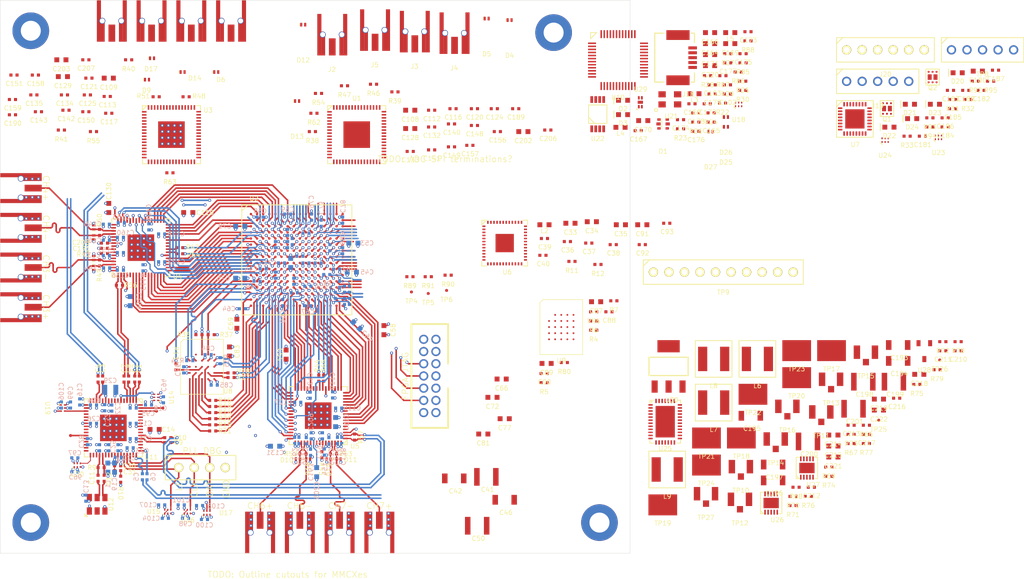
<source format=kicad_pcb>
(kicad_pcb (version 20211014) (generator pcbnew)
  (layers (0 "F.Cu" signal) (1 "In1.Cu" signal) (2 "In2.Cu" signal) (3 "In3.Cu" signal) (4 "In4.Cu" signal) (31 "B.Cu" signal) (34 "B.Paste" user) (35 "F.Paste" user) (36 "B.SilkS" user "B.Silkscreen") (37 "F.SilkS" user "F.Silkscreen") (38 "B.Mask" user) (39 "F.Mask" user) (44 "Edge.Cuts" user))
  (net 0 "")
  (net 1 "/Clocking/CLK0_AC_P")
  (net 2 "/ADCs/CLK0_P")
  (net 3 "/Clocking/CLK0_AC_N")
  (net 4 "/ADCs/CLK0_N")
  (net 5 "/Clocking/CLK2_AC_P")
  (net 6 "/ADCs/CLK2_P")
  (net 7 "/Clocking/CLK2_AC_N")
  (net 8 "/ADCs/CLK2_N")
  (net 9 "/Clocking/CLK5_AC_P")
  (net 10 "/ADCs/SYS_CLK_P")
  (net 11 "/Clocking/CLK5_AC_N")
  (net 12 "/ADCs/SYS_CLK_N")
  (net 13 "/Clocking/CLK1_AC_P")
  (net 14 "/ADCs/CLK1_P")
  (net 15 "/Clocking/CLK1_AC_N")
  (net 16 "/ADCs/CLK1_N")
  (net 17 "/Clocking/CLK3_AC_P")
  (net 18 "/ADCs/CLK3_P")
  (net 19 "/Clocking/CLK3_AC_N")
  (net 20 "/ADCs/CLK3_N")
  (net 21 "/Clocking/CLK_100MHZ_P")
  (net 22 "/Clocking/OSCIN_P")
  (net 23 "/Clocking/CLK_100MHZ_N")
  (net 24 "/Clocking/OSCIN_N")
  (net 25 "/3V3")
  (net 26 "/GND")
  (net 27 "/Clocking/VCC_CP")
  (net 28 "Net-(C29-Pad2)")
  (net 29 "/Clocking/CPOUT")
  (net 30 "Net-(C31-Pad2)")
  (net 31 "Net-(C32-Pad2)")
  (net 32 "/1V2")
  (net 33 "/2V5")
  (net 34 "/FPGA support/1V2_PLL")
  (net 35 "/1V0")
  (net 36 "/D1V8")
  (net 37 "/ADCs/A1V8_1")
  (net 40 "/ADCs/A1V8_2")
  (net 43 "/FTDI USB interface/AVCORE")
  (net 44 "/FTDI USB interface/FTDI_RST_N")
  (net 45 "/VBUS")
  (net 46 "/FTDI USB interface/3V3_PHY")
  (net 47 "/FTDI USB interface/3V3_PLL")
  (net 48 "/FTDI USB interface/VCORE")
  (net 49 "/MCU/MCU_RST_N")
  (net 50 "/ADCs/VCM0")
  (net 51 "/ADCs/VCM1")
  (net 52 "/ADCs/VCM2")
  (net 53 "/ADCs/VCM3")
  (net 54 "/VREF")
  (net 55 "/Power Supply/3V3_FB")
  (net 56 "/Power Supply/2V5_FB")
  (net 57 "/Power Supply/1V8_FB")
  (net 58 "/Power Supply/1V0_FB")
  (net 59 "/Power Supply/A1V8_1_SET")
  (net 60 "/Power Supply/A1V8_2_SET")
  (net 61 "/FTDI USB interface/VBUS_FILT")
  (net 63 "/FPGA support/JTAG_TMS")
  (net 64 "/FPGA support/JTAG_TCK")
  (net 65 "/FPGA support/JTAG_TDO")
  (net 66 "/FPGA support/JTAG_TDI")
  (net 70 "/ADCs/IN0_P")
  (net 71 "/ADCs/IN0_N")
  (net 72 "/ADCs/IN1_P")
  (net 73 "/ADCs/IN1_N")
  (net 74 "/ADCs/IN2_P")
  (net 75 "/ADCs/IN2_N")
  (net 76 "/ADCs/IN3_P")
  (net 77 "/ADCs/IN3_N")
  (net 78 "/ADCs/IN4_P")
  (net 79 "/ADCs/IN4_N")
  (net 80 "/ADCs/IN5_P")
  (net 81 "/ADCs/IN5_N")
  (net 82 "/ADCs/IN6_P")
  (net 83 "/ADCs/IN6_N")
  (net 84 "/ADCs/IN7_P")
  (net 85 "/ADCs/IN7_N")
  (net 86 "/FTDI USB interface/VBUS_RAW")
  (net 87 "/FTDI USB interface/USB_D_N")
  (net 88 "/FTDI USB interface/USB_D_P")
  (net 90 "/MCU/SWD_SWCLK")
  (net 91 "/MCU/SWD_SWDIO")
  (net 93 "/MCU/VUART")
  (net 94 "/MCU/UART_RX_3V3")
  (net 95 "/MCU/UART_TX_3V3")
  (net 97 "/Power Supply/3V3_SW")
  (net 98 "/Power Supply/2V5_SW")
  (net 99 "/Power Supply/1V8_SW")
  (net 100 "/Power Supply/1V0_SW")
  (net 101 "/MCU/LED0")
  (net 102 "Net-(D22-Pad1)")
  (net 103 "/MCU/LED1")
  (net 104 "Net-(D21-Pad1)")
  (net 105 "/MCU/LED2")
  (net 106 "Net-(D24-Pad1)")
  (net 107 "/MCU/LED3")
  (net 108 "Net-(D23-Pad1)")
  (net 109 "/QSPI flash/FLASH_CS_N")
  (net 110 "Net-(R1-Pad2)")
  (net 111 "Net-(R2-Pad2)")
  (net 112 "/FPGA support/FLASH_SCK")
  (net 113 "Net-(R3-Pad2)")
  (net 114 "Net-(R4-Pad1)")
  (net 115 "/ADCs/FLASH_DQ0")
  (net 116 "Net-(R5-Pad1)")
  (net 117 "/ADCs/FLASH_DQ1")
  (net 118 "Net-(R6-Pad1)")
  (net 119 "/ADCs/FLASH_DQ2")
  (net 120 "Net-(R7-Pad1)")
  (net 121 "/ADCs/FLASH_DQ3")
  (net 122 "/ADCs/ICE40_RST_N")
  (net 123 "/ADCs/ICE40_SPI_CS_N")
  (net 124 "/ADCs/1V8")
  (net 125 "Net-(R13-Pad1)")
  (net 126 "/RAM/RAM_DQS")
  (net 127 "Net-(R14-Pad1)")
  (net 128 "/RAM/RAM_DQ0")
  (net 129 "Net-(R15-Pad1)")
  (net 130 "/RAM/RAM_DQ1")
  (net 131 "Net-(R16-Pad1)")
  (net 132 "/RAM/RAM_DQ2")
  (net 133 "Net-(R17-Pad1)")
  (net 134 "/RAM/RAM_DQ3")
  (net 135 "Net-(R18-Pad1)")
  (net 136 "/RAM/RAM_DQ4")
  (net 137 "Net-(R19-Pad1)")
  (net 138 "/RAM/RAM_DQ5")
  (net 139 "Net-(R20-Pad1)")
  (net 140 "/RAM/RAM_DQ6")
  (net 141 "Net-(R21-Pad1)")
  (net 142 "/RAM/RAM_DQ7")
  (net 143 "Net-(R23-Pad1)")
  (net 144 "/FTDI USB interface/CLK_12MHZ")
  (net 145 "Net-(R24-Pad2)")
  (net 146 "/FTDI USB interface/PWRSAV_N")
  (net 147 "Net-(D2-Pad1)")
  (net 148 "/FTDI USB interface/FTDI_LED0_N")
  (net 149 "Net-(D3-Pad1)")
  (net 150 "/FTDI USB interface/FTDI_LED1_N")
  (net 151 "Net-(R28-Pad1)")
  (net 152 "/FTDI USB interface/EEPROM_DATA")
  (net 153 "/FTDI USB interface/EEPROM_CS_N")
  (net 154 "Net-(R31-Pad2)")
  (net 155 "Net-(D20-Pad2)")
  (net 156 "/RAM/RAM_CLK_P")
  (net 157 "/RAM/RAM_CLK_N")
  (net 158 "/RAM/RAM_PSC_P")
  (net 159 "/RAM/RAM_PSC_N")
  (net 160 "/RAM/RAM_CS_N")
  (net 161 "/RAM/RAM_RST_N")
  (net 162 "Net-(R38-Pad1)")
  (net 163 "/ADCs/ADCCLK_0")
  (net 164 "Net-(R39-Pad1)")
  (net 165 "Net-(R40-Pad1)")
  (net 166 "/ADCs/ADCCLK_2")
  (net 167 "Net-(R41-Pad1)")
  (net 168 "Net-(R42-Pad1)")
  (net 169 "/ADCs/ADCCLK_4")
  (net 170 "Net-(R43-Pad1)")
  (net 171 "Net-(R44-Pad1)")
  (net 172 "/ADCs/ADCCLK_6")
  (net 173 "Net-(R45-Pad1)")
  (net 174 "Net-(R62-Pad1)")
  (net 175 "/ADCs/ADCCLK_1")
  (net 176 "Net-(R63-Pad1)")
  (net 177 "/ADCs/ADCCLK_5")
  (net 178 "Net-(R64-Pad1)")
  (net 179 "/ADCs/ADCCLK_3")
  (net 180 "Net-(R65-Pad1)")
  (net 181 "/ADCs/ADCCLK_7")
  (net 182 "Net-(R66-Pad1)")
  (net 183 "/Power Supply/PGOOD")
  (net 184 "Net-(R80-Pad2)")
  (net 185 "/FTDI USB interface/FTDI_RD_N")
  (net 186 "Net-(R85-Pad2)")
  (net 187 "/FTDI USB interface/FTDI_WR_N")
  (net 188 "Net-(R86-Pad2)")
  (net 189 "/FTDI USB interface/FTDI_OE_N")
  (net 190 "Net-(R87-Pad2)")
  (net 191 "Net-(R88-Pad1)")
  (net 192 "/FTDI USB interface/FTDI_CLKOUT")
  (net 193 "/Clocking/STATUS_HOLDOVER")
  (net 194 "/Clocking/STATUS_CLKIN0")
  (net 195 "/Clocking/STATUS_CLKIN1")
  (net 196 "/FPGA_RST_N")
  (net 197 "/FPGA_INIT_B")
  (net 198 "/FPGA_DONE")
  (net 199 "/Clocking/UWIRE_LE_3V3")
  (net 200 "/Clocking/UWIRE_CLK_3V3")
  (net 201 "/Clocking/UWIRE_DATA_3V3")
  (net 202 "/MCU_SPI_CS_N")
  (net 203 "/MCU_SPI_SCK")
  (net 204 "/MCU_SPI_SO")
  (net 205 "/MCU_SPI_SI")
  (net 206 "/ADCs/ICE40_DONE")
  (net 207 "/ADCs/ICE40_SPI_SO")
  (net 208 "/ADCs/ICE40_SPI_SI")
  (net 209 "/ADCs/ICE40_SPI_SCK")
  (net 210 "/ADCs/ICE40_SPI_DQ3")
  (net 211 "/ADCs/ICE40_SPI_DQ2")
  (net 212 "/VTEMP")
  (net 213 "/ADCs/D5_2")
  (net 214 "/ADCs/D3_8")
  (net 215 "/ADCs/D3_6")
  (net 216 "/ADCs/D3_5")
  (net 217 "/ADCs/D3_2")
  (net 218 "/ADCs/D0_3")
  (net 219 "/ADCs/D0_4")
  (net 220 "/ADCs/D0_6")
  (net 221 "/ADCs/D0_10")
  (net 222 "/ADCs/D0_13")
  (net 223 "/ADCs/D2_0")
  (net 224 "/ADCs/D2_4")
  (net 225 "/ADCs/D5_4")
  (net 226 "/ADCs/D5_1")
  (net 227 "/ADCs/D3_7")
  (net 228 "/ADCs/D3_4")
  (net 229 "/ADCs/D3_3")
  (net 230 "/ADCs/D3_1")
  (net 231 "/ADCs/D0_5")
  (net 232 "/ADCs/D0_7")
  (net 233 "/ADCs/D0_8")
  (net 234 "/ADCs/D0_9")
  (net 235 "/ADCs/D2_2")
  (net 236 "/ADCs/D2_3")
  (net 237 "/ADCs/ADC_SYNC")
  (net 238 "/ADCs/D5_3")
  (net 239 "/ADCs/D5_0")
  (net 240 "/ADCs/D3_13")
  (net 241 "/ADCs/ADC3_CS_N")
  (net 242 "/ADCs/D3_10")
  (net 243 "/ADCs/D3_9")
  (net 244 "/ADCs/D0_1")
  (net 245 "/ADCs/D0_2")
  (net 246 "/ADCs/PLL_UWIRE_CLK")
  (net 247 "/ADCs/PLL_UWIRE_DATA")
  (net 248 "/ADCs/D2_1")
  (net 249 "/ADCs/D2_5")
  (net 250 "/ADCs/D5_6")
  (net 251 "/ADCs/PLL_UWIRE_LE")
  (net 252 "/ADCs/D3_12")
  (net 253 "/ADCs/D3_11")
  (net 254 "/ADCs/D0_11")
  (net 255 "/ADCs/D0_12")
  (net 256 "/ADCs/D0_0")
  (net 257 "/ADCs/D2_6")
  (net 258 "/ADCs/D2_7")
  (net 259 "/ADCs/D2_8")
  (net 260 "/ADCs/D2_12")
  (net 261 "/ADCs/ADC_SDIO")
  (net 262 "/ADCs/D2_9")
  (net 263 "/ADCs/D1_2")
  (net 264 "/ADCs/D2_11")
  (net 265 "/ADCs/D1_0")
  (net 266 "/ADCs/D2_13")
  (net 267 "/ADCs/ADC_SCLK")
  (net 268 "/ADCs/D1_1")
  (net 269 "/ADCs/D1_13")
  (net 270 "/ADCs/D1_6")
  (net 271 "/ADCs/D1_11")
  (net 272 "/ADCs/D1_5")
  (net 273 "/ADCs/D2_10")
  (net 274 "/ADCs/D1_4")
  (net 275 "/ADCs/D1_3")
  (net 276 "/ADCs/D1_8")
  (net 277 "/ADCs/D1_12")
  (net 278 "/ADCs/D1_7")
  (net 279 "/ADCs/ADC1_CS_N")
  (net 280 "/ADCs/ADC0_CS_N")
  (net 281 "/ADCs/D3_0")
  (net 282 "/ADCs/ADC2_CS_N")
  (net 283 "/ADCs/D5_9")
  (net 284 "/ADCs/D5_13")
  (net 285 "/ADCs/D5_5")
  (net 286 "/ADCs/D5_8")
  (net 287 "/ADCs/D5_7")
  (net 288 "/ADCs/D5_11")
  (net 289 "/ADCs/D4_4")
  (net 290 "/ADCs/D5_12")
  (net 291 "/ADCs/D4_3")
  (net 292 "/ADCs/D5_10")
  (net 293 "/ADCs/D4_0")
  (net 294 "/ADCs/D4_6")
  (net 295 "/ADCs/D7_0")
  (net 296 "/ADCs/D7_2")
  (net 297 "/ADCs/ADC3_OE_N")
  (net 298 "/ADCs/ADC2_OE_N")
  (net 299 "/ADCs/ADC1_OE_N")
  (net 300 "/ADCs/D1_10")
  (net 301 "/ADCs/D1_9")
  (net 302 "/ADCs/D7_9")
  (net 303 "/ADCs/D7_7")
  (net 304 "/ADCs/D7_10")
  (net 305 "/ADCs/D7_3")
  (net 306 "/ADCs/D7_1")
  (net 307 "/ADCs/D7_8")
  (net 308 "/ADCs/ADC0_OE_N")
  (net 309 "/ADCs/D7_4")
  (net 310 "/ADCs/D7_13")
  (net 311 "/ADCs/D7_12")
  (net 312 "/ADCs/D7_6")
  (net 313 "/ADCs/D7_5")
  (net 314 "/ADCs/D7_11")
  (net 315 "/ADCs/D6_8")
  (net 316 "/ADCs/D6_0")
  (net 317 "/ADCs/D6_7")
  (net 318 "/ADCs/D6_1")
  (net 319 "/ADCs/D6_2")
  (net 320 "/ADCs/D6_3")
  (net 321 "/ADCs/D6_13")
  (net 322 "/ADCs/D6_6")
  (net 323 "/ADCs/D6_4")
  (net 324 "/ADCs/D6_5")
  (net 325 "/ADCs/D6_12")
  (net 326 "/ADCs/D6_11")
  (net 327 "/ADCs/D4_10")
  (net 328 "/UWIRE_LEVELSHIFT_DIR")
  (net 329 "/ADCs/D4_9")
  (net 330 "/ADCs/D4_12")
  (net 331 "/ADCs/D4_7")
  (net 332 "/ADCs/D4_5")
  (net 333 "/ADCs/D4_8")
  (net 334 "/ADCs/D4_11")
  (net 335 "/ADCs/D6_10")
  (net 336 "/ADCs/D6_9")
  (net 337 "/ADCs/D4_13")
  (net 338 "/ADCs/D4_2")
  (net 339 "/ADCs/D4_1")
  (net 340 "/MCU/ADC0_PDWN")
  (net 341 "/MCU/ADC1_PDWN")
  (net 342 "/MCU/ADC2_PDWN")
  (net 343 "/MCU/ADC3_PDWN")
  (net 344 "/ADCs/SYNC_1")
  (net 345 "/ADCs/CLIP_5")
  (net 346 "/ADCs/CLIP_2")
  (net 347 "/ADCs/SYNC_2")
  (net 348 "/ADCs/CLIP_3")
  (net 349 "/ADCs/CLIP_4")
  (net 350 "/ADCs/SYNC_3")
  (net 351 "/ADCs/CLIP_7")
  (net 352 "/ADCs/CLIP_6")
  (net 353 "/MCU/UART_RX")
  (net 354 "/PLL_SYNC")
  (net 357 "/MCU/UART_TX")
  (net 358 "/PLL_STATUS_LD")
  (net 361 "/Clocking/PLL_SYNC_3V3")
  (net 362 "/Clocking/CLK_4_3V3")
  (net 372 "/Clocking/PLL_STATUS_LD_3V3")
  (net 386 "/ADCs/SYNC_0")
  (net 387 "/ADCs/CLIP_1")
  (net 388 "/ADCs/CLIP_0")
  (net 390 "/ADCs/FTDI_SI_WU_N")
  (net 391 "/CLK_4")
  (net 392 "/FTDI USB interface/RGB2")
  (net 393 "/FTDI USB interface/RGB1")
  (net 394 "/FTDI USB interface/RGB0")
  (net 395 "/FTDI USB interface/FTDI_RXF_N")
  (net 396 "/FTDI USB interface/FTDI_ADBUS1")
  (net 397 "/FTDI USB interface/FTDI_TXE_N")
  (net 398 "/FTDI USB interface/FTDI_ADBUS7")
  (net 399 "/FTDI USB interface/FTDI_ADBUS6")
  (net 400 "/FTDI USB interface/FTDI_ADBUS5")
  (net 401 "/FTDI USB interface/FTDI_ADBUS4")
  (net 402 "/FTDI USB interface/FTDI_ADBUS2")
  (net 403 "/FTDI USB interface/FTDI_ADBUS3")
  (net 404 "/FTDI USB interface/FTDI_ADBUS0")
  (net 405 "/FTDI USB interface/FTDI_SI_WU_N_3V3")
  (net 410 "/FTDI USB interface/EEPROM_CLK")
  (footprint "azonenberg_pcb:EIA_0603_CAP_NOSILK" (layer "F.Cu") (at 195.87 36.6)
    (fp_text reference "C180")
    (fp_text value "4.7 uF" hide)
  )
  (footprint "azonenberg_pcb:EIA_0402_RES_NOSILK" (layer "F.Cu") (at 157.425 39.75)
    (fp_text reference "R30")
    (fp_text value "10k" hide)
  )
  (footprint "azonenberg_pcb:QFN_64_0.5MM_9x9MM" (layer "F.Cu") (at 94.3 47)
    (fp_text reference "U1")
    (fp_text value "AD9251" hide)
  )
  (footprint "azonenberg_pcb:CONN_MMCX_J_P_H_ST_EM1" (layer "F.Cu") (at 90.3 34.0375)
    (fp_text reference "J2")
    (fp_text value "MMCX" hide)
  )
  (footprint "azonenberg_pcb:EIA_0402_CAP_NOSILK" (layer "F.Cu") (at 38 43.75)
    (fp_text reference "C190")
    (fp_text value "0.1 uF" hide)
  )
  (footprint "azonenberg_pcb:EIA_0402_RES_NOSILK" (layer "F.Cu") (at 195.47 38.25)
    (fp_text reference "R92")
    (fp_text value "4.7K" hide)
  )
  (footprint "azonenberg_pcb:EIA_0603_CAP_NOSILK" (layer "F.Cu") (at 73.5 82.5 90)
    (fp_text reference "C83")
    (fp_text value "4.7 uF" hide)
  )
  (footprint "azonenberg_pcb:EIA_0402_CAP_NOSILK" (layer "F.Cu") (at 177.65 96.06493)
    (fp_text reference "C217")
    (fp_text value "DNP" hide)
  )
  (footprint "azonenberg_pcb:CONN_MMCX_J_P_H_ST_EM1" (layer "F.Cu") (at 42.7875 62.25 90)
    (fp_text reference "J11" hide)
    (fp_text value "MMCX" hide)
  )
  (footprint "azonenberg_pcb:DFN_6_0.5MM_1.45x1.00MM" (layer "F.Cu") (at 48.6 101.1)
    (fp_text reference "U20")
    (fp_text value "74AVCH1T45" hide)
  )
  (footprint "azonenberg_pcb:EIA_0402_RES_NOSILK" (layer "F.Cu") (at 64.75 85 90)
    (fp_text reference "R13")
    (fp_text value "33" hide)
  )
  (footprint "azonenberg_pcb:CONN_MMCX_J_P_H_ST_EM1" (layer "F.Cu") (at 60.75 31.7875)
    (fp_text reference "J13" hide)
    (fp_text value "MMCX" hide)
  )
  (footprint "azonenberg_pcb:EIA_0402_RES_NOSILK" (layer "F.Cu") (at 66.4 40.8 180)
    (fp_text reference "R48")
    (fp_text value "100" hide)
  )
  (footprint "azonenberg_pcb:DFN_10_0.5MM_3x3MM" (layer "F.Cu") (at 162.075 107.29493)
    (fp_text reference "U26")
    (fp_text value "LT3042" hide)
  )
  (footprint "azonenberg_pcb:CONN_HEADER_2.54MM_1x4" (layer "F.Cu") (at 69 101.5)
    (fp_text reference "TP7" hide)
    (fp_text value "CONN_01X04" hide)
  )
  (footprint "azonenberg_pcb:EIA_0402_RES_NOSILK" (layer "F.Cu") (at 57 34.75)
    (fp_text reference "R40")
    (fp_text value "33" hide)
  )
  (footprint "azonenberg_pcb:DFN_2_1x0.6_TI_DPY" (layer "F.Cu") (at 85.55 29)
    (fp_text reference "D12")
    (fp_text value "TPD1E05U06QDPYRQ1" hide)
  )
  (footprint "azonenberg_pcb:DFN_6_0.5MM_1.45x1.00MM" (layer "F.Cu") (at 69.8 108.9)
    (fp_text reference "U17")
    (fp_text value "74AVCH1T45" hide)
  )
  (footprint "azonenberg_pcb:EIA_0603_CAP_NOSILK" (layer "F.Cu") (at 118 87)
    (fp_text reference "C66")
    (fp_text value "4.7 uF" hide)
  )
  (footprint "azonenberg_pcb:EIA_0402_RES_NOSILK" (layer "F.Cu") (at 189.2 85.48493)
    (fp_text reference "R79")
    (fp_text value "18K" hide)
  )
  (footprint "azonenberg_pcb:MECHANICAL_CLEARANCEHOLE_4_40" (layer "F.Cu") (at 41 30)
    (fp_text reference "MH4" hide)
    (fp_text value "HOLE_4x40" hide)
  )
  (footprint "azonenberg_pcb:EIA_0402_RES_NOSILK" (layer "F.Cu") (at 165.65 107.71493)
    (fp_text reference "R71")
    (fp_text value "475K" hide)
  )
  (footprint "azonenberg_pcb:EIA_0402_RES_NOSILK" (layer "F.Cu") (at 171.5 102.91493)
    (fp_text reference "R74")
    (fp_text value "255K" hide)
  )
  (footprint "azonenberg_pcb:DFN_6_0.5MM_1.45x1.00MM" (layer "F.Cu") (at 61.5 90 90)
    (fp_text reference "U14")
    (fp_text value "74AVCH1T45" hide)
  )
  (footprint "azonenberg_pcb:SOT23_3" (layer "F.Cu") (at 187.125 82.43493)
    (fp_text reference "U28")
    (fp_text value "ADR510" hide)
  )
  (footprint "azonenberg_pcb:EIA_0402_RES_NOSILK" (layer "F.Cu") (at 103 70.25)
    (fp_text reference "R89")
    (fp_text value "4.7K" hide)
  )
  (footprint "azonenberg_pcb:TESTPOINT_SMT_0.5MM" (layer "F.Cu") (at 109 72.5)
    (fp_text reference "TP6")
    (fp_text value "TESTPOINT" hide)
  )
  (footprint "azonenberg_pcb:EIA_0402_CAP_NOSILK" (layer "F.Cu") (at 106.55 45.75)
    (fp_text reference "C132")
    (fp_text value "0.47 uF" hide)
  )
  (footprint "azonenberg_pcb:QFN_64_0.5MM_9x9MM" (layer "F.Cu") (at 64 47)
    (fp_text reference "U3")
    (fp_text value "AD9251" hide)
  )
  (footprint "azonenberg_pcb:EIA_0402_RES_NOSILK" (layer "F.Cu") (at 129.5 67.75)
    (fp_text reference "R11")
    (fp_text value "10k" hide)
  )
  (footprint "azonenberg_pcb:EIA_0402_CAP_NOSILK" (layer "F.Cu") (at 158.285 30.15)
    (fp_text reference "C173")
    (fp_text value "0.47 uF" hide)
  )
  (footprint "azonenberg_pcb:SOP_8_0.5MM_3MM" (layer "F.Cu") (at 133.71 43.65)
    (fp_text reference "U22")
    (fp_text value "93LC56B-MS" hide)
  )
  (footprint "azonenberg_pcb:EIA_0402_CAP_NOSILK" (layer "F.Cu") (at 132.25 64.75)
    (fp_text reference "C37")
    (fp_text value "0.47 uF" hide)
  )
  (footprint "azonenberg_pcb:EIA_0402_RES_NOSILK" (layer "F.Cu") (at 190.15 80.88493)
    (fp_text reference "R72")
    (fp_text value "806K" hide)
  )
  (footprint "azonenberg_pcb:EIA_0603_CAP_NOSILK" (layer "F.Cu") (at 74.7 77.95 90)
    (fp_text reference "C69")
    (fp_text value "4.7 uF" hide)
  )
  (footprint "azonenberg_pcb:EIA_0402_CAP_NOSILK" (layer "F.Cu") (at 53.75 43.5)
    (fp_text reference "C117")
    (fp_text value "0.47 uF" hide)
  )
  (footprint "azonenberg_pcb:DFN_6_0.5MM_1.45x1.00MM" (layer "F.Cu") (at 66.6 108.7)
    (fp_text reference "U16")
    (fp_text value "74AVCH1T45" hide)
  )
  (footprint "azonenberg_pcb:EIA_0603_CAP_NOSILK" (layer "F.Cu") (at 116.5 90)
    (fp_text reference "C72")
    (fp_text value "4.7 uF" hide)
  )
  (footprint "azonenberg_pcb:EIA_0402_RES_NOSILK" (layer "F.Cu") (at 85.5 99.25)
    (fp_text reference "R52")
    (fp_text value "100" hide)
  )
  (footprint "azonenberg_pcb:DFN_10_0.5MM_3x3MM" (layer "F.Cu") (at 167.925 101.56493)
    (fp_text reference "U27")
    (fp_text value "LT3042" hide)
  )
  (footprint "azonenberg_pcb:EIA_0402_RES_NOSILK" (layer "F.Cu") (at 166.15 104.71493)
    (fp_text reference "R68")
    (fp_text value "1.02M" hide)
  )
  (footprint "azonenberg_pcb:EIA_0603_LED" (layer "F.Cu") (at 192.575 36.875)
    (fp_text reference "D20")
    (fp_text value "GREEN" hide)
  )
  (footprint "azonenberg_pcb:EIA_0603_CAP_NOSILK" (layer "F.Cu") (at 179.7 92.08493)
    (fp_text reference "C222")
    (fp_text value "4.7 uF" hide)
  )
  (footprint "azonenberg_pcb:EIA_0402_CAP_NOSILK" (layer "F.Cu") (at 52.75 87 90)
    (fp_text reference "C3")
    (fp_text value "0.1 uF" hide)
  )
  (footprint "azonenberg_pcb:EIA_0402_RES_NOSILK" (layer "F.Cu") (at 52.25 63 -90)
    (fp_text reference "R50")
    (fp_text value "100" hide)
  )
  (footprint "azonenberg_pcb:EIA_0402_CAP_NOSILK" (layer "F.Cu") (at 190.53 45.75)
    (fp_text reference "C184")
    (fp_text value "0.47 uF" hide)
  )
  (footprint "azonenberg_pcb:EIA_0603_CAP_NOSILK" (layer "F.Cu") (at 172.25 99.76493)
    (fp_text reference "C221")
    (fp_text value "4.7 uF" hide)
  )
  (footprint "azonenberg_pcb:EIA_1206_CAP_NOSILK" (layer "F.Cu") (at 162.4 100.98)
    (fp_text reference "C197")
    (fp_text value "47 uF" hide)
  )
  (footprint "azonenberg_pcb:EIA_0402_RES_NOSILK" (layer "F.Cu") (at 70.75 94.5)
    (fp_text reference "R15")
    (fp_text value "33" hide)
  )
  (footprint "azonenberg_pcb:EIA_0603_LED" (layer "F.Cu") (at 184.765 42.025)
    (fp_text reference "D21")
    (fp_text value "GREEN" hide)
  )
  (footprint "azonenberg_pcb:QFN_38_0.5MM_5x7MM" (layer "F.Cu") (at 144.75 93.98493)
    (fp_text reference "U25")
    (fp_text value "LTC3374-QFN" hide)
  )
  (footprint "azonenberg_pcb:EIA_0402_CAP_NOSILK" (layer "F.Cu") (at 149.755 43.45)
    (fp_text reference "C178")
    (fp_text value "0.1 uF" hide)
  )
  (footprint "azonenberg_pcb:EIA_0402_RES_NOSILK" (layer "F.Cu") (at 65.35 65.5)
    (fp_text reference "R42")
    (fp_text value "33" hide)
  )
  (footprint "azonenberg_pcb:EIA_0402_RES_NOSILK" (layer "F.Cu") (at 90.5 99.25 180)
    (fp_text reference "R53")
    (fp_text value "100" hide)
  )
  (footprint "azonenberg_pcb:QFN_64_0.5MM_9x9MM" (layer "F.Cu") (at 54.5 95 -90)
    (fp_text reference "U11")
    (fp_text value "LMK04806" hide)
  )
  (footprint "azonenberg_pcb:EIA_0402_RES_NOSILK" (layer "F.Cu") (at 192.65 80.88493)
    (fp_text reference "R78")
    (fp_text value "18K" hide)
  )
  (footprint "azonenberg_pcb:EIA_1210_CAP_NOSILK" (layer "F.Cu") (at 168.1 97.2)
    (fp_text reference "C200")
    (fp_text value "22 uF" hide)
  )
  (footprint "azonenberg_pcb:EIA_0402_CAP_NOSILK" (layer "F.Cu") (at 149.125 41.95)
    (fp_text reference "C168")
    (fp_text value "0.47 uF" hide)
  )
  (footprint "azonenberg_pcb:EIA_0603_CAP_NOSILK" (layer "F.Cu") (at 132.75 61.25)
    (fp_text reference "C34")
    (fp_text value "4.7 uF" hide)
  )
  (footprint "azonenberg_pcb:EIA_0402_RES_NOSILK" (layer "F.Cu") (at 128.25 84.3)
    (fp_text reference "R80")
    (fp_text value "10K" hide)
  )
  (footprint "azonenberg_pcb:EIA_0603_CAP_NOSILK" (layer "F.Cu") (at 46.25 37.5)
    (fp_text reference "C129")
    (fp_text value "4.7 uF" hide)
  )
  (footprint "azonenberg_pcb:EIA_0603_CAP_NOSILK" (layer "F.Cu") (at 152.085 30.3)
    (fp_text reference "C166")
    (fp_text value "10 nF" hide)
  )
  (footprint "azonenberg_pcb:EIA_0603_CAP_NOSILK" (layer "F.Cu") (at 66.75 59.75)
    (fp_text reference "C110")
    (fp_text value "4.7 uF" hide)
  )
  (footprint "azonenberg_pcb:EIA_0402_RES_NOSILK" (layer "F.Cu") (at 175.15 96.06493)
    (fp_text reference "R73")
    (fp_text value "649K" hide)
  )
  (footprint "azonenberg_pcb:EIA_0402_CAP_NOSILK" (layer "F.Cu") (at 52 86.999999 90)
    (fp_text reference "C4")
    (fp_text value "0.1 uF" hide)
  )
  (footprint "azonenberg_pcb:EIA_0603_CAP_NOSILK" (layer "F.Cu") (at 152.085 35.7)
    (fp_text reference "C220")
    (fp_text value "4.7 uF" hide)
  )
  (footprint "azonenberg_pcb:CONN_U.FL_TE_1909763-1" (layer "F.Cu") (at 162.825 96.91993)
    (fp_text reference "TP14")
    (fp_text value "U.FL" hide)
  )
  (footprint "azonenberg_pcb:EIA_0603_LED" (layer "F.Cu") (at 185.135 44.375)
    (fp_text reference "D24")
    (fp_text value "GREEN" hide)
  )
  (footprint "azonenberg_pcb:EIA_0603_CAP_NOSILK" (layer "F.Cu") (at 186.3 86.23493)
    (fp_text reference "C218")
    (fp_text value "4.7 uF" hide)
  )
  (footprint "azonenberg_pcb:TESTPOINT_SMT_KEYSTONE_5016" (layer "F.Cu") (at 166.25 82.34993)
    (fp_text reference "TP23")
    (fp_text value "KEYSTONE_5016" hide)
  )
  (footprint "azonenberg_pcb:QFN_64_0.5MM_9x9MM" (layer "F.Cu") (at 88 93 180)
    (fp_text reference "U5")
    (fp_text value "AD9251" hide)
  )
  (footprint "azonenberg_pcb:INDUCTOR_YUDEN_NRS5030" (layer "F.Cu") (at 145.075 101.80993)
    (fp_text reference "L9")
    (fp_text value "NRS5030T2R2NMGJ" hide)
  )
  (footprint "azonenberg_pcb:EIA_0402_CAP_NOSILK" (layer "F.Cu") (at 109.8 45.25)
    (fp_text reference "C140")
    (fp_text value "0.47 uF" hide)
  )
  (footprint "azonenberg_pcb:DFN_2_1x0.6_TI_DPY" (layer "F.Cu") (at 51.3 63.825 -90)
    (fp_text reference "D16" hide)
    (fp_text value "TPD1E05U06QDPYRQ1" hide)
  )
  (footprint "azonenberg_pcb:DFN_2_1x0.6_TI_DPY" (layer "F.Cu") (at 152.18 46.5)
    (fp_text reference "D27")
    (fp_text value "TPD1E05U06QDPYRQ1" hide)
  )
  (footprint "azonenberg_pcb:DFN_2_1x0.6_TI_DPY" (layer "F.Cu") (at 65.825 36.75)
    (fp_text reference "D14")
    (fp_text value "TPD1E05U06QDPYRQ1" hide)
  )
  (footprint "azonenberg_pcb:EIA_0402_CAP_NOSILK" (layer "F.Cu") (at 50 34.75)
    (fp_text reference "C207")
    (fp_text value "0.1 uF" hide)
  )
  (footprint "azonenberg_pcb:BGA_256_17x17_FULLARRAY_1MM_0.4MM_FTG256" (layer "F.Cu") (at 84.5 67.5)
    (fp_text reference "U2")
    (fp_text value "XC7A50T-1FTG256C" hide)
  )
  (footprint "azonenberg_pcb:EIA_0603_CAP_NOSILK" (layer "F.Cu") (at 118.5 93.5)
    (fp_text reference "C77")
    (fp_text value "4.7 uF" hide)
  )
  (footprint "azonenberg_pcb:EIA_0402_RES_NOSILK" (layer "F.Cu") (at 154.125 41.85)
    (fp_text reference "R22")
    (fp_text value "10K" hide)
  )
  (footprint "azonenberg_pcb:DFN_2_1x0.6_TI_DPY" (layer "F.Cu") (at 84.675 100.1 180)
    (fp_text reference "D10")
    (fp_text value "TPD1E05U06QDPYRQ1" hide)
  )
  (footprint "azonenberg_pcb:TESTPOINT_SMT_0.5MM" (layer "F.Cu") (at 103.25 72.75)
    (fp_text reference "TP4")
    (fp_text value "TESTPOINT" hide)
  )
  (footprint "azonenberg_pcb:EIA_0402_CAP_NOSILK" (layer "F.Cu") (at 117.3 46.5)
    (fp_text reference "C156")
    (fp_text value "0.47 uF" hide)
  )
  (footprint "azonenberg_pcb:EIA_0402_CAP_NOSILK" (layer "F.Cu") (at 50 43.25)
    (fp_text reference "C150")
    (fp_text value "0.47 uF" hide)
  )
  (footprint "azonenberg_pcb:DFN_2_1x0.6_TI_DPY" (layer "F.Cu") (at 84.55 41.5)
    (fp_text reference "D13")
    (fp_text value "TPD1E05U06QDPYRQ1" hide)
  )
  (footprint "azonenberg_pcb:EIA_1206_CAP_NOSILK" (layer "F.Cu") (at 182.85 84.02)
    (fp_text reference "C194")
    (fp_text value "47 uF" hide)
  )
  (footprint "azonenberg_pcb:EIA_0402_RES_NOSILK" (layer "F.Cu") (at 197.97 38.25)
    (fp_text reference "R95")
    (fp_text value "4.7K" hide)
  )
  (footprint "azonenberg_pcb:EIA_0402_CAP_NOSILK" (layer "F.Cu") (at 58.75 87 90)
    (fp_text reference "C1")
    (fp_text value "0.1 uF" hide)
  )
  (footprint "azonenberg_pcb:EIA_0402_CAP_NOSILK" (layer "F.Cu") (at 191.4 39.75)
    (fp_text reference "C183")
    (fp_text value "0.47 uF" hide)
  )
  (footprint "azonenberg_pcb:EIA_0402_CAP_NOSILK" (layer "F.Cu") (at 55.2 102)
    (fp_text reference "C31")
    (fp_text value "3900 pF" hide)
  )
  (footprint "azonenberg_pcb:CONN_HEADER_2.54MM_1x6" (layer "F.Cu") (at 180.765 33.125)
    (fp_text reference "J20")
    (fp_text value "CONN_01X06" hide)
  )
  (footprint "azonenberg_pcb:EIA_0402_CAP_NOSILK" (layer "F.Cu") (at 41.75 37.25)
    (fp_text reference "C158")
    (fp_text value "0.47 uF" hide)
  )
  (footprint "azonenberg_pcb:EIA_0402_CAP_NOSILK" (layer "F.Cu") (at 124.95 86.1)
    (fp_text reference "C90")
    (fp_text value "0.47 uF" hide)
  )
  (footprint "azonenberg_pcb:EIA_0402_CAP_NOSILK" (layer "F.Cu") (at 190.15 82.38493)
    (fp_text reference "C211")
    (fp_text value "DNP" hide)
  )
  (footprint "azonenberg_pcb:EIA_0402_RES_NOSILK" (layer "F.Cu") (at 188.03 44.25)
    (fp_text reference "R93")
    (fp_text value "4.7K" hide)
  )
  (footprint "azonenberg_pcb:TESTPOINT_SMT_0.5MM" (layer "F.Cu") (at 189.65 83.88493)
    (fp_text reference "TP26")
    (fp_text value "TESTPOINT" hide)
  )
  (footprint "azonenberg_pcb:CONN_HEADER_2.54MM_1x5" (layer "F.Cu") (at 179.495 38.275)
    (fp_text reference "J19")
    (fp_text value "CONN_01X05" hide)
  )
  (footprint "azonenberg_pcb:CONN_HIROSE_UX60S-MB-5ST_MINI_USB" (layer "F.Cu") (at 148.535 34.4)
    (fp_text reference "J18")
    (fp_text value "UX60SX-MB-5ST" hide)
  )
  (footprint "azonenberg_pcb:DFN_2_1x0.6_TI_DPY" (layer "F.Cu") (at 51.3 68.825 -90)
    (fp_text reference "D7" hide)
    (fp_text value "TPD1E05U06QDPYRQ1" hide)
  )
  (footprint "azonenberg_pcb:EIA_0402_RES_NOSILK" (layer "F.Cu") (at 55.7 103.399999 -90)
    (fp_text reference "R10")
    (fp_text value "470" hide)
  )
  (footprint "azonenberg_pcb:EIA_0402_CAP_NOSILK" (layer "F.Cu") (at 41.5 40.5)
    (fp_text reference "C135")
    (fp_text value "0.47 uF" hide)
  )
  (footprint "azonenberg_pcb:EIA_0402_RES_NOSILK" (layer "F.Cu") (at 168.15 106.21493)
    (fp_text reference "R76")
    (fp_text value "10K" hide)
  )
  (footprint "azonenberg_pcb:OSCILLATOR_LVDS_5.0x3.2" (layer "F.Cu") (at 51.85 107.5)
    (fp_text reference "U12")
    (fp_text value "AK5DAF1-100.0000T2" hide)
  )
  (footprint "azonenberg_pcb:CONN_HEADER_2.54MM_1x10" (layer "F.Cu") (at 154.25 69.5)
    (fp_text reference "TP9")
    (fp_text value "CONN_01X10" hide)
  )
  (footprint "azonenberg_pcb:EIA_0603_LED" (layer "F.Cu") (at 188.855 42.025)
    (fp_text reference "D23")
    (fp_text value "GREEN" hide)
  )
  (footprint "azonenberg_pcb:EIA_0402_RES_NOSILK" (layer "F.Cu") (at 53.05 66.45 180)
    (fp_text reference "R43")
    (fp_text value "10K" hide)
  )
  (footprint "azonenberg_pcb:EIA_0402_CAP_NOSILK" (layer "F.Cu") (at 152.425 38.85)
    (fp_text reference "C103")
    (fp_text value "0.47 uF" hide)
  )
  (footprint "azonenberg_pcb:TESTPOINT_SMT_KEYSTONE_5016" (layer "F.Cu") (at 171.95 82.34993)
    (fp_text reference "TP17")
    (fp_text value "KEYSTONE_5016" hide)
  )
  (footprint "azonenberg_pcb:EIA_1210_CAP_NOSILK" (layer "F.Cu") (at 175.55 91.85)
    (fp_text reference "C201")
    (fp_text value "22 uF" hide)
  )
  (footprint "azonenberg_pcb:EIA_0402_RES_NOSILK" (layer "F.Cu") (at 124.95 87.6)
    (fp_text reference "R5")
    (fp_text value "33" hide)
  )
  (footprint "azonenberg_pcb:EIA_0402_RES_NOSILK" (layer "F.Cu") (at 46 46.25)
    (fp_text reference "R41")
    (fp_text value "10K" hide)
  )
  (footprint "azonenberg_pcb:CONN_MMCX_J_P_H_ST_EM1" (layer "F.Cu") (at 110.3 33.7875)
    (fp_text reference "J4")
    (fp_text value "MMCX" hide)
  )
  (footprint "azonenberg_pcb:EIA_0402_CAP_NOSILK" (layer "F.Cu") (at 63.4 96.6)
    (fp_text reference "C10")
    (fp_text value "0.1 uF" hide)
  )
  (footprint "azonenberg_pcb:TESTPOINT_SMT_KEYSTONE_5016" (layer "F.Cu") (at 159.1 89.49993)
    (fp_text reference "TP22")
    (fp_text value "KEYSTONE_5016" hide)
  )
  (footprint "azonenberg_pcb:EIA_0402_CAP_NOSILK" (layer "F.Cu") (at 191.75 42.75)
    (fp_text reference "C185")
    (fp_text value "0.47 uF" hide)
  )
  (footprint "azonenberg_pcb:EIA_1206_CAP_NOSILK" (layer "F.Cu") (at 110.25 103.25)
    (fp_text reference "C42")
    (fp_text value "100 uF" hide)
  )
  (footprint "azonenberg_pcb:EIA_0402_CAP_NOSILK" (layer "F.Cu") (at 53.05 65.6 180)
    (fp_text reference "C191")
    (fp_text value "0.1 uF" hide)
  )
  (footprint "azonenberg_pcb:DFN_2_1x0.6_TI_DPY" (layer "F.Cu") (at 115.55 28)
    (fp_text reference "D5")
    (fp_text value "TPD1E05U06QDPYRQ1" hide)
  )
  (footprint "azonenberg_pcb:EIA_0603_CAP_NOSILK" (layer "F.Cu") (at 172.25 96.16493)
    (fp_text reference "C214")
    (fp_text value "4.7 uF" hide)
  )
  (footprint "azonenberg_pcb:EIA_0402_CAP_NOSILK" (layer "F.Cu") (at 46.75 43)
    (fp_text reference "C142")
    (fp_text value "0.47 uF" hide)
  )
  (footprint "azonenberg_pcb:EIA_0603_INDUCTOR_NOSILK" (layer "F.Cu") (at 155.385 30.3)
    (fp_text reference "L5")
    (fp_text value "FERRITE" hide)
  )
  (footprint "azonenberg_pcb:EIA_0402_CAP_NOSILK" (layer "F.Cu") (at 113.55 45.5)
    (fp_text reference "C148")
    (fp_text value "0.47 uF" hide)
  )
  (footprint "azonenberg_pcb:CONN_MMCX_J_P_H_ST_EM1" (layer "F.Cu") (at 98 108.7125 180)
    (fp_text reference "J16" hide)
    (fp_text value "MMCX" hide)
  )
  (footprint "azonenberg_pcb:EIA_0603_CAP_NOSILK" (layer "F.Cu") (at 129.25 61.5)
    (fp_text reference "C33")
    (fp_text value "4.7 uF" hide)
  )
  (footprint "azonenberg_pcb:EIA_0402_RES_NOSILK" (layer "F.Cu") (at 147.255 46.05)
    (fp_text reference "R23")
    (fp_text value "33" hide)
  )
  (footprint "azonenberg_pcb:DFN_6_0.65MM_2x2MM_GDS" (layer "F.Cu") (at 181.015 42.725)
    (fp_text reference "Q1")
    (fp_text value "SSM6N58NU" hide)
  )
  (footprint "azonenberg_pcb:EIA_0402_RES_NOSILK" (layer "F.Cu") (at 151.685 37.35)
    (fp_text reference "R28")
    (fp_text value "2k" hide)
  )
  (footprint "azonenberg_pcb:EIA_0402_RES_NOSILK" (layer "F.Cu") (at 70.750001 92.5)
    (fp_text reference "R14")
    (fp_text value "33" hide)
  )
  (footprint "azonenberg_pcb:EIA_0402_CAP_NOSILK" (layer "F.Cu") (at 53.5 40.75)
    (fp_text reference "C113")
    (fp_text value "0.47 uF" hide)
  )
  (footprint "azonenberg_pcb:DFN_2_1x0.6_TI_DPY" (layer "F.Cu") (at 71.325 36.75)
    (fp_text reference "D6")
    (fp_text value "TPD1E05U06QDPYRQ1" hide)
  )
  (footprint "azonenberg_pcb:CONN_U.FL_TE_1909763-1" (layer "F.Cu") (at 170.275 92.48993)
    (fp_text reference "TP11")
    (fp_text value "U.FL" hide)
  )
  (footprint "azonenberg_pcb:EIA_0402_CAP_NOSILK" (layer "F.Cu") (at 145 61.5)
    (fp_text reference "C93")
    (fp_text value "0.47 uF" hide)
  )
  (footprint "azonenberg_pcb:CONN_MMCX_J_P_H_ST_EM1" (layer "F.Cu") (at 42.7875 68.75 90)
    (fp_text reference "J9" hide)
    (fp_text value "MMCX" hide)
  )
  (footprint "azonenberg_pcb:EIA_0402_RES_NOSILK" (layer "F.Cu") (at 152.255 43.45)
    (fp_text reference "R24")
    (fp_text value "12K" hide)
  )
  (footprint "azonenberg_pcb:EIA_0402_RES_NOSILK" (layer "F.Cu") (at 88.6 99.4 -90)
    (fp_text reference "R45")
    (fp_text value "10K" hide)
  )
  (footprint "azonenberg_pcb:EIA_0402_RES_NOSILK" (layer "F.Cu") (at 158.285 31.65)
    (fp_text reference "R88")
    (fp_text value "33" hide)
  )
  (footprint "azonenberg_pcb:EIA_0402_CAP_NOSILK" (layer "F.Cu") (at 154.985 35.25)
    (fp_text reference "C177")
    (fp_text value "0.47 uF" hide)
  )
  (footprint "azonenberg_pcb:EIA_0402_RES_NOSILK" (layer "F.Cu") (at 70.75 90.5)
    (fp_text reference "R16")
    (fp_text value "33" hide)
  )
  (footprint "azonenberg_pcb:EIA_0603_CAP_NOSILK" (layer "F.Cu") (at 53.75 37.75)
    (fp_text reference "C109")
    (fp_text value "4.7 uF" hide)
  )
  (footprint "azonenberg_pcb:DFN_6_0.5MM_1.45x1.00MM" (layer "F.Cu") (at 156.75 42.05)
    (fp_text reference "U18")
    (fp_text value "74AVCH1T45" hide)
  )
  (footprint "azonenberg_pcb:EIA_0402_RES_NOSILK" (layer "F.Cu") (at 88.1 86.85 90)
    (fp_text reference "R44")
    (fp_text value "33" hide)
  )
  (footprint "azonenberg_pcb:EIA_0402_RES_NOSILK" (layer "F.Cu") (at 156.685 36.75)
    (fp_text reference "R86")
    (fp_text value "33" hide)
  )
  (footprint "azonenberg_pcb:EIA_0603_CAP_NOSILK" (layer "F.Cu") (at 103.05 43)
    (fp_text reference "C108")
    (fp_text value "4.7 uF" hide)
  )
  (footprint "azonenberg_pcb:EIA_0402_RES_NOSILK" (layer "F.Cu") (at 136.35 74.2)
    (fp_text reference "R7")
    (fp_text value "33" hide)
  )
  (footprint "azonenberg_pcb:EIA_0402_CAP_NOSILK" (layer "F.Cu") (at 38.25 37.25)
    (fp_text reference "C151")
    (fp_text value "0.47 uF" hide)
  )
  (footprint "azonenberg_pcb:EIA_0402_CAP_NOSILK" (layer "F.Cu") (at 175.15 94.56493)
    (fp_text reference "C213")
    (fp_text value "DNP" hide)
  )
  (footprint "azonenberg_pcb:EIA_0402_CAP_NOSILK" (layer "F.Cu") (at 38 41.25)
    (fp_text reference "C159")
    (fp_text value "0.47 uF" hide)
  )
  (footprint "azonenberg_pcb:EIA_1206_CAP_NOSILK" (layer "F.Cu") (at 162.4 103.58)
    (fp_text reference "C196")
    (fp_text value "47 uF" hide)
  )
  (footprint "azonenberg_pcb:DFN_2_1x0.6_TI_DPY" (layer "F.Cu") (at 119.3 28.25)
    (fp_text reference "D4")
    (fp_text value "TPD1E05U06QDPYRQ1" hide)
  )
  (footprint "azonenberg_pcb:EIA_0603_LED" (layer "F.Cu") (at 181.415 45.775)
    (fp_text reference "D22")
    (fp_text value "GREEN" hide)
  )
  (footprint "azonenberg_pcb:CONN_U.FL_TE_1909763-1" (layer "F.Cu") (at 177.575 82.70993)
    (fp_text reference "TP15")
    (fp_text value "U.FL" hide)
  )
  (footprint "azonenberg_pcb:EIA_0402_RES_NOSILK" (layer "F.Cu") (at 88.05 40.25)
    (fp_text reference "R54")
    (fp_text value "100" hide)
  )
  (footprint "azonenberg_pcb:TESTPOINT_SMT_0.5MM" (layer "F.Cu") (at 61.55 92.25)
    (fp_text reference "TP2" hide)
    (fp_text value "TESTPOINT" hide)
  )
  (footprint "azonenberg_pcb:DFN_6_0.5MM_1.45x1.00MM" (layer "F.Cu") (at 46.25 91.75 -90)
    (fp_text reference "U19")
    (fp_text value "74AVCH1T45" hide)
  )
  (footprint "azonenberg_pcb:MECHANICAL_CLEARANCEHOLE_4_40" (layer "F.Cu") (at 134 110.5)
    (fp_text reference "MH1" hide)
    (fp_text value "HOLE_4x40" hide)
  )
  (footprint "azonenberg_pcb:EIA_0402_RES_NOSILK" (layer "F.Cu") (at 93.95 96.5 90)
    (fp_text reference "R57")
    (fp_text value "100" hide)
  )
  (footprint "azonenberg_pcb:EIA_0402_RES_NOSILK" (layer "F.Cu") (at 133.05 79)
    (fp_text reference "R4")
    (fp_text value "33" hide)
  )
  (footprint "azonenberg_pcb:EIA_0402_CAP_NOSILK" (layer "F.Cu") (at 106.55 49.5)
    (fp_text reference "C141")
    (fp_text value "0.47 uF" hide)
  )
  (footprint "azonenberg_pcb:EIA_0402_CAP_NOSILK" (layer "F.Cu") (at 136.25 65)
    (fp_text reference "C38")
    (fp_text value "0.47 uF" hide)
  )
  (footprint "azonenberg_pcb:EIA_0402_RES_NOSILK" (layer "F.Cu") (at 149.755 44.95)
    (fp_text reference "R26")
    (fp_text value "470" hide)
  )
  (footprint "azonenberg_pcb:EIA_1206_CAP_NOSILK" (layer "F.Cu") (at 118.5 106.75)
    (fp_text reference "C46")
    (fp_text value "100 uF" hide)
  )
  (footprint "azonenberg_pcb:EIA_0402_RES_NOSILK" (layer "F.Cu") (at 157.425 38.25)
    (fp_text reference "R25")
    (fp_text value "39K" hide)
  )
  (footprint "azonenberg_pcb:EIA_0603_INDUCTOR_NOSILK" (layer "F.Cu") (at 149.525 40.3)
    (fp_text reference "L3")
    (fp_text value "FERRITE" hide)
  )
  (footprint "azonenberg_pcb:EIA_0402_CAP_NOSILK" (layer "F.Cu") (at 50.25 40.5)
    (fp_text reference "C125")
    (fp_text value "0.47 uF" hide)
  )
  (footprint "azonenberg_pcb:EIA_0402_RES_NOSILK" (layer "F.Cu") (at 154.985 33.75)
    (fp_text reference "R27")
    (fp_text value "470" hide)
  )
  (footprint "azonenberg_pcb:EIA_0402_RES_NOSILK" (layer "F.Cu") (at 55.5 71.65)
    (fp_text reference "R56")
    (fp_text value "100" hide)
  )
  (footprint "azonenberg_pcb:EIA_0402_RES_NOSILK" (layer "F.Cu") (at 61.5 40.8)
    (fp_text reference "R51")
    (fp_text value "100" hide)
  )
  (footprint "azonenberg_pcb:TESTPOINT_SMT_KEYSTONE_5016" (layer "F.Cu") (at 166.25 86.77993)
    (fp_text reference "TP20")
    (fp_text value "KEYSTONE_5016" hide)
  )
  (footprint "azonenberg_pcb:EIA_0402_RES_NOSILK" (layer "F.Cu") (at 70.5 79.75 180)
    (fp_text reference "R37")
    (fp_text value "10K" hide)
  )
  (footprint "azonenberg_pcb:EIA_0603_CAP_NOSILK" (layer "F.Cu") (at 141.155 44.7)
    (fp_text reference "C170")
    (fp_text value "4.7 uF" hide)
  )
  (footprint "azonenberg_pcb:EIA_0402_CAP_NOSILK" (layer "F.Cu") (at 125 64)
    (fp_text reference "C39")
    (fp_text value "0.47 uF" hide)
  )
  (footprint "azonenberg_pcb:EIA_0402_RES_NOSILK" (layer "F.Cu") (at 185.9 87.88493)
    (fp_text reference "R75")
    (fp_text value "1.02M" hide)
  )
  (footprint "azonenberg_pcb:EIA_0603_CAP_NOSILK" (layer "F.Cu") (at 115 96)
    (fp_text reference "C81")
    (fp_text value "4.7 uF" hide)
  )
  (footprint "azonenberg_pcb:EIA_0402_CAP_NOSILK" (layer "F.Cu") (at 147.255 44.55)
    (fp_text reference "C174")
    (fp_text value "0.47 uF" hide)
  )
  (footprint "azonenberg_pcb:EIA_0603_CAP_NOSILK" (layer "F.Cu") (at 179.7 90.28493)
    (fp_text reference "C219")
    (fp_text value "4.7 uF" hide)
  )
  (footprint "azonenberg_pcb:EIA_0402_CAP_NOSILK" (layer "F.Cu") (at 186.81 47.25)
    (fp_text reference "C181")
    (fp_text value "0.47 uF" hide)
  )
  (footprint "azonenberg_pcb:EIA_0603_CAP_NOSILK" (layer "F.Cu") (at 152.085 32.1)
    (fp_text reference "C164")
    (fp_text value "4.7 uF" hide)
  )
  (footprint "azonenberg_pcb:DFN_4_0.5MM_1.6x1.2MM" (layer "F.Cu") (at 140.68 41.7)
    (fp_text reference "U29")
    (fp_text value "SIP32408" hide)
  )
  (footprint "azonenberg_pcb:EIA_0402_CAP_NOSILK" (layer "F.Cu") (at 42.25 43.25)
    (fp_text reference "C143")
    (fp_text value "0.47 uF" hide)
  )
  (footprint "azonenberg_pcb:EIA_0402_RES_NOSILK" (layer "F.Cu") (at 52.25 68 90)
    (fp_text reference "R49")
    (fp_text value "100" hide)
  )
  (footprint "azonenberg_pcb:TESTPOINT_SMT_KEYSTONE_5016" (layer "F.Cu") (at 151.5 101.07993)
    (fp_text reference "TP24")
    (fp_text value "KEYSTONE_5016" hide)
  )
  (footprint "azonenberg_pcb:EIA_0603_CAP_NOSILK" (layer "F.Cu") (at 82.75 83 -90)
    (fp_text reference "C54")
    (fp_text value "4.7 uF" hide)
  )
  (footprint "azonenberg_pcb:DFN_6_0.65MM_2x2MM_GDS" (layer "F.Cu") (at 188.475 37.575)
    (fp_text reference "Q2")
    (fp_text value "SSM6N58NU" hide)
  )
  (footprint "azonenberg_pcb:BGA_24_6x8_DEPOP1_1MM" (layer "F.Cu") (at 127.75 78.5)
    (fp_text reference "U9")
    (fp_text value "S25FL128SAGBHIA10" hide)
  )
  (footprint "azonenberg_pcb:EIA_0402_CAP_NOSILK" (layer "F.Cu") (at 106.55 43)
    (fp_text reference "C112")
    (fp_text value "0.47 uF" hide)
  )
  (footprint "azonenberg_pcb:BGA_24_6x8_DEPOP1_1MM" (layer "F.Cu") (at 69 85)
    (fp_text reference "U8")
    (fp_text value "S27KS0642" hide)
  )
  (footprint "azonenberg_pcb:EIA_0402_CAP_NOSILK" (layer "F.Cu") (at 196.4 39.75)
    (fp_text reference "C182")
    (fp_text value "0.1 uF" hide)
  )
  (footprint "azonenberg_pcb:EIA_0603_CAP_NOSILK" (layer "F.Cu") (at 53.75 59 90)
    (fp_text reference "C130")
    (fp_text value "4.7 uF" hide)
  )
  (footprint "azonenberg_pcb:EIA_0603_CAP_NOSILK" (layer "F.Cu") (at 137.5 61.75)
    (fp_text reference "C35")
    (fp_text value "4.7 uF" hide)
  )
  (footprint "azonenberg_pcb:DFN_2_1x0.6_TI_DPY" (layer "F.Cu") (at 51.3 67.175 90)
    (fp_text reference "D15" hide)
    (fp_text value "TPD1E05U06QDPYRQ1" hide)
  )
  (footprint "azonenberg_pcb:EIA_0402_RES_NOSILK" (layer "F.Cu") (at 100.55 40)
    (fp_text reference "R39")
    (fp_text value "10K" hide)
  )
  (footprint "azonenberg_pcb:EIA_0402_CAP_NOSILK" (layer "F.Cu") (at 113.55 42.75)
    (fp_text reference "C120")
    (fp_text value "0.47 uF" hide)
  )
  (footprint "azonenberg_pcb:EIA_0603_INDUCTOR_NOSILK" (layer "F.Cu") (at 137.435 45.8)
    (fp_text reference "L4")
    (fp_text value "FERRITE" hide)
  )
  (footprint "azonenberg_pcb:DFN_2_1x0.6_TI_DPY" (layer "F.Cu") (at 89.7 100.1 180)
    (fp_text reference "D19")
    (fp_text value "TPD1E05U06QDPYRQ1" hide)
  )
  (footprint "azonenberg_pcb:EIA_0402_RES_NOSILK" (layer "F.Cu") (at 133.75 68.25)
    (fp_text reference "R12")
    (fp_text value "10k" hide)
  )
  (footprint "azonenberg_pcb:EIA_0402_CAP_NOSILK" (layer "F.Cu") (at 182.6 90.13493)
    (fp_text reference "C216")
    (fp_text value "DNP" hide)
  )
  (footprint "azonenberg_pcb:CONN_MMCX_J_P_H_ST_EM1" (layer "F.Cu") (at 54.25 31.7875)
    (fp_text reference "J12" hide)
    (fp_text value "MMCX" hide)
  )
  (footprint "azonenberg_pcb:EIA_0402_RES_NOSILK" (layer "F.Cu") (at 157.485 35.25)
    (fp_text reference "R85")
    (fp_text value "33" hide)
  )
  (footprint "azonenberg_pcb:DFN_2_1x0.6_TI_DPY" (layer "F.Cu") (at 60 38)
    (fp_text reference "D9")
    (fp_text value "TPD1E05U06QDPYRQ1" hide)
  )
  (footprint "azonenberg_pcb:EIA_0402_CAP_NOSILK" (layer "F.Cu") (at 192.65 82.38493)
    (fp_text reference "C210")
    (fp_text value "DNP" hide)
  )
  (footprint "azonenberg_pcb:EIA_0402_CAP_NOSILK" (layer "F.Cu") (at 57 87.000001 90)
    (fp_text reference "C8")
    (fp_text value "0.1 uF" hide)
  )
  (footprint "azonenberg_pcb:EIA_0402_CAP_NOSILK" (layer "F.Cu") (at 190.53 44.25)
    (fp_text reference "C186")
    (fp_text value "0.47 uF" hide)
  )
  (footprint "azonenberg_pcb:DFN_2_1x0.6_TI_DPY" (layer "F.Cu") (at 51.3 62.175 90)
    (fp_text reference "D8" hide)
    (fp_text value "TPD1E05U06QDPYRQ1" hide)
  )
  (footprint "azonenberg_pcb:XILINX_JTAG_PTH_MOLEX_0878311420" (layer "F.Cu") (at 106.25 86.5 90)
    (fp_text reference "J1" hide)
    (fp_text value "XILINX_JTAG" hide)
  )
  (footprint "azonenberg_pcb:EIA_0402_CAP_NOSILK" (layer "F.Cu") (at 53.05 64.75 180)
    (fp_text reference "C208")
    (fp_text value "0.1 uF" hide)
  )
  (footprint "azonenberg_pcb:EIA_0603_CAP_NOSILK" (layer "F.Cu") (at 133.45 74.35)
    (fp_text reference "C87")
    (fp_text value "4.7 uF" hide)
  )
  (footprint "azonenberg_pcb:EIA_0402_CAP_NOSILK" (layer "F.Cu") (at 110.05 42.75)
    (fp_text reference "C116")
    (fp_text value "0.47 uF" hide)
  )
  (footprint "azonenberg_pcb:EIA_0402_CAP_NOSILK" (layer "F.Cu") (at 141 65)
    (fp_text reference "C92")
    (fp_text value "0.47 uF" hide)
  )
  (footprint "azonenberg_pcb:INDUCTOR_YUDEN_NRS5030" (layer "F.Cu") (at 152.675 90.85993)
    (fp_text reference "L7")
    (fp_text value "NRS5030T2R2NMGJ" hide)
  )
  (footprint "azonenberg_pcb:TESTPOINT_SMT_KEYSTONE_5016" (layer "F.Cu") (at 144.35 107.59993)
    (fp_text reference "TP19")
    (fp_text value "KEYSTONE_5016" hide)
  )
  (footprint "azonenberg_pcb:DFN_6_0.5MM_1.45x1.00MM" (layer "F.Cu") (at 180.715 47.9)
    (fp_text reference "U24")
    (fp_text value "74AVCH1T45" hide)
  )
  (footprint "azonenberg_pcb:EIA_0402_RES_NOSILK" (layer "F.Cu") (at 133.05 76)
    (fp_text reference "R96")
    (fp_text value "4.7K" hide)
  )
  (footprint "azonenberg_pcb:EIA_0402_RES_NOSILK" (layer "F.Cu") (at 92.3 39)
    (fp_text reference "R47")
    (fp_text value "100" hide)
  )
  (footprint "azonenberg_pcb:CONN_HEADER_2.54MM_1x5" (layer "F.Cu") (at 196.645 33.125)
    (fp_text reference "TP8")
    (fp_text value "CONN_01X05" hide)
  )
  (footprint "azonenberg_pcb:TESTPOINT_SMT_0.5MM" (layer "F.Cu") (at 47.5 96.25)
    (fp_text reference "TP1" hide)
    (fp_text value "TESTPOINT" hide)
  )
  (footprint "azonenberg_pcb:EIA_0402_CAP_NOSILK" (layer "F.Cu") (at 63.4 97.4)
    (fp_text reference "C9")
    (fp_text value "0.1 uF" hide)
  )
  (footprint "azonenberg_pcb:QFN_48_0.5MM_7x7MM" (layer "F.Cu") (at 118.5 64.75)
    (fp_text reference "U6")
    (fp_text value "ICE40UP5K_QFN48" hide)
  )
  (footprint "azonenberg_pcb:LED_EVERLIGHT_EAST1616RGBA4" (layer "F.Cu") (at 144.405 45.25)
    (fp_text reference "D1")
    (fp_text value "EAST1616RGBA4" hide)
  )
  (footprint "azonenberg_pcb:EIA_0603_CAP_NOSILK" (layer "F.Cu") (at 141 61.75)
    (fp_text reference "C91")
    (fp_text value "4.7 uF" hide)
  )
  (footprint "azonenberg_pcb:EIA_0402_RES_NOSILK" (layer "F.Cu") (at 165.65 106.21493)
    (fp_text reference "R70")
    (fp_text value "1.02M" hide)
  )
  (footprint "azonenberg_pcb:EIA_0603_CAP_NOSILK" (layer "F.Cu") (at 98.75 79 90)
    (fp_text reference "C58")
    (fp_text value "4.7 uF" hide)
  )
  (footprint "azonenberg_pcb:EIA_0402_CAP_NOSILK" (layer "F.Cu") (at 55.2 101.2)
    (fp_text reference "C30")
    (fp_text value "47 pF" hide)
  )
  (footprint "azonenberg_pcb:EIA_0402_CAP_NOSILK" (layer "F.Cu") (at 112.8 48.75)
    (fp_text reference "C157")
    (fp_text value "0.47 uF" hide)
  )
  (footprint "azonenberg_pcb:EIA_0603_CAP_NOSILK" (layer "F.Cu") (at 155.385 32.1)
    (fp_text reference "C169")
    (fp_text value "10 nF" hide)
  )
  (footprint "azonenberg_pcb:CONN_U.FL_TE_1909763-1" (layer "F.Cu") (at 171.875 87.13993)
    (fp_text reference "TP13")
    (fp_text value "U.FL" hide)
  )
  (footprint "azonenberg_pcb:EIA_0402_RES_NOSILK" (layer "F.Cu") (at 65.35 66.5)
    (fp_text reference "R64")
    (fp_text value "33" hide)
  )
  (footprint "azonenberg_pcb:EIA_0402_CAP_NOSILK" (layer "F.Cu") (at 116.8 42.75)
    (fp_text reference "C124")
    (fp_text value "0.47 uF" hide)
  )
  (footprint "azonenberg_pcb:EIA_0402_CAP_NOSILK" (layer "F.Cu") (at 103.05 49.75)
    (fp_text reference "C133")
    (fp_text value "0.47 uF" hide)
  )
  (footprint "azonenberg_pcb:EIA_1210_CAP_NOSILK" (layer "F.Cu") (at 177.15 87.42)
    (fp_text reference "C198")
    (fp_text value "22 uF" hide)
  )
  (footprint "azonenberg_pcb:EIA_0402_RES_NOSILK" (layer "F.Cu") (at 73.75 86)
    (fp_text reference "R18")
    (fp_text value "33" hide)
  )
  (footprint "azonenberg_pcb:INDUCTOR_YUDEN_NRS5030" (layer "F.Cu") (at 159.825 83.70993)
    (fp_text reference "L6")
    (fp_text value "NRS5030T2R2NMGJ" hide)
  )
  (footprint "azonenberg_pcb:EIA_0402_CAP_NOSILK" (layer "F.Cu") (at 50.5 37.75)
    (fp_text reference "C121")
    (fp_text value "0.47 uF" hide)
  )
  (footprint "azonenberg_pcb:INDUCTOR_YUDEN_NRS5030" (layer "F.Cu") (at 152.675 83.70993)
    (fp_text reference "L8")
    (fp_text value "NRS5030T2R2NMGJ" hide)
  )
  (footprint "azonenberg_pcb:EIA_0402_CAP_NOSILK" (layer "F.Cu") (at 135.55 76)
    (fp_text reference "C88")
    (fp_text value "0.47 uF" hide)
  )
  (footprint "azonenberg_pcb:DFN_2_1x0.6_TI_DPY" (layer "F.Cu") (at 154.68 45.72)
    (fp_text reference "D25")
    (fp_text value "TPD1E05U06QDPYRQ1" hide)
  )
  (footprint "azonenberg_pcb:CONN_U.FL_TE_1909763-1" (layer "F.Cu") (at 151.425 105.86993)
    (fp_text reference "TP27")
    (fp_text value "U.FL" hide)
  )
  (footprint "azonenberg_pcb:EIA_0402_RES_NOSILK" (layer "F.Cu") (at 191.75 41.25)
    (fp_text reference "R31")
    (fp_text value "0" hide)
  )
  (footprint "azonenberg_pcb:EIA_0402_RES_NOSILK" (layer "F.Cu") (at 70.75 91.5)
    (fp_text reference "R19")
    (fp_text value "33" hide)
  )
  (footprint "azonenberg_pcb:EIA_0603_CAP_NOSILK" (layer "F.Cu") (at 121.55 46.5)
    (fp_text reference "C202")
    (fp_text value "1 uF" hide)
  )
  (footprint "azonenberg_pcb:CONN_MMCX_J_P_H_ST_EM1" (layer "F.Cu") (at 78.5 108.7125 180)
    (fp_text reference "J14" hide)
    (fp_text value "MMCX" hide)
  )
  (footprint "azonenberg_pcb:EIA_0402_RES_NOSILK" (layer "F.Cu") (at 51.25 46.5)
    (fp_text reference "R55")
    (fp_text value "100" hide)
  )
  (footprint "azonenberg_pcb:SOT223-4" (layer "F.Cu") (at 145.3 84.93493)
    (fp_text reference "U30")
    (fp_text value "LDO1117-12" hide)
  )
  (footprint "azonenberg_pcb:CONN_MMCX_J_P_H_ST_EM1" (layer "F.Cu") (at 97.3 33.2875)
    (fp_text reference "J5")
    (fp_text value "MMCX" hide)
  )
  (footprint "azonenberg_pcb:EIA_0402_CAP_NOSILK" (layer "F.Cu") (at 168.65 104.71493)
    (fp_text reference "C212")
    (fp_text value "DNP" hide)
  )
  (footprint "azonenberg_pcb:EIA_0402_RES_NOSILK" (layer "F.Cu") (at 97.05 38.75)
    (fp_text reference "R46")
    (fp_text value "100" hide)
  )
  (footprint "azonenberg_pcb:EIA_0402_CAP_NOSILK" (layer "F.Cu") (at 157.485 33.75)
    (fp_text reference "C175")
    (fp_text value "0.47 uF" hide)
  )
  (footprint "azonenberg_pcb:EIA_0402_RES_NOSILK" (layer "F.Cu") (at 154.925 38.85)
    (fp_text reference "R29")
    (fp_text value "10k" hide)
  )
  (footprint "azonenberg_pcb:EIA_0603_CAP_NOSILK" (layer "F.Cu") (at 152.085 33.9)
    (fp_text reference "C171")
    (fp_text value "4.7 uF" hide)
  )
  (footprint "azonenberg_pcb:EIA_0402_RES_NOSILK" (layer "F.Cu") (at 177.65 94.56493)
    (fp_text reference "R66")
    (fp_text value "1K" hide)
  )
  (footprint "azonenberg_pcb:CONN_MMCX_J_P_H_ST_EM1" (layer "F.Cu") (at 85 108.7125 180)
    (fp_text reference "J15" hide)
    (fp_text value "MMCX" hide)
  )
  (footprint "azonenberg_pcb:EIA_0402_CAP_NOSILK" (layer "F.Cu") (at 56.25 87 90)
    (fp_text reference "C7")
    (fp_text value "0.1 uF" hide)
  )
  (footprint "azonenberg_pcb:EIA_0402_RES_NOSILK" (layer "F.Cu") (at 154.185 37.35)
    (fp_text reference "R87")
    (fp_text value "33" hide)
  )
  (footprint "azonenberg_pcb:EIA_1206_CAP_NOSILK" (layer "F.Cu") (at 182.85 81.42)
    (fp_text reference "C193")
    (fp_text value "10 uF" hide)
  )
  (footprint "azonenberg_pcb:EIA_0603_INDUCTOR_NOSILK" (layer "F.Cu") (at 125 61.75)
    (fp_text reference "L2")
    (fp_text value "FERRITE" hide)
  )
  (footprint "azonenberg_pcb:EIA_0402_CAP_NOSILK" (layer "F.Cu") (at 140.335 46.35)
    (fp_text reference "C167")
    (fp_text value "0.47 uF" hide)
  )
  (footprint "azonenberg_pcb:EIA_0603_CAP_NOSILK" (layer "F.Cu") (at 125.35 84.45)
    (fp_text reference "C89")
    (fp_text value "4.7 uF" hide)
  )
  (footprint "azonenberg_pcb:QFP_48_0.5MM" (layer "F.Cu") (at 137.035 34.8)
    (fp_text reference "U10")
    (fp_text value "FT232HL" hide)
  )
  (footprint "azonenberg_pcb:EIA_0402_CAP_NOSILK" (layer "F.Cu") (at 152.255 44.95)
    (fp_text reference "C165")
    (fp_text value "0.1 uF" hide)
  )
  (footprint "azonenberg_pcb:DFN_2_1x0.6_TI_DPY" (layer "F.Cu") (at 86.35 100.1)
    (fp_text reference "D18")
    (fp_text value "TPD1E05U06QDPYRQ1" hide)
  )
  (footprint "azonenberg_pcb:TESTPOINT_SMT_0.5MM" (layer "F.Cu") (at 179.65 93.73493)
    (fp_text reference "TP25")
    (fp_text value "TESTPOINT" hide)
  )
  (footprint "azonenberg_pcb:EIA_0402_RES_NOSILK" (layer "F.Cu") (at 52.5 101.5)
    (fp_text reference "R9")
    (fp_text value "100" hide)
  )
  (footprint "azonenberg_pcb:QFN_64_0.5MM_9x9MM" (layer "F.Cu") (at 59 65.5 90)
    (fp_text reference "U4")
    (fp_text value "AD9251" hide)
  )
  (footprint "azonenberg_pcb:EIA_0603_CAP_NOSILK" (layer "F.Cu") (at 103.05 46)
    (fp_text reference "C128")
    (fp_text value "4.7 uF" hide)
  )
  (footprint "azonenberg_pcb:EIA_0603_CAP_NOSILK" (layer "F.Cu") (at 61.25 95.25)
    (fp_text reference "C14")
    (fp_text value "4.7 uF" hide)
  )
  (footprint "azonenberg_pcb:EIA_0402_CAP_NOSILK" (layer "F.Cu") (at 193.9 39.75)
    (fp_text reference "C188")
    (fp_text value "0.47 uF" hide)
  )
  (footprint "azonenberg_pcb:EIA_0402_RES_NOSILK" (layer "F.Cu") (at 109.25 70)
    (fp_text reference "R90")
    (fp_text value "4.7K" hide)
  )
  (footprint "azonenberg_pcb:CONN_U.FL_TE_1909763-1" (layer "F.Cu") (at 156.975 106.78993)
    (fp_text reference "TP12")
    (fp_text value "U.FL" hide)
  )
  (footprint "azonenberg_pcb:EIA_0402_RES_NOSILK" (layer "F.Cu") (at 73.75 86.75)
    (fp_text reference "R17")
    (fp_text value "33" hide)
  )
  (footprint "azonenberg_pcb:DFN_2_1x0.6_TI_DPY" (layer "F.Cu") (at 154.68 44.12)
    (fp_text reference "D26")
    (fp_text value "TPD1E05U06QDPYRQ1" hide)
  )
  (footprint "azonenberg_pcb:EIA_0402_CAP_NOSILK" (layer "F.Cu") (at 125.55 46.25)
    (fp_text reference "C206")
    (fp_text value "0.1 uF" hide)
  )
  (footprint "azonenberg_pcb:EIA_0402_CAP_NOSILK" (layer "F.Cu") (at 109.8 49)
    (fp_text reference "C149")
    (fp_text value "0.47 uF" hide)
  )
  (footprint "azonenberg_pcb:EIA_0402_CAP_NOSILK" (layer "F.Cu") (at 46.5 40.5)
    (fp_text reference "C134")
    (fp_text value "0.47 uF" hide)
  )
  (footprint "azonenberg_pcb:MECHANICAL_CLEARANCEHOLE_4_40" (layer "F.Cu") (at 37 110.5)
    (fp_text reference "MH3" hide)
    (fp_text value "HOLE_4x40" hide)
  )
  (footprint "azonenberg_pcb:EIA_1206_CAP_NOSILK" (layer "F.Cu") (at 158.75 93)
    (fp_text reference "C195")
    (fp_text value "47 uF" hide)
  )
  (footprint "azonenberg_pcb:EIA_0603_LED" (layer "F.Cu") (at 137.86 41.375)
    (fp_text reference "D2")
    (fp_text value "GREEN" hide)
  )
  (footprint "azonenberg_pcb:CONN_MMCX_J_P_H_ST_EM1" (layer "F.Cu") (at 103.8 33.5375)
    (fp_text reference "J3")
    (fp_text value "MMCX" hide)
  )
  (footprint "azonenberg_pcb:EIA_0603_LED" (layer "F.Cu") (at 137.86 43.725)
    (fp_text reference "D3")
    (fp_text value "GREEN" hide)
  )
  (footprint "azonenberg_pcb:EIA_0402_CAP_NOSILK" (layer "F.Cu") (at 151.625 41.95)
    (fp_text reference "C172")
    (fp_text value "0.47 uF" hide)
  )
  (footprint "azonenberg_pcb:CONN_MMCX_J_P_H_ST_EM1" (layer "F.Cu") (at 73.75 31.7875)
    (fp_text reference "J6" hide)
    (fp_text value "MMCX" hide)
  )
  (footprint "azonenberg_pcb:EIA_0402_RES_NOSILK" (layer "F.Cu") (at 68.5 79.75)
    (fp_text reference "R36")
    (fp_text value "10K" hide)
  )
  (footprint "azonenberg_pcb:EIA_0402_CAP_NOSILK" (layer "F.Cu") (at 124.75 66.75)
    (fp_text reference "C40")
    (fp_text value "0.47 uF" hide)
  )
  (footprint "azonenberg_pcb:CONN_MMCX_J_P_H_ST_EM1" (layer "F.Cu") (at 67.25 31.7875)
    (fp_text reference "J7" hide)
    (fp_text value "MMCX" hide)
  )
  (footprint "azonenberg_pcb:DFN_6_0.5MM_1.45x1.00MM" (layer "F.Cu") (at 189.435 47.45)
    (fp_text reference "U23")
    (fp_text value "74AVCH1T45" hide)
  )
  (footprint "azonenberg_pcb:EIA_0402_CAP_NOSILK" (layer "F.Cu") (at 154.925 40.35)
    (fp_text reference "C102")
    (fp_text value "0.47 uF" hide)
  )
  (footprint "azonenberg_pcb:EIA_0402_RES_NOSILK" (layer "F.Cu") (at 175.15 97.56493)
    (fp_text reference "R67")
    (fp_text value "DNP" hide)
  )
  (footprint "azonenberg_pcb:EIA_1210_CAP_NOSILK" (layer "F.Cu") (at 114 111)
    (fp_text reference "C50")
    (fp_text value "47 uF" hide)
  )
  (footprint "azonenberg_pcb:QFN_32_0.5MM_5x5MM" (layer "F.Cu") (at 175.765 44.425)
    (fp_text reference "U7")
    (fp_text value "STM32L031-QFN32" hide)
  )
  (footprint "azonenberg_pcb:EIA_0402_RES_NOSILK" (layer "F.Cu") (at 184.31 47.25)
    (fp_text reference "R33")
    (fp_text value "470" hide)
  )
  (footprint "azonenberg_pcb:EIA_0402_RES_NOSILK" (layer "F.Cu") (at 87.3 43.5)
    (fp_text reference "R62")
    (fp_text value "33" hide)
  )
  (footprint "azonenberg_pcb:EIA_0603_CAP_NOSILK" (layer "F.Cu") (at 46 34.75)
    (fp_text reference "C203")
    (fp_text value "1 uF" hide)
  )
  (footprint "azonenberg_pcb:EIA_0402_RES_NOSILK" (layer "F.Cu") (at 171.5 101.41493)
    (fp_text reference "R69")
    (fp_text value "324K" hide)
  )
  (footprint "azonenberg_pcb:EIA_0402_RES_NOSILK" (layer "F.Cu") (at 63.75 53.25)
    (fp_text reference "R63")
    (fp_text value "33" hide)
  )
  (footprint "azonenberg_pcb:TESTPOINT_SMT_0.5MM" (layer "F.Cu") (at 106 73)
    (fp_text reference "TP5")
    (fp_text value "TESTPOINT" hide)
  )
  (footprint "azonenberg_pcb:EIA_0402_CAP_NOSILK" (layer "F.Cu") (at 198.77 36.45)
    (fp_text reference "C187")
    (fp_text value "0.47 uF" hide)
  )
  (footprint "azonenberg_pcb:EIA_0603_CAP_NOSILK" (layer "F.Cu") (at 172.25 97.96493)
    (fp_text reference "C215")
    (fp_text value "4.7 uF" hide)
  )
  (footprint "azonenberg_pcb:MECHANICAL_CLEARANCEHOLE_4_40" (layer "F.Cu") (at 126.5 30.3)
    (fp_text reference "MH2" hide)
    (fp_text value "HOLE_4x40" hide)
  )
  (footprint "azonenberg_pcb:EIA_1210_CAP_NOSILK" (layer "F.Cu") (at 115.5 103)
    (fp_text reference "C41")
    (fp_text value "330 uF" hide)
  )
  (footprint "azonenberg_pcb:EIA_0402_CAP_NOSILK" (layer "F.Cu") (at 149.755 46.45)
    (fp_text reference "C176")
    (fp_text value "0.47 uF" hide)
  )
  (footprint "azonenberg_pcb:EIA_0402_RES_NOSILK" (layer "F.Cu") (at 70.75 93.5)
    (fp_text reference "R20")
    (fp_text value "33" hide)
  )
  (footprint "azonenberg_pcb:EIA_0402_RES_NOSILK" (layer "F.Cu") (at 188.03 45.75)
    (fp_text reference "R94")
    (fp_text value "4.7K" hide)
  )
  (footprint "azonenberg_pcb:EIA_0402_CAP_NOSILK" (layer "F.Cu") (at 52 103.25 90)
    (fp_text reference "C11")
    (fp_text value "0.1 uF" hide)
  )
  (footprint "azonenberg_pcb:DFN_2_1x0.6_TI_DPY" (layer "F.Cu") (at 91.35 100.1)
    (fp_text reference "D11")
    (fp_text value "TPD1E05U06QDPYRQ1" hide)
  )
  (footprint "azonenberg_pcb:CONN_U.FL_TE_1909763-1" (layer "F.Cu") (at 164.725 91.56993)
    (fp_text reference "TP16")
    (fp_text value "U.FL" hide)
  )
  (footprint "azonenberg_pcb:TESTPOINT_SMT_KEYSTONE_5016" (layer "F.Cu") (at 157.2 96.64993)
    (fp_text reference "TP18")
    (fp_text value "KEYSTONE_5016" hide)
  )
  (footprint "azonenberg_pcb:EIA_0402_CAP_NOSILK" (layer "F.Cu") (at 53 103.25 90)
    (fp_text reference "C12")
    (fp_text value "0.1 uF" hide)
  )
  (footprint "azonenberg_pcb:EIA_0402_CAP_NOSILK" (layer "F.Cu") (at 120.3 42.75)
    (fp_text reference "C189")
    (fp_text value "0.1 uF" hide)
  )
  (footprint "azonenberg_pcb:EIA_0402_CAP_NOSILK" (layer "F.Cu") (at 58 87 90)
    (fp_text reference "C2")
    (fp_text value "0.1 uF" hide)
  )
  (footprint "azonenberg_pcb:EIA_0402_RES_NOSILK" (layer "F.Cu") (at 133.05 77.5)
    (fp_text reference "R6")
    (fp_text value "33" hide)
  )
  (footprint "azonenberg_pcb:EIA_0402_CAP_NOSILK" (layer "F.Cu") (at 152.425 40.35)
    (fp_text reference "C179")
    (fp_text value "0.47 uF" hide)
  )
  (footprint "azonenberg_pcb:DFN_6_0.5MM_1.45x1.00MM" (layer "F.Cu") (at 63.4 108.7)
    (fp_text reference "U15")
    (fp_text value "74AVCH1T45" hide)
  )
  (footprint "azonenberg_pcb:TESTPOINT_SMT_0.5MM" (layer "F.Cu") (at 62.6 91.75)
    (fp_text reference "TP3" hide)
    (fp_text value "TESTPOINT" hide)
  )
  (footprint "azonenberg_pcb:EIA_0402_RES_NOSILK" (layer "F.Cu") (at 177.65 97.56493)
    (fp_text reference "R77")
    (fp_text value "470" hide)
  )
  (footprint "azonenberg_pcb:OSCILLATOR_3.2x2.5" (layer "F.Cu") (at 145.51 41.225)
    (fp_text reference "U21")
    (fp_text value "ECS-3225MVQ-120-CN-TR" hide)
  )
  (footprint "azonenberg_pcb:EIA_0402_RES_NOSILK" (layer "F.Cu") (at 106 70.25)
    (fp_text reference "R91")
    (fp_text value "4.7K" hide)
  )
  (footprint "azonenberg_pcb:CONN_U.FL_TE_1909763-1" (layer "F.Cu") (at 157.125 101.43993)
    (fp_text reference "TP10")
    (fp_text value "U.FL" hide)
  )
  (footprint "azonenberg_pcb:EIA_0402_RES_NOSILK" (layer "F.Cu") (at 194.25 41.25)
    (fp_text reference "R32")
    (fp_text value "DNP" hide)
  )
  (footprint "azonenberg_pcb:EIA_0402_RES_NOSILK" (layer "F.Cu") (at 70.749999 95.5)
    (fp_text reference "R21")
    (fp_text value "33" hide)
  )
  (footprint "azonenberg_pcb:EIA_0402_RES_NOSILK" (layer "F.Cu") (at 87.05 46.5)
    (fp_text reference "R38")
    (fp_text value "33" hide)
  )
  (footprint "azonenberg_pcb:CONN_MMCX_J_P_H_ST_EM1" (layer "F.Cu") (at 42.7875 75.25 90)
    (fp_text reference "J8" hide)
    (fp_text value "MMCX" hide)
  )
  (footprint "azonenberg_pcb:EIA_0402_CAP_NOSILK" (layer "F.Cu") (at 128.75 64.5)
    (fp_text reference "C36")
    (fp_text value "0.47 uF" hide)
  )
  (footprint "azonenberg_pcb:EIA_0402_RES_NOSILK" (layer "F.Cu") (at 88.9 86.85 90)
    (fp_text reference "R65")
    (fp_text value "33" hide)
  )
  (footprint "azonenberg_pcb:CONN_MMCX_J_P_H_ST_EM1" (layer "F.Cu") (at 42.7875 55.75 90)
    (fp_text reference "J10" hide)
    (fp_text value "MMCX" hide)
  )
  (footprint "azonenberg_pcb:TESTPOINT_SMT_KEYSTONE_5016" (layer "F.Cu") (at 151.5 96.64993)
    (fp_text reference "TP21")
    (fp_text value "KEYSTONE_5016" hide)
  )
  (footprint "azonenberg_pcb:DFN_2_1x0.6_TI_DPY" (layer "F.Cu") (at 60.825 34.5)
    (fp_text reference "D17")
    (fp_text value "TPD1E05U06QDPYRQ1" hide)
  )
  (footprint "azonenberg_pcb:EIA_1210_CAP_NOSILK" (layer "F.Cu") (at 182.15 87.42)
    (fp_text reference "C199")
    (fp_text value "22 uF" hide)
  )
  (footprint "azonenberg_pcb:CONN_MMCX_J_P_H_ST_EM1" (layer "F.Cu") (at 91.5 108.7125 180)
    (fp_text reference "J17" hide)
    (fp_text value "MMCX" hide)
  )
  (footprint "azonenberg_pcb:EIA_0402_CAP_NOSILK" (layer "B.Cu") (at 83 63 90)
    (fp_text reference "C70" hide)
    (fp_text value "0.47 uF" hide)
  )
  (footprint "azonenberg_pcb:EIA_0402_RES_NOSILK" (layer "B.Cu") (at 83.75 64.5 90)
    (fp_text reference "R3" hide)
    (fp_text value "33" hide)
  )
  (footprint "azonenberg_pcb:EIA_0402_CAP_NOSILK" (layer "B.Cu") (at 85 66.9 180)
    (fp_text reference "C68" hide)
    (fp_text value "0.47 uF" hide)
  )
  (footprint "azonenberg_pcb:EIA_0402_CAP_NOSILK" (layer "B.Cu") (at 78.5 60.5)
    (fp_text reference "C55")
    (fp_text value "0.47 uF" hide)
  )
  (footprint "azonenberg_pcb:EIA_0402_CAP_NOSILK" (layer "B.Cu") (at 59.35 68.8 90)
    (fp_text reference "C114")
    (fp_text value "0.47 uF" hide)
  )
  (footprint "azonenberg_pcb:EIA_0402_CAP_NOSILK" (layer "B.Cu") (at 88 68)
    (fp_text reference "C51" hide)
    (fp_text value "0.47 uF" hide)
  )
  (footprint "azonenberg_pcb:EIA_0402_CAP_NOSILK" (layer "B.Cu") (at 84.15 97.05 90)
    (fp_text reference "C162")
    (fp_text value "0.47 uF" hide)
  )
  (footprint "azonenberg_pcb:EIA_0402_CAP_NOSILK" (layer "B.Cu") (at 86 68)
    (fp_text reference "C47" hide)
    (fp_text value "0.47 uF" hide)
  )
  (footprint "azonenberg_pcb:EIA_0402_CAP_NOSILK" (layer "B.Cu") (at 62.399999 107.6 180)
    (fp_text reference "C107")
    (fp_text value "0.47 uF" hide)
  )
  (footprint "azonenberg_pcb:EIA_0402_CAP_NOSILK" (layer "B.Cu") (at 65.6 107.6 180)
    (fp_text reference "C101")
    (fp_text value "0.47 uF" hide)
  )
  (footprint "azonenberg_pcb:EIA_0402_CAP_NOSILK" (layer "B.Cu") (at 55.8 61.4 180)
    (fp_text reference "C153")
    (fp_text value "0.47 uF" hide)
  )
  (footprint "azonenberg_pcb:EIA_0402_CAP_NOSILK" (layer "B.Cu") (at 55.3 99.8)
    (fp_text reference "C20")
    (fp_text value "0.47 uF" hide)
  )
  (footprint "azonenberg_pcb:EIA_0402_CAP_NOSILK" (layer "B.Cu") (at 86 63.1 180)
    (fp_text reference "C57" hide)
    (fp_text value "0.47 uF" hide)
  )
  (footprint "azonenberg_pcb:EIA_0603_CAP_NOSILK" (layer "B.Cu") (at 57.25 74.25 -90)
    (fp_text reference "C204")
    (fp_text value "1 uF" hide)
  )
  (footprint "azonenberg_pcb:EIA_0402_CAP_NOSILK" (layer "B.Cu") (at 46 91.25 -90)
    (fp_text reference "C106")
    (fp_text value "0.47 uF" hide)
  )
  (footprint "azonenberg_pcb:EIA_0402_CAP_NOSILK" (layer "B.Cu") (at 84.65 90.8)
    (fp_text reference "C127")
    (fp_text value "0.47 uF" hide)
  )
  (footprint "azonenberg_pcb:EIA_0402_CAP_NOSILK" (layer "B.Cu") (at 89 98.950001 -90)
    (fp_text reference "C154")
    (fp_text value "0.47 uF" hide)
  )
  (footprint "azonenberg_pcb:EIA_0402_CAP_NOSILK" (layer "B.Cu") (at 91.5 71.5 -90)
    (fp_text reference "C52" hide)
    (fp_text value "0.47 uF" hide)
  )
  (footprint "azonenberg_pcb:EIA_0402_CAP_NOSILK" (layer "B.Cu") (at 55.65 66.3)
    (fp_text reference "C152")
    (fp_text value "0.47 uF" hide)
  )
  (footprint "azonenberg_pcb:EIA_0402_CAP_NOSILK" (layer "B.Cu") (at 52.25 98.25 90)
    (fp_text reference "C15" hide)
    (fp_text value "0.47 uF" hide)
  )
  (footprint "azonenberg_pcb:EIA_0402_CAP_NOSILK" (layer "B.Cu") (at 86.75 99 90)
    (fp_text reference "C163")
    (fp_text value "0.47 uF" hide)
  )
  (footprint "azonenberg_pcb:EIA_0402_CAP_NOSILK" (layer "B.Cu") (at 78 71 180)
    (fp_text reference "C48")
    (fp_text value "0.47 uF" hide)
  )
  (footprint "azonenberg_pcb:EIA_0402_CAP_NOSILK" (layer "B.Cu") (at 59.25 102.999999 -90)
    (fp_text reference "C5")
    (fp_text value "0.1 uF" hide)
  )
  (footprint "azonenberg_pcb:EIA_0603_CAP_NOSILK" (layer "B.Cu") (at 94.25 78.25 -45)
    (fp_text reference "C62")
    (fp_text value "4.7 uF" hide)
  )
  (footprint "azonenberg_pcb:EIA_0402_CAP_NOSILK" (layer "B.Cu") (at 62.4 63.25 180)
    (fp_text reference "C118")
    (fp_text value "0.47 uF" hide)
  )
  (footprint "azonenberg_pcb:EIA_0402_RES_NOSILK" (layer "B.Cu") (at 90.8 73.3 -90)
    (fp_text reference "R8" hide)
    (fp_text value "100" hide)
  )
  (footprint "azonenberg_pcb:EIA_0402_RES_NOSILK" (layer "B.Cu") (at 92.3 72.3 -90)
    (fp_text reference "R82" hide)
    (fp_text value "10K" hide)
  )
  (footprint "azonenberg_pcb:EIA_0402_CAP_NOSILK" (layer "B.Cu") (at 91.85 97.05 90)
    (fp_text reference "C138")
    (fp_text value "0.47 uF" hide)
  )
  (footprint "azonenberg_pcb:EIA_0402_CAP_NOSILK" (layer "B.Cu") (at 57.25 98.25 180)
    (fp_text reference "C23")
    (fp_text value "0.47 uF" hide)
  )
  (footprint "azonenberg_pcb:EIA_0402_RES_NOSILK" (layer "B.Cu") (at 93.1 72.3 -90)
    (fp_text reference "R81" hide)
    (fp_text value "10K" hide)
  )
  (footprint "azonenberg_pcb:EIA_0603_CAP_NOSILK" (layer "B.Cu") (at 75.25 62 180)
    (fp_text reference "C79")
    (fp_text value "4.7 uF" hide)
  )
  (footprint "azonenberg_pcb:EIA_0402_CAP_NOSILK" (layer "B.Cu") (at 91.15 97.05 90)
    (fp_text reference "C146")
    (fp_text value "0.47 uF" hide)
  )
  (footprint "azonenberg_pcb:EIA_0402_RES_NOSILK" (layer "B.Cu") (at 92.3 74.3 90)
    (fp_text reference "R84" hide)
    (fp_text value "10K" hide)
  )
  (footprint "azonenberg_pcb:EIA_0402_CAP_NOSILK" (layer "B.Cu") (at 83 60 180)
    (fp_text reference "C59")
    (fp_text value "0.47 uF" hide)
  )
  (footprint "azonenberg_pcb:EIA_0402_RES_NOSILK" (layer "B.Cu") (at 93.1 74.3 90)
    (fp_text reference "R83" hide)
    (fp_text value "10K" hide)
  )
  (footprint "azonenberg_pcb:EIA_0603_CAP_NOSILK" (layer "B.Cu") (at 83.5 68 -90)
    (fp_text reference "C49" hide)
    (fp_text value "4.7 uF" hide)
  )
  (footprint "azonenberg_pcb:EIA_0402_CAP_NOSILK" (layer "B.Cu") (at 57.75 94.25 180)
    (fp_text reference "C17")
    (fp_text value "0.47 uF" hide)
  )
  (footprint "azonenberg_pcb:EIA_0402_RES_NOSILK" (layer "B.Cu") (at 84.1 72.9)
    (fp_text reference "R2" hide)
    (fp_text value "33" hide)
  )
  (footprint "azonenberg_pcb:EIA_0402_CAP_NOSILK" (layer "B.Cu") (at 55.65 69.2)
    (fp_text reference "C136")
    (fp_text value "0.47 uF" hide)
  )
  (footprint "azonenberg_pcb:EIA_0402_CAP_NOSILK" (layer "B.Cu") (at 70 83 180)
    (fp_text reference "C84")
    (fp_text value "0.47 uF" hide)
  )
  (footprint "azonenberg_pcb:EIA_0402_CAP_NOSILK" (layer "B.Cu") (at 53.75 98.25 90)
    (fp_text reference "C27" hide)
    (fp_text value "0.47 uF" hide)
  )
  (footprint "azonenberg_pcb:EIA_0402_RES_NOSILK" (layer "B.Cu") (at 67 84 180)
    (fp_text reference "R34")
    (fp_text value "100" hide)
  )
  (footprint "azonenberg_pcb:EIA_0402_CAP_NOSILK" (layer "B.Cu") (at 53.35 64.3)
    (fp_text reference "C161")
    (fp_text value "0.47 uF" hide)
  )
  (footprint "azonenberg_pcb:EIA_0402_CAP_NOSILK" (layer "B.Cu") (at 90.35 89.6 -90)
    (fp_text reference "C119")
    (fp_text value "0.47 uF" hide)
  )
  (footprint "azonenberg_pcb:EIA_0402_CAP_NOSILK" (layer "B.Cu") (at 75.6 75.5 180)
    (fp_text reference "C64")
    (fp_text value "0.47 uF" hide)
  )
  (footprint "azonenberg_pcb:EIA_0402_CAP_NOSILK" (layer "B.Cu") (at 86.9 60.500001 -90)
    (fp_text reference "C76")
    (fp_text value "0.47 uF" hide)
  )
  (footprint "azonenberg_pcb:EIA_0805_CAP_NOSILK" (layer "B.Cu") (at 54 88.75 180)
    (fp_text reference "C29")
    (fp_text value "10 uF" hide)
  )
  (footprint "azonenberg_pcb:EIA_0402_CAP_NOSILK" (layer "B.Cu") (at 53.349999 66.75)
    (fp_text reference "C137")
    (fp_text value "0.47 uF" hide)
  )
  (footprint "azonenberg_pcb:EIA_0402_CAP_NOSILK" (layer "B.Cu") (at 47.5 91.25 -90)
    (fp_text reference "C99")
    (fp_text value "0.47 uF" hide)
  )
  (footprint "azonenberg_pcb:EIA_0402_CAP_NOSILK" (layer "B.Cu") (at 69.4 110)
    (fp_text reference "C100")
    (fp_text value "0.47 uF" hide)
  )
  (footprint "azonenberg_pcb:EIA_0603_CAP_NOSILK" (layer "B.Cu") (at 93.5 69.5)
    (fp_text reference "C45")
    (fp_text value "4.7 uF" hide)
  )
  (footprint "azonenberg_pcb:EIA_0603_CAP_NOSILK" (layer "B.Cu") (at 75.25 70.5)
    (fp_text reference "C75")
    (fp_text value "4.7 uF" hide)
  )
  (footprint "azonenberg_pcb:EIA_0402_CAP_NOSILK" (layer "B.Cu") (at 51.25 91.25)
    (fp_text reference "C24")
    (fp_text value "0.47 uF" hide)
  )
  (footprint "azonenberg_pcb:EIA_0402_CAP_NOSILK" (layer "B.Cu") (at 82.2 74.5 -90)
    (fp_text reference "C60")
    (fp_text value "0.47 uF" hide)
  )
  (footprint "azonenberg_pcb:EIA_0402_CAP_NOSILK" (layer "B.Cu") (at 91.35 91.75 180)
    (fp_text reference locked "C115")
    (fp_text value "0.47 uF" hide)
  )
  (footprint "azonenberg_pcb:EIA_0402_CAP_NOSILK" (layer "B.Cu") (at 89.75 97.100001 -90)
    (fp_text reference "C155")
    (fp_text value "0.47 uF" hide)
  )
  (footprint "azonenberg_pcb:EIA_0402_CAP_NOSILK" (layer "B.Cu") (at 53.4 68.8 180)
    (fp_text reference "C144")
    (fp_text value "0.47 uF" hide)
  )
  (footprint "azonenberg_pcb:EIA_0402_CAP_NOSILK" (layer "B.Cu") (at 63 109.8)
    (fp_text reference "C104")
    (fp_text value "0.47 uF" hide)
  )
  (footprint "azonenberg_pcb:EIA_0402_CAP_NOSILK" (layer "B.Cu") (at 49 90.75 90)
    (fp_text reference "C16")
    (fp_text value "0.47 uF" hide)
  )
  (footprint "azonenberg_pcb:EIA_0603_CAP_NOSILK" (layer "B.Cu") (at 54.7 101.5 -90)
    (fp_text reference "C19")
    (fp_text value "4.7 uF" hide)
  )
  (footprint "azonenberg_pcb:EIA_0402_CAP_NOSILK" (layer "B.Cu") (at 48.2 102.2)
    (fp_text reference "C96")
    (fp_text value "0.47 uF" hide)
  )
  (footprint "azonenberg_pcb:EIA_0603_CAP_NOSILK" (layer "B.Cu") (at 90.85 94.05 -90)
    (fp_text reference "C111")
    (fp_text value "4.7 uF" hide)
  )
  (footprint "azonenberg_pcb:EIA_0402_RES_NOSILK" (layer "B.Cu") (at 72 84 -90)
    (fp_text reference "R35")
    (fp_text value "100" hide)
  )
  (footprint "azonenberg_pcb:EIA_0402_CAP_NOSILK" (layer "B.Cu") (at 86.3 71.8)
    (fp_text reference "C56")
    (fp_text value "0.47 uF" hide)
  )
  (footprint "azonenberg_pcb:EIA_0402_CAP_NOSILK" (layer "B.Cu") (at 83 65 -90)
    (fp_text reference "C65" hide)
    (fp_text value "0.47 uF" hide)
  )
  (footprint "azonenberg_pcb:EIA_0402_CAP_NOSILK" (layer "B.Cu") (at 66.3 109.8)
    (fp_text reference "C98")
    (fp_text value "0.47 uF" hide)
  )
  (footprint "azonenberg_pcb:EIA_0402_CAP_NOSILK" (layer "B.Cu") (at 53.35 61.65)
    (fp_text reference "C145")
    (fp_text value "0.47 uF" hide)
  )
  (footprint "azonenberg_pcb:EIA_0402_CAP_NOSILK" (layer "B.Cu") (at 92 61 90)
    (fp_text reference "C78")
    (fp_text value "0.47 uF" hide)
  )
  (footprint "azonenberg_pcb:EIA_0402_CAP_NOSILK" (layer "B.Cu") (at 66 85.5 90)
    (fp_text reference "C86")
    (fp_text value "0.47 uF" hide)
  )
  (footprint "azonenberg_pcb:EIA_0402_CAP_NOSILK" (layer "B.Cu") (at 51.25 94.25)
    (fp_text reference "C26")
    (fp_text value "0.47 uF" hide)
  )
  (footprint "azonenberg_pcb:EIA_0402_CAP_NOSILK" (layer "B.Cu") (at 60.25 91.25 180)
    (fp_text reference "C95")
    (fp_text value "0.47 uF" hide)
  )
  (footprint "azonenberg_pcb:EIA_0402_CAP_NOSILK" (layer "B.Cu") (at 86.25 75)
    (fp_text reference "C67")
    (fp_text value "0.47 uF" hide)
  )
  (footprint "azonenberg_pcb:EIA_0402_CAP_NOSILK" (layer "B.Cu") (at 92 66 -90)
    (fp_text reference "C80")
    (fp_text value "0.47 uF" hide)
  )
  (footprint "azonenberg_pcb:EIA_0402_RES_NOSILK" (layer "B.Cu") (at 89.4 69.9 180)
    (fp_text reference "R1")
    (fp_text value "33" hide)
  )
  (footprint "azonenberg_pcb:EIA_0402_CAP_NOSILK" (layer "B.Cu") (at 54.25 91.75 -90)
    (fp_text reference "C22")
    (fp_text value "0.47 uF" hide)
  )
  (footprint "azonenberg_pcb:EIA_0402_CAP_NOSILK" (layer "B.Cu") (at 82 68)
    (fp_text reference "C71")
    (fp_text value "0.47 uF" hide)
  )
  (footprint "azonenberg_pcb:EIA_0402_CAP_NOSILK" (layer "B.Cu") (at 50 106.5 90)
    (fp_text reference "C13")
    (fp_text value "0.47 uF" hide)
  )
  (footprint "azonenberg_pcb:EIA_0402_CAP_NOSILK" (layer "B.Cu") (at 88.5 61.5 90)
    (fp_text reference "C73")
    (fp_text value "0.47 uF" hide)
  )
  (footprint "azonenberg_pcb:EIA_0603_CAP_NOSILK" (layer "B.Cu") (at 80.95 98 180)
    (fp_text reference "C131")
    (fp_text value "4.7 uF" hide)
  )
  (footprint "azonenberg_pcb:EIA_0402_CAP_NOSILK" (layer "B.Cu") (at 57.75 96.75 180)
    (fp_text reference "C21")
    (fp_text value "0.47 uF" hide)
  )
  (footprint "azonenberg_pcb:EIA_0402_CAP_NOSILK" (layer "B.Cu") (at 50.25 97.25 90)
    (fp_text reference "C28")
    (fp_text value "0.47 uF" hide)
  )
  (footprint "azonenberg_pcb:EIA_0402_CAP_NOSILK" (layer "B.Cu") (at 88.7 96.3 90)
    (fp_text reference "C192")
    (fp_text value "0.1 uF" hide)
  )
  (footprint "azonenberg_pcb:EIA_0402_CAP_NOSILK" (layer "B.Cu") (at 55.65 63.8)
    (fp_text reference "C160")
    (fp_text value "0.47 uF" hide)
  )
  (footprint "azonenberg_pcb:EIA_0402_CAP_NOSILK" (layer "B.Cu") (at 86.85 96.3 90)
    (fp_text reference "C209")
    (fp_text value "0.1 uF" hide)
  )
  (footprint "azonenberg_pcb:EIA_0402_CAP_NOSILK" (layer "B.Cu") (at 60 103.000001 -90)
    (fp_text reference "C6")
    (fp_text value "0.1 uF" hide)
  )
  (footprint "azonenberg_pcb:EIA_0402_CAP_NOSILK" (layer "B.Cu") (at 79 69)
    (fp_text reference "C44")
    (fp_text value "0.47 uF" hide)
  )
  (footprint "azonenberg_pcb:EIA_0402_CAP_NOSILK" (layer "B.Cu") (at 60.3 62.1 -90)
    (fp_text reference "C126")
    (fp_text value "0.47 uF" hide)
  )
  (footprint "azonenberg_pcb:EIA_0402_CAP_NOSILK" (layer "B.Cu") (at 86.05 97.1 -90)
    (fp_text reference "C139")
    (fp_text value "0.47 uF" hide)
  )
  (footprint "azonenberg_pcb:EIA_0402_CAP_NOSILK" (layer "B.Cu") (at 71 88)
    (fp_text reference "C85")
    (fp_text value "0.47 uF" hide)
  )
  (footprint "azonenberg_pcb:EIA_0402_CAP_NOSILK" (layer "B.Cu") (at 48.2 99.9)
    (fp_text reference "C97")
    (fp_text value "0.47 uF" hide)
  )
  (footprint "azonenberg_pcb:EIA_0402_CAP_NOSILK" (layer "B.Cu") (at 81 70 -90)
    (fp_text reference "C43" hide)
    (fp_text value "0.47 uF" hide)
  )
  (footprint "azonenberg_pcb:EIA_0402_CAP_NOSILK" (layer "B.Cu") (at 68.6 107.7 180)
    (fp_text reference "C105")
    (fp_text value "0.47 uF" hide)
  )
  (footprint "azonenberg_pcb:EIA_0402_CAP_NOSILK" (layer "B.Cu") (at 84 71 -90)
    (fp_text reference "C74" hide)
    (fp_text value "0.47 uF" hide)
  )
  (footprint "azonenberg_pcb:EIA_0402_CAP_NOSILK" (layer "B.Cu") (at 55.25 98.25 90)
    (fp_text reference "C25")
    (fp_text value "0.47 uF" hide)
  )
  (footprint "azonenberg_pcb:EIA_0402_CAP_NOSILK" (layer "B.Cu") (at 86.7 89.65 -90)
    (fp_text reference "C123")
    (fp_text value "0.47 uF" hide)
  )
  (footprint "azonenberg_pcb:EIA_0402_CAP_NOSILK" (layer "B.Cu") (at 91 69)
    (fp_text reference "C82")
    (fp_text value "0.47 uF" hide)
  )
  (footprint "azonenberg_pcb:EIA_0402_CAP_NOSILK" (layer "B.Cu") (at 62.4 67.8 180)
    (fp_text reference "C122")
    (fp_text value "0.47 uF" hide)
  )
  (footprint "azonenberg_pcb:EIA_0603_INDUCTOR_NOSILK" (layer "B.Cu") (at 53.6 101.5 -90)
    (fp_text reference "L1")
    (fp_text value "FERRITE" hide)
  )
  (footprint "azonenberg_pcb:EIA_0603_CAP_NOSILK" (layer "B.Cu") (at 87.75 102.25 -90)
    (fp_text reference "C205")
    (fp_text value "1 uF" hide)
  )
  (footprint "azonenberg_pcb:EIA_0402_CAP_NOSILK" (layer "B.Cu") (at 57.75 91.75 180)
    (fp_text reference "C18")
    (fp_text value "0.47 uF" hide)
  )
  (footprint "azonenberg_pcb:EIA_0402_CAP_NOSILK" (layer "B.Cu") (at 81 65 90)
    (fp_text reference "C61" hide)
    (fp_text value "0.47 uF" hide)
  )
  (footprint "azonenberg_pcb:EIA_0402_CAP_NOSILK" (layer "B.Cu") (at 53.1 91.7 90)
    (fp_text reference "C32")
    (fp_text value "0.1 uF" hide)
  )
  (footprint "azonenberg_pcb:EIA_0402_CAP_NOSILK" (layer "B.Cu") (at 84.85 97.05 -90)
    (fp_text reference "C147")
    (fp_text value "0.47 uF" hide)
  )
  (footprint "azonenberg_pcb:EIA_0402_CAP_NOSILK" (layer "B.Cu") (at 62.7 90.4 90)
    (fp_text reference "C94")
    (fp_text value "0.47 uF" hide)
  )
  (footprint "azonenberg_pcb:EIA_0402_CAP_NOSILK" (layer "B.Cu") (at 89.9 65.5 90)
    (fp_text reference "C63" hide)
    (fp_text value "0.47 uF" hide)
  )
  (footprint "azonenberg_pcb:EIA_0603_CAP_NOSILK" (layer "B.Cu") (at 93.75 64.75)
    (fp_text reference "C53")
    (fp_text value "4.7 uF" hide)
  )
  (gr_line (start 36 25) (end 36 115.5) (layer "Edge.Cuts") (width 0.05))
  (gr_line (start 139 115.5) (end 139 25) (layer "Edge.Cuts") (width 0.05))
  (gr_line (start 36 115.5) (end 139 115.5) (layer "Edge.Cuts") (width 0.05))
  (gr_line (start 139 25) (end 36 25) (layer "Edge.Cuts") (width 0.05))
  (gr_text "CH7+" (at 98 107.75) (layer "F.SilkS") (effects (font (size 1 1) (thickness 0.1))))
  (gr_text "PLL DBG" (at 69 98.75) (layer "F.SilkS") (effects (font (size 1 1) (thickness 0.1))))
  (gr_text "CLK" (at 67.75 105 90) (layer "F.SilkS") (effects (font (size 1 1) (thickness 0.1))))
  (gr_text "CH4-" (at 43.5 62.25 270) (layer "F.SilkS") (effects (font (size 1 1) (thickness 0.1))))
  (gr_text "FPGA JTAG" (at 102.25 86.5 90) (layer "F.SilkS") (effects (font (size 1 1) (thickness 0.1))))
  (gr_text "DAT" (at 70.25 105 90) (layer "F.SilkS") (effects (font (size 1 1) (thickness 0.1))))
  (gr_text "CH6-" (at 85 107.75) (layer "F.SilkS") (effects (font (size 1 1) (thickness 0.1))))
  (gr_text "LE" (at 65.25 104.5 90) (layer "F.SilkS") (effects (font (size 1 1) (thickness 0.1))))
  (gr_text "TODO: ADC SPI terminations?" (at 108.75 51) (layer "F.SilkS") (effects (font (size 1 1) (thickness 0.1))))
  (gr_text "CH6+" (at 78.5 107.75) (layer "F.SilkS") (effects (font (size 1 1) (thickness 0.1))))
  (gr_text "CH4+" (at 43.5 55.75 270) (layer "F.SilkS") (effects (font (size 1 1) (thickness 0.1))))
  (gr_text "GND" (at 73 105 90) (layer "F.SilkS") (effects (font (size 1 1) (thickness 0.1))))
  (gr_text "TODO: Outline cutouts for MMCXes" (at 83 119) (layer "F.SilkS") (effects (font (size 1 1) (thickness 0.1))))
  (gr_text "CH3-" (at 43.5 68.75 270) (layer "F.SilkS") (effects (font (size 1 1) (thickness 0.1))))
  (gr_text "CH7-" (at 91.75 107.75) (layer "F.SilkS") (effects (font (size 1 1) (thickness 0.1))))
  (gr_text "CH3+" (at 43.5 75.25 270) (layer "F.SilkS") (effects (font (size 1 1) (thickness 0.1))))
  (segment (start 58.75 87.875001) (end 58.75 87.5) (width 0.25) (layer "F.Cu") (net 1))
  (segment (start 58.65 87.975001) (end 58.75 87.875001) (width 0.25) (layer "F.Cu") (net 1))
  (segment (start 58.65 88.43891) (end 58.65 87.975001) (width 0.25) (layer "F.Cu") (net 1))
  (segment (start 58.233086 90.55) (end 58.233086 88.855824) (width 0.25) (layer "F.Cu") (net 1))
  (segment (start 58.233086 88.855824) (end 58.65 88.43891) (width 0.25) (layer "F.Cu") (net 1))
  (segment (start 52.75 86.5) (end 52.75 86) (width 0.25) (layer "F.Cu") (net 2))
  (via (at 52.75 86) (size 0.5) (drill 0.25) (layers "F.Cu" "B.Cu") (net 2))
  (segment (start 52.75 86) (end 52.65 85.9) (width 0.25) (layer "B.Cu") (net 2))
  (segment (start 47.525 79.38609) (end 47.525 57.5) (width 0.25) (layer "B.Cu") (net 2))
  (segment (start 52.65 85.9) (end 52.65 84.51109) (width 0.25) (layer "B.Cu") (net 2))
  (segment (start 52.65 84.51109) (end 47.525 79.38609) (width 0.25) (layer "B.Cu") (net 2))
  (segment (start 58.1 88.21109) (end 58.1 87.975001) (width 0.25) (layer "F.Cu") (net 3))
  (segment (start 57.733086 88.578004) (end 58.1 88.21109) (width 0.25) (layer "F.Cu") (net 3))
  (segment (start 58.1 87.975001) (end 58 87.875001) (width 0.25) (layer "F.Cu") (net 3))
  (segment (start 57.733086 90.55) (end 57.733086 88.578004) (width 0.25) (layer "F.Cu") (net 3))
  (segment (start 58 87.875001) (end 58 87.5) (width 0.25) (layer "F.Cu") (net 3))
  (segment (start 52 86.499999) (end 52 86) (width 0.25) (layer "F.Cu") (net 4))
  (via (at 52 86) (size 0.5) (drill 0.25) (layers "F.Cu" "B.Cu") (net 4))
  (segment (start 52.1 85.9) (end 52.1 84.73891) (width 0.25) (layer "B.Cu") (net 4))
  (segment (start 52 86) (end 52.1 85.9) (width 0.25) (layer "B.Cu") (net 4))
  (segment (start 46.975 79.61391) (end 46.975 57.5) (width 0.25) (layer "B.Cu") (net 4))
  (segment (start 52.1 84.73891) (end 46.975 79.61391) (width 0.25) (layer "B.Cu") (net 4))
  (segment (start 52.25 90.55) (end 52.25 89.83891) (width 0.25) (layer "F.Cu") (net 5))
  (segment (start 52.25 89.83891) (end 52.75 89.33891) (width 0.25) (layer "F.Cu") (net 5))
  (segment (start 52.75 89.33891) (end 52.75 87.5) (width 0.25) (layer "F.Cu") (net 5))
  (segment (start 55.266914 69.95) (end 55.266914 71.008085) (width 0.25) (layer "F.Cu") (net 6))
  (segment (start 55 71.65) (end 55 72.025001) (width 0.25) (layer "F.Cu") (net 6))
  (segment (start 55 71.274999) (end 55 71.65) (width 0.25) (layer "F.Cu") (net 6))
  (segment (start 56.35 80.73891) (end 56.35 86.4) (width 0.25) (layer "F.Cu") (net 6))
  (segment (start 55.225 79.61391) (end 56.35 80.73891) (width 0.25) (layer "F.Cu") (net 6))
  (segment (start 55.266914 71.008085) (end 55 71.274999) (width 0.25) (layer "F.Cu") (net 6))
  (segment (start 56.35 86.4) (end 56.25 86.5) (width 0.25) (layer "F.Cu") (net 6))
  (segment (start 55.225 72.250001) (end 55.225 79.61391) (width 0.25) (layer "F.Cu") (net 6))
  (segment (start 55 72.025001) (end 55.225 72.250001) (width 0.25) (layer "F.Cu") (net 6))
  (segment (start 51.75 89.55) (end 52.2 89.1) (width 0.25) (layer "F.Cu") (net 7))
  (segment (start 52 87.75) (end 52.2 87.95) (width 0.25) (layer "F.Cu") (net 7))
  (segment (start 51.75 90.55) (end 51.75 89.55) (width 0.25) (layer "F.Cu") (net 7))
  (segment (start 52.2 89.1) (end 52.2 87.95) (width 0.25) (layer "F.Cu") (net 7))
  (segment (start 52 87.499999) (end 52 87.75) (width 0.25) (layer "F.Cu") (net 7))
  (segment (start 55.766914 69.95) (end 55.766914 71.041913) (width 0.25) (layer "F.Cu") (net 8))
  (segment (start 56.9 86.400001) (end 57 86.500001) (width 0.25) (layer "F.Cu") (net 8))
  (segment (start 56 72.025001) (end 55.775 72.250001) (width 0.25) (layer "F.Cu") (net 8))
  (segment (start 55.775 79.38609) (end 56.9 80.51109) (width 0.25) (layer "F.Cu") (net 8))
  (segment (start 56 71.65) (end 56 72.025001) (width 0.25) (layer "F.Cu") (net 8))
  (segment (start 55.766914 71.041913) (end 56 71.274999) (width 0.25) (layer "F.Cu") (net 8))
  (segment (start 55.775 72.250001) (end 55.775 79.38609) (width 0.25) (layer "F.Cu") (net 8))
  (segment (start 56.9 80.51109) (end 56.9 86.400001) (width 0.25) (layer "F.Cu") (net 8))
  (segment (start 56 71.274999) (end 56 71.65) (width 0.25) (layer "F.Cu") (net 8))
  (segment (start 58.25 99.45) (end 58.25 100) (width 0.25) (layer "F.Cu") (net 9))
  (via (at 58.25 100) (size 0.5) (drill 0.25) (layers "F.Cu" "B.Cu") (net 9))
  (segment (start 59.25 100.55) (end 59.25 100.5) (width 0.25) (layer "B.Cu") (net 9))
  (segment (start 59 100) (end 58.25 100) (width 0.25) (layer "B.Cu") (net 9))
  (segment (start 58.917475 100.85) (end 58.95 100.85) (width 0.25) (layer "B.Cu") (net 9))
  (segment (start 59.25 100.5) (end 59.25 100.25) (width 0.25) (layer "B.Cu") (net 9))
  (segment (start 59.25 100.25) (end 59 100) (width 0.25) (layer "B.Cu") (net 9))
  (segment (start 58.95 101.45) (end 58.917475 101.45) (width 0.25) (layer "B.Cu") (net 9))
  (segment (start 59.25 102.499999) (end 59.25 101.75) (width 0.25) (layer "B.Cu") (net 9))
  (arc (start 58.617475 101.15) (mid 58.705343 100.937868) (end 58.917475 100.85) (width 0.25) (layer "B.Cu") (net 9))
  (arc (start 58.95 100.85) (mid 59.162132 100.762132) (end 59.25 100.55) (width 0.25) (layer "B.Cu") (net 9))
  (arc (start 59.25 101.75) (mid 59.162132 101.537868) (end 58.95 101.45) (width 0.25) (layer "B.Cu") (net 9))
  (arc (start 58.917475 101.45) (mid 58.705343 101.362132) (end 58.617475 101.15) (width 0.25) (layer "B.Cu") (net 9))
  (segment (start 90 72) (end 90.5 72.5) (width 0.25) (layer "F.Cu") (net 10))
  (via (at 90.5 72.5) (size 0.5) (drill 0.25) (layers "F.Cu" "B.Cu") (net 10))
  (segment (start 59.350001 104.338911) (end 61.53609 106.525) (width 0.25) (layer "B.Cu") (net 10))
  (segment (start 59.350001 103.6) (end 59.350001 104.338911) (width 0.25) (layer "B.Cu") (net 10))
  (segment (start 61.53609 106.525) (end 98.25 106.525) (width 0.25) (layer "B.Cu") (net 10))
  (segment (start 91 73) (end 92.1 73) (width 0.2) (layer "B.Cu") (net 10))
  (segment (start 93.700001 73.025) (end 95.25 73.025) (width 0.25) (layer "B.Cu") (net 10))
  (segment (start 93.475001 72.8) (end 93.700001 73.025) (width 0.25) (layer "B.Cu") (net 10))
  (segment (start 92.1 73) (end 92.3 72.8) (width 0.2) (layer "B.Cu") (net 10))
  (segment (start 93.1 72.8) (end 92.3 72.8) (width 0.25) (layer "B.Cu") (net 10))
  (segment (start 90.8 72.8) (end 91 73) (width 0.2) (layer "B.Cu") (net 10))
  (segment (start 59.25 103.499999) (end 59.350001 103.6) (width 0.25) (layer "B.Cu") (net 10))
  (segment (start 93.1 72.8) (end 93.475001 72.8) (width 0.25) (layer "B.Cu") (net 10))
  (segment (start 58.95 98.75) (end 59.75 98.75) (width 0.25) (layer "F.Cu") (net 11))
  (via (at 59.75 98.75) (size 0.5) (drill 0.25) (layers "F.Cu" "B.Cu") (net 11))
  (segment (start 60 102.500001) (end 60 99) (width 0.25) (layer "B.Cu") (net 11))
  (segment (start 60 99) (end 59.75 98.75) (width 0.25) (layer "B.Cu") (net 11))
  (segment (start 90 73) (end 90.5 73.5) (width 0.25) (layer "F.Cu") (net 12))
  (via (at 90.5 73.5) (size 0.5) (drill 0.25) (layers "F.Cu" "B.Cu") (net 12))
  (segment (start 93.1 73.8) (end 93.475001 73.8) (width 0.25) (layer "B.Cu") (net 12))
  (segment (start 93.700001 73.575) (end 95.25 73.575) (width 0.25) (layer "B.Cu") (net 12))
  (segment (start 59.900001 103.6) (end 59.900001 104.111091) (width 0.25) (layer "B.Cu") (net 12))
  (segment (start 62.925 105.561839) (end 62.925 105.675) (width 0.25) (layer "B.Cu") (net 12))
  (segment (start 63.225 105.975) (end 63.275 105.975) (width 0.25) (layer "B.Cu") (net 12))
  (segment (start 63.275 105.975) (end 98.25 105.975) (width 0.25) (layer "B.Cu") (net 12))
  (segment (start 93.475001 73.8) (end 93.700001 73.575) (width 0.25) (layer "B.Cu") (net 12))
  (segment (start 92.3 73.8) (end 90.8 73.8) (width 0.2) (layer "B.Cu") (net 12))
  (segment (start 92.3 73.8) (end 93.1 73.8) (width 0.2) (layer "B.Cu") (net 12))
  (segment (start 60 103.500001) (end 59.900001 103.6) (width 0.25) (layer "B.Cu") (net 12))
  (segment (start 61.76391 105.975) (end 62.025 105.975) (width 0.25) (layer "B.Cu") (net 12))
  (segment (start 59.900001 104.111091) (end 61.76391 105.975) (width 0.25) (layer "B.Cu") (net 12))
  (segment (start 62.325 105.675) (end 62.325 105.561839) (width 0.25) (layer "B.Cu") (net 12))
  (arc (start 62.925 105.675) (mid 63.012868 105.887132) (end 63.225 105.975) (width 0.25) (layer "B.Cu") (net 12))
  (arc (start 62.325 105.561839) (mid 62.412868 105.349707) (end 62.625 105.261839) (width 0.25) (layer "B.Cu") (net 12))
  (arc (start 62.625 105.261839) (mid 62.837132 105.349707) (end 62.925 105.561839) (width 0.25) (layer "B.Cu") (net 12))
  (arc (start 62.025 105.975) (mid 62.237132 105.887132) (end 62.325 105.675) (width 0.25) (layer "B.Cu") (net 12))
  (segment (start 56.733086 90.55) (end 56.733086 88.821996) (width 0.25) (layer "F.Cu") (net 13))
  (segment (start 56.733086 88.821996) (end 56.350001 88.438911) (width 0.25) (layer "F.Cu") (net 13))
  (segment (start 56.25 87.5) (end 56.350001 87.600001) (width 0.25) (layer "F.Cu") (net 13))
  (segment (start 56.350001 87.600001) (end 56.350001 88.438911) (width 0.25) (layer "F.Cu") (net 13))
  (segment (start 58.65 86.024999) (end 58.65 85.600498) (width 0.25) (layer "F.Cu") (net 14))
  (segment (start 58.75 86.124999) (end 58.65 86.024999) (width 0.25) (layer "F.Cu") (net 14))
  (segment (start 58.75 86.5) (end 58.75 86.124999) (width 0.25) (layer "F.Cu") (net 14))
  (segment (start 58.65 85.600498) (end 58.775 85.475498) (width 0.25) (layer "F.Cu") (net 14))
  (via (at 58.775 85.475498) (size 0.5) (drill 0.25) (layers "F.Cu" "B.Cu") (net 14))
  (segment (start 58.65 85.350498) (end 58.65 84.26109) (width 0.25) (layer "B.Cu") (net 14))
  (segment (start 50.275 75.88609) (end 50.275 59.61391) (width 0.25) (layer "B.Cu") (net 14))
  (segment (start 50.275 59.61391) (end 52.944455 56.944455) (width 0.25) (layer "B.Cu") (net 14))
  (segment (start 58.65 84.26109) (end 50.275 75.88609) (width 0.25) (layer "B.Cu") (net 14))
  (segment (start 58.775 85.475498) (end 58.65 85.350498) (width 0.25) (layer "B.Cu") (net 14))
  (segment (start 57.25 90.55) (end 57.25 88.56109) (width 0.25) (layer "F.Cu") (net 15))
  (segment (start 56.900001 88.211091) (end 56.900001 87.6) (width 0.25) (layer "F.Cu") (net 15))
  (segment (start 57.25 88.56109) (end 56.900001 88.211091) (width 0.25) (layer "F.Cu") (net 15))
  (segment (start 56.900001 87.6) (end 57 87.500001) (width 0.25) (layer "F.Cu") (net 15))
  (segment (start 58.1 85.600498) (end 57.975 85.475498) (width 0.25) (layer "F.Cu") (net 16))
  (segment (start 58 86.5) (end 58 86.124999) (width 0.25) (layer "F.Cu") (net 16))
  (segment (start 58.1 86.024999) (end 58.1 85.600498) (width 0.25) (layer "F.Cu") (net 16))
  (segment (start 58 86.124999) (end 58.1 86.024999) (width 0.25) (layer "F.Cu") (net 16))
  (via (at 57.975 85.475498) (size 0.5) (drill 0.25) (layers "F.Cu" "B.Cu") (net 16))
  (segment (start 49.725 59.38609) (end 52.555545 56.555545) (width 0.25) (layer "B.Cu") (net 16))
  (segment (start 58.1 85.350498) (end 58.1 84.48891) (width 0.25) (layer "B.Cu") (net 16))
  (segment (start 58.1 84.48891) (end 49.725 76.11391) (width 0.25) (layer "B.Cu") (net 16))
  (segment (start 57.975 85.475498) (end 58.1 85.350498) (width 0.25) (layer "B.Cu") (net 16))
  (segment (start 49.725 76.11391) (end 49.725 59.38609) (width 0.25) (layer "B.Cu") (net 16))
  (segment (start 58.95 96.75) (end 58.975 96.775) (width 0.25) (layer "F.Cu") (net 17))
  (segment (start 58.975 96.775) (end 59.48609 96.775) (width 0.25) (layer "F.Cu") (net 17))
  (segment (start 59.98609 97.275) (end 62.399999 97.275) (width 0.25) (layer "F.Cu") (net 17))
  (segment (start 62.399999 97.275) (end 62.524999 97.4) (width 0.25) (layer "F.Cu") (net 17))
  (segment (start 62.524999 97.4) (end 62.9 97.4) (width 0.25) (layer "F.Cu") (net 17))
  (segment (start 59.48609 96.775) (end 59.98609 97.275) (width 0.25) (layer "F.Cu") (net 17))
  (segment (start 64.275001 97.4) (end 64.400001 97.275) (width 0.25) (layer "F.Cu") (net 18))
  (segment (start 93.574999 97) (end 93.95 97) (width 0.2) (layer "F.Cu") (net 18))
  (segment (start 94.325001 97) (end 94.550001 96.775) (width 0.25) (layer "F.Cu") (net 18))
  (segment (start 93.308084 96.733086) (end 93.574999 97) (width 0.2) (layer "F.Cu") (net 18))
  (segment (start 92.45 96.733086) (end 93.308084 96.733086) (width 0.2) (layer "F.Cu") (net 18))
  (segment (start 93.95 97) (end 94.325001 97) (width 0.25) (layer "F.Cu") (net 18))
  (segment (start 64.400001 97.275) (end 64.79632 97.275) (width 0.25) (layer "F.Cu") (net 18))
  (segment (start 94.550001 96.775) (end 95.475 96.775) (width 0.25) (layer "F.Cu") (net 18))
  (segment (start 63.9 97.4) (end 64.275001 97.4) (width 0.25) (layer "F.Cu") (net 18))
  (segment (start 95.475 96.775) (end 95.6 96.9) (width 0.25) (layer "F.Cu") (net 18))
  (segment (start 64.79632 97.275) (end 64.92132 97.4) (width 0.25) (layer "F.Cu") (net 18))
  (via (at 64.92132 97.4) (size 0.5) (drill 0.25) (layers "F.Cu" "B.Cu") (net 18))
  (via (at 95.6 96.9) (size 0.5) (drill 0.25) (layers "F.Cu" "B.Cu") (net 18))
  (segment (start 63.275 98.425) (end 63.275 98.01391) (width 0.25) (layer "B.Cu") (net 18))
  (segment (start 66.175 104.225) (end 65.51391 104.225) (width 0.25) (layer "B.Cu") (net 18))
  (segment (start 96.38609 104.225) (end 70.225 104.225) (width 0.25) (layer "B.Cu") (net 18))
  (segment (start 65.51391 104.225) (end 63.275 101.98609) (width 0.25) (layer "B.Cu") (net 18))
  (segment (start 97.63609 96.775) (end 98.225 97.36391) (width 0.25) (layer "B.Cu") (net 18))
  (segment (start 98.225 102.38609) (end 96.38609 104.225) (width 0.25) (layer "B.Cu") (net 18))
  (segment (start 67.075 103.925) (end 67.075 103.525) (width 0.25) (layer "B.Cu") (net 18))
  (segment (start 69.629886 103.629885) (end 69.625 103.629885) (width 0.25) (layer "B.Cu") (net 18))
  (segment (start 69.327443 103.927442) (end 69.327443 103.927443) (width 0.25) (layer "B.Cu") (net 18))
  (segment (start 69.025 104.225) (end 67.375 104.225) (width 0.25) (layer "B.Cu") (net 18))
  (segment (start 98.225 97.36391) (end 98.225 102.38609) (width 0.25) (layer "B.Cu") (net 18))
  (segment (start 95.6 96.9) (end 95.725 96.775) (width 0.25) (layer "B.Cu") (net 18))
  (segment (start 69.029886 104.225) (end 69.025 104.225) (width 0.25) (layer "B.Cu") (net 18))
  (segment (start 63.275 98.01391) (end 64.01391 97.275) (width 0.25) (layer "B.Cu") (net 18))
  (segment (start 64.01391 97.275) (end 64.79632 97.275) (width 0.25) (layer "B.Cu") (net 18))
  (segment (start 63.575 99.325) (end 63.975 99.325) (width 0.25) (layer "B.Cu") (net 18))
  (segment (start 66.475 103.525) (end 66.475 103.925) (width 0.25) (layer "B.Cu") (net 18))
  (segment (start 69.927443 103.927443) (end 69.927443 103.927442) (width 0.25) (layer "B.Cu") (net 18))
  (segment (start 64.79632 97.275) (end 64.92132 97.4) (width 0.25) (layer "B.Cu") (net 18))
  (segment (start 63.275 101.98609) (end 63.275 99.625) (width 0.25) (layer "B.Cu") (net 18))
  (segment (start 95.725 96.775) (end 97.63609 96.775) (width 0.25) (layer "B.Cu") (net 18))
  (segment (start 63.975 98.725) (end 63.575 98.725) (width 0.25) (layer "B.Cu") (net 18))
  (arc (start 69.327443 103.927443) (mid 69.240291 104.137848) (end 69.029886 104.225) (width 0.25) (layer "B.Cu") (net 18))
  (arc (start 63.575 98.725) (mid 63.362868 98.637132) (end 63.275 98.425) (width 0.25) (layer "B.Cu") (net 18))
  (arc (start 67.375 104.225) (mid 67.162868 104.137132) (end 67.075 103.925) (width 0.25) (layer "B.Cu") (net 18))
  (arc (start 67.075 103.525) (mid 66.987132 103.312868) (end 66.775 103.225) (width 0.25) (layer "B.Cu") (net 18))
  (arc (start 69.625 103.629885) (mid 69.414595 103.717037) (end 69.327443 103.927442) (width 0.25) (layer "B.Cu") (net 18))
  (arc (start 70.225 104.225) (mid 70.014595 104.137848) (end 69.927443 103.927443) (width 0.25) (layer "B.Cu") (net 18))
  (arc (start 66.475 103.925) (mid 66.387132 104.137132) (end 66.175 104.225) (width 0.25) (layer "B.Cu") (net 18))
  (arc (start 64.275 99.025) (mid 64.187132 98.812868) (end 63.975 98.725) (width 0.25) (layer "B.Cu") (net 18))
  (arc (start 66.775 103.225) (mid 66.562868 103.312868) (end 66.475 103.525) (width 0.25) (layer "B.Cu") (net 18))
  (arc (start 63.975 99.325) (mid 64.187132 99.237132) (end 64.275 99.025) (width 0.25) (layer "B.Cu") (net 18))
  (arc (start 63.275 99.625) (mid 63.362868 99.412868) (end 63.575 99.325) (width 0.25) (layer "B.Cu") (net 18))
  (arc (start 69.927443 103.927442) (mid 69.840291 103.717037) (end 69.629886 103.629885) (width 0.25) (layer "B.Cu") (net 18))
  (segment (start 62.524999 96.6) (end 62.9 96.6) (width 0.25) (layer "F.Cu") (net 19))
  (segment (start 59.71391 96.225) (end 60.21391 96.725) (width 0.25) (layer "F.Cu") (net 19))
  (segment (start 62.399999 96.725) (end 62.524999 96.6) (width 0.25) (layer "F.Cu") (net 19))
  (segment (start 58.975 96.225) (end 59.71391 96.225) (width 0.25) (layer "F.Cu") (net 19))
  (segment (start 58.95 96.25) (end 58.975 96.225) (width 0.25) (layer "F.Cu") (net 19))
  (segment (start 60.21391 96.725) (end 62.399999 96.725) (width 0.25) (layer "F.Cu") (net 19))
  (segment (start 94.325001 96) (end 94.550001 96.225) (width 0.25) (layer "F.Cu") (net 20))
  (segment (start 93.95 96) (end 94.325001 96) (width 0.25) (layer "F.Cu") (net 20))
  (segment (start 64.79632 96.725) (end 64.92132 96.6) (width 0.25) (layer "F.Cu") (net 20))
  (segment (start 95.475 96.225) (end 95.6 96.1) (width 0.25) (layer "F.Cu") (net 20))
  (segment (start 92.45 96.233086) (end 93.341914 96.233086) (width 0.2) (layer "F.Cu") (net 20))
  (segment (start 64.400001 96.725) (end 64.79632 96.725) (width 0.25) (layer "F.Cu") (net 20))
  (segment (start 63.9 96.6) (end 64.275001 96.6) (width 0.25) (layer "F.Cu") (net 20))
  (segment (start 93.341914 96.233086) (end 93.574999 96) (width 0.2) (layer "F.Cu") (net 20))
  (segment (start 93.574999 96) (end 93.95 96) (width 0.2) (layer "F.Cu") (net 20))
  (segment (start 94.550001 96.225) (end 95.475 96.225) (width 0.25) (layer "F.Cu") (net 20))
  (segment (start 64.275001 96.6) (end 64.400001 96.725) (width 0.25) (layer "F.Cu") (net 20))
  (via (at 64.92132 96.6) (size 0.5) (drill 0.25) (layers "F.Cu" "B.Cu") (net 20))
  (via (at 95.6 96.1) (size 0.5) (drill 0.25) (layers "F.Cu" "B.Cu") (net 20))
  (segment (start 96.61391 104.775) (end 98.775 102.61391) (width 0.25) (layer "B.Cu") (net 20))
  (segment (start 98.775 97.13609) (end 97.86391 96.225) (width 0.25) (layer "B.Cu") (net 20))
  (segment (start 62.725 97.78609) (end 62.725 102.21391) (width 0.25) (layer "B.Cu") (net 20))
  (segment (start 65.28609 104.775) (end 96.61391 104.775) (width 0.25) (layer "B.Cu") (net 20))
  (segment (start 64.79632 96.725) (end 63.78609 96.725) (width 0.25) (layer "B.Cu") (net 20))
  (segment (start 95.725 96.225) (end 95.6 96.1) (width 0.25) (layer "B.Cu") (net 20))
  (segment (start 62.725 102.21391) (end 65.28609 104.775) (width 0.25) (layer "B.Cu") (net 20))
  (segment (start 63.78609 96.725) (end 62.725 97.78609) (width 0.25) (layer "B.Cu") (net 20))
  (segment (start 98.775 102.61391) (end 98.775 97.13609) (width 0.25) (layer "B.Cu") (net 20))
  (segment (start 97.86391 96.225) (end 95.725 96.225) (width 0.25) (layer "B.Cu") (net 20))
  (segment (start 64.92132 96.6) (end 64.79632 96.725) (width 0.25) (layer "B.Cu") (net 20))
  (segment (start 52.775 106.055) (end 53.12 106.4) (width 0.25) (layer "F.Cu") (net 21))
  (segment (start 53 104.125001) (end 52.775 104.350001) (width 0.25) (layer "F.Cu") (net 21))
  (segment (start 53 103.75) (end 53 104.125001) (width 0.25) (layer "F.Cu") (net 21))
  (segment (start 52.775 104.350001) (end 52.775 106.055) (width 0.25) (layer "F.Cu") (net 21))
  (segment (start 52.25 99.45) (end 52.225 99.475) (width 0.25) (layer "F.Cu") (net 22))
  (segment (start 52.225 100.899999) (end 52 101.124999) (width 0.25) (layer "F.Cu") (net 22))
  (segment (start 52 101.5) (end 52 102.75) (width 0.25) (layer "F.Cu") (net 22))
  (segment (start 52 101.124999) (end 52 101.5) (width 0.25) (layer "F.Cu") (net 22))
  (segment (start 52.225 99.475) (end 52.225 100.899999) (width 0.25) (layer "F.Cu") (net 22))
  (segment (start 52 103.75) (end 52 104.125001) (width 0.25) (layer "F.Cu") (net 23))
  (segment (start 52 104.125001) (end 52.225 104.350001) (width 0.25) (layer "F.Cu") (net 23))
  (segment (start 52.225 104.350001) (end 52.225 106.025) (width 0.25) (layer "F.Cu") (net 23))
  (segment (start 52.225 106.025) (end 51.85 106.4) (width 0.25) (layer "F.Cu") (net 23))
  (segment (start 52.75 99.45) (end 52.775 99.475) (width 0.25) (layer "F.Cu") (net 24))
  (segment (start 53 101.5) (end 53 102.75) (width 0.25) (layer "F.Cu") (net 24))
  (segment (start 52.775 100.899999) (end 53 101.124999) (width 0.25) (layer "F.Cu") (net 24))
  (segment (start 52.775 99.475) (end 52.775 100.899999) (width 0.25) (layer "F.Cu") (net 24))
  (segment (start 53 101.124999) (end 53 101.5) (width 0.25) (layer "F.Cu") (net 24))
  (segment (start 58.299502 91.25) (end 58.25 91.299502) (width 0.125) (layer "F.Cu") (net 25))
  (segment (start 50.5 107) (end 50.5 106.48) (width 0.25) (layer "F.Cu") (net 25))
  (segment (start 61 90.5) (end 60.75 90.75) (width 0.125) (layer "F.Cu") (net 25))
  (segment (start 46.55 91.25) (end 46.767482 91.25) (width 0.2) (layer "F.Cu") (net 25))
  (segment (start 48.1 100.6) (end 47.9 100.4) (width 0.125) (layer "F.Cu") (net 25))
  (segment (start 53.733086 91.233086) (end 53.75 91.25) (width 0.25) (layer "F.Cu") (net 25))
  (segment (start 50.05 97.75) (end 50.75 97.75) (width 0.125) (layer "F.Cu") (net 25))
  (segment (start 53.25 99.45) (end 53.25 98.75) (width 0.125) (layer "F.Cu") (net 25))
  (segment (start 55.75 99.45) (end 55.75 98.75) (width 0.125) (layer "F.Cu") (net 25))
  (segment (start 46.767482 91.25) (end 47.034964 90.982518) (width 0.2) (layer "F.Cu") (net 25))
  (segment (start 51.75 99.45) (end 51.75 98.75) (width 0.125) (layer "F.Cu") (net 25))
  (segment (start 58.95 97.25) (end 58.25 97.25) (width 0.125) (layer "F.Cu") (net 25))
  (segment (start 50.5 106.48) (end 50.58 106.4) (width 0.25) (layer "F.Cu") (net 25))
  (segment (start 58.95 94.75) (end 58.25 94.75) (width 0.125) (layer "F.Cu") (net 25))
  (segment (start 57.75 99.45) (end 57.75 98.75) (width 0.125) (layer "F.Cu") (net 25))
  (segment (start 66.1 108.4) (end 66.1 108.1) (width 0.125) (layer "F.Cu") (net 25))
  (segment (start 69.3 108.2) (end 69.3 108.6) (width 0.125) (layer "F.Cu") (net 25))
  (segment (start 50.58 108.6) (end 50.58 107.82) (width 0.125) (layer "F.Cu") (net 25))
  (segment (start 62.9 108.4) (end 62.9 108) (width 0.125) (layer "F.Cu") (net 25))
  (segment (start 60.5 95.25) (end 60.5 95.8) (width 0.125) (layer "F.Cu") (net 25))
  (segment (start 61.2 90.5) (end 61 90.5) (width 0.125) (layer "F.Cu") (net 25))
  (segment (start 50.05 91.75) (end 50.75 91.75) (width 0.25) (layer "F.Cu") (net 25))
  (segment (start 50.58 107.82) (end 50.6 107.8) (width 0.125) (layer "F.Cu") (net 25))
  (segment (start 58.95 91.25) (end 58.299502 91.25) (width 0.125) (layer "F.Cu") (net 25))
  (segment (start 50.05 91.25) (end 49.5 91.25) (width 0.25) (layer "F.Cu") (net 25))
  (segment (start 50.05 94.75) (end 50.75 94.75) (width 0.125) (layer "F.Cu") (net 25))
  (segment (start 53.733086 90.55) (end 53.733086 91.233086) (width 0.25) (layer "F.Cu") (net 25))
  (segment (start 48.1 100.8) (end 48.1 100.6) (width 0.125) (layer "F.Cu") (net 25))
  (via (at 47.9 100.4) (size 0.5) (drill 0.25) (layers "F.Cu" "B.Cu") (net 25))
  (via (at 50.75 91.75) (size 0.5) (drill 0.25) (layers "F.Cu" "B.Cu") (net 25))
  (via (at 58.25 94.75) (size 0.5) (drill 0.25) (layers "F.Cu" "B.Cu") (net 25))
  (via (at 50.6 107.8) (size 0.5) (drill 0.25) (layers "F.Cu" "B.Cu") (net 25))
  (via (at 55.75 98.75) (size 0.5) (drill 0.25) (layers "F.Cu" "B.Cu") (net 25))
  (via (at 69.3 108.2) (size 0.5) (drill 0.25) (layers "F.Cu" "B.Cu") (net 25))
  (via (at 58.25 97.25) (size 0.5) (drill 0.25) (layers "F.Cu" "B.Cu") (net 25))
  (via (at 60.5 95.8) (size 0.5) (drill 0.25) (layers "F.Cu" "B.Cu") (net 25))
  (via (at 53.25 98.75) (size 0.5) (drill 0.25) (layers "F.Cu" "B.Cu") (net 25))
  (via (at 51.75 98.75) (size 0.5) (drill 0.25) (layers "F.Cu" "B.Cu") (net 25))
  (via (at 53.624502 102.9) (size 0.5) (drill 0.25) (layers "F.Cu" "B.Cu") (net 25))
  (via (at 60.75 90.75) (size 0.5) (drill 0.25) (layers "F.Cu" "B.Cu") (net 25))
  (via (at 53.75 91.25) (size 0.5) (drill 0.25) (layers "F.Cu" "B.Cu") (net 25))
  (via (at 50.75 94.75) (size 0.5) (drill 0.25) (layers "F.Cu" "B.Cu") (net 25))
  (via (at 58.25 91.299502) (size 0.5) (drill 0.25) (layers "F.Cu" "B.Cu") (net 25))
  (via (at 57.75 98.75) (size 0.5) (drill 0.25) (layers "F.Cu" "B.Cu") (net 25))
  (via (at 49.5 91.25) (size 0.5) (drill 0.25) (layers "F.Cu" "B.Cu") (net 25))
  (via (at 47.034964 90.982518) (size 0.5) (drill 0.25) (layers "F.Cu" "B.Cu") (net 25))
  (via (at 50.5 107) (size 0.5) (drill 0.25) (layers "F.Cu" "B.Cu") (net 25))
  (via (at 62.9 108) (size 0.5) (drill 0.25) (layers "F.Cu" "B.Cu") (net 25))
  (via (at 50.75 97.75) (size 0.5) (drill 0.25) (layers "F.Cu" "B.Cu") (net 25))
  (via (at 66.1 108.1) (size 0.5) (drill 0.25) (layers "F.Cu" "B.Cu") (net 25))
  (segment (start 55.25 98.75) (end 55.75 98.75) (width 0.125) (layer "B.Cu") (net 25))
  (segment (start 50 107.000001) (end 50.5 107) (width 0.25) (layer "B.Cu") (net 25))
  (segment (start 54.25 91.25) (end 53.75 91.25) (width 0.125) (layer "B.Cu") (net 25))
  (segment (start 69.1 107.7) (end 69.1 108) (width 0.125) (layer "B.Cu") (net 25))
  (segment (start 58.25 91.299502) (end 58.25 91.75) (width 0.125) (layer "B.Cu") (net 25))
  (segment (start 49.5 91.25) (end 49 91.25) (width 0.125) (layer "B.Cu") (net 25))
  (segment (start 47.267482 90.75) (end 47.034964 90.982518) (width 0.2) (layer "B.Cu") (net 25))
  (segment (start 50.75 91.25) (end 50.75 91.75) (width 0.125) (layer "B.Cu") (net 25))
  (segment (start 50.75 94.25) (end 50.75 94.75) (width 0.125) (layer "B.Cu") (net 25))
  (segment (start 50.25 97.75) (end 50.75 97.75) (width 0.125) (layer "B.Cu") (net 25))
  (segment (start 58.25 94.25) (end 58.25 94.75) (width 0.125) (layer "B.Cu") (net 25))
  (segment (start 58.25 96.75) (end 58.25 97.25) (width 0.125) (layer "B.Cu") (net 25))
  (segment (start 47.5 90.75) (end 47.267482 90.75) (width 0.2) (layer "B.Cu") (net 25))
  (segment (start 69.1 108) (end 69.3 108.2) (width 0.125) (layer "B.Cu") (net 25))
  (segment (start 53.6 102.875498) (end 53.624502 102.9) (width 0.125) (layer "B.Cu") (net 25))
  (segment (start 53.6 102.25) (end 53.6 102.875498) (width 0.125) (layer "B.Cu") (net 25))
  (segment (start 53.75 98.75) (end 53.25 98.75) (width 0.125) (layer "B.Cu") (net 25))
  (segment (start 52.25 98.75) (end 51.75 98.75) (width 0.125) (layer "B.Cu") (net 25))
  (segment (start 48.6 101.4) (end 48.6 101.8) (width 0.125) (layer "F.Cu") (net 26))
  (segment (start 91 62) (end 91.5 61.5) (width 0.125) (layer "F.Cu") (net 26))
  (segment (start 84 68) (end 84.5 68.5) (width 0.125) (layer "F.Cu") (net 26))
  (segment (start 79.65 98) (end 79.5 98) (width 0.25) (layer "F.Cu") (net 26))
  (segment (start 88 73) (end 88.5 73.5) (width 0.125) (layer "F.Cu") (net 26))
  (segment (start 50.05 94.25) (end 49.5 94.25) (width 0.25) (layer "F.Cu") (net 26))
  (segment (start 67 85) (end 66.5 85) (width 0.25) (layer "F.Cu") (net 26))
  (segment (start 84 69) (end 84.5 69.5) (width 0.125) (layer "F.Cu") (net 26))
  (segment (start 71 79.75) (end 71.5 79.75) (width 0.25) (layer "F.Cu") (net 26))
  (segment (start 82 75) (end 82 75.5) (width 0.125) (layer "F.Cu") (net 26))
  (segment (start 61.8 90) (end 62.25 90) (width 0.125) (layer "F.Cu") (net 26))
  (segment (start 86.7 100.125) (end 86.675 100.1) (width 0.125) (layer "F.Cu") (net 26))
  (segment (start 83 68) (end 82.5 68.5) (width 0.125) (layer "F.Cu") (net 26))
  (segment (start 85 66) (end 85.5 65.5) (width 0.125) (layer "F.Cu") (net 26))
  (segment (start 85 68) (end 85.5 68.5) (width 0.125) (layer "F.Cu") (net 26))
  (segment (start 89.4 100.125) (end 89.375 100.1) (width 0.125) (layer "F.Cu") (net 26))
  (segment (start 53.12 107.92) (end 53.1 107.9) (width 0.125) (layer "F.Cu") (net 26))
  (segment (start 99.25 78.25) (end 99.5 78) (width 0.2) (layer "F.Cu") (net 26))
  (segment (start 84 67) (end 84.5 66.5) (width 0.125) (layer "F.Cu") (net 26))
  (segment (start 53.12 108.6) (end 53.12 107.92) (width 0.125) (layer "F.Cu") (net 26))
  (segment (start 52.55 64.75) (end 52.1 64.75) (width 0.125) (layer "F.Cu") (net 26))
  (segment (start 89 66) (end 89.5 66.5) (width 0.2) (layer "F.Cu") (net 26))
  (segment (start 55.7 103.899999) (end 55.7 104.4) (width 0.125) (layer "F.Cu") (net 26))
  (segment (start 63.4 109) (end 63.4 109.4) (width 0.125) (layer "F.Cu") (net 26))
  (segment (start 51.3 69.15) (end 51.3 69.45) (width 0.125) (layer "F.Cu") (net 26))
  (segment (start 92 75) (end 92.5 75.5) (width 0.125) (layer "F.Cu") (net 26))
  (segment (start 88.6 99.9) (end 88.6 100.3) (width 0.125) (layer "F.Cu") (net 26))
  (segment (start 81 62) (end 80.5 61.5) (width 0.125) (layer "F.Cu") (net 26))
  (segment (start 86.9 59.5) (end 86.9 59.9) (width 0.25) (layer "F.Cu") (net 26))
  (segment (start 91.7 100.125) (end 91.675 100.1) (width 0.125) (layer "F.Cu") (net 26))
  (segment (start 85 64) (end 85.5 63.5) (width 0.125) (layer "F.Cu") (net 26))
  (segment (start 87 68) (end 87.5 68.5) (width 0.125) (layer "F.Cu") (net 26))
  (segment (start 77 60) (end 77.5 60.5) (width 0.125) (layer "F.Cu") (net 26))
  (segment (start 77 70) (end 77.5 70.5) (width 0.125) (layer "F.Cu") (net 26))
  (segment (start 69 84) (end 69.5 83.5) (width 0.25) (layer "F.Cu") (net 26))
  (segment (start 87 71) (end 87.5 71.5) (width 0.125) (layer "F.Cu") (net 26))
  (segment (start 86.9 59.9) (end 87 60) (width 0.25) (layer "F.Cu") (net 26))
  (segment (start 89.4 100.6) (end 89.4 100.125) (width 0.125) (layer "F.Cu") (net 26))
  (segment (start 82 65) (end 81.5 64.5) (width 0.125) (layer "F.Cu") (net 26))
  (segment (start 71 87) (end 71.5 87.5) (width 0.25) (layer "F.Cu") (net 26))
  (segment (start 51.3 61.55) (end 51.275 61.525) (width 0.25) (layer "F.Cu") (net 26))
  (segment (start 52.1 65.6) (end 52.55 65.6) (width 0.125) (layer "F.Cu") (net 26))
  (segment (start 82 67) (end 81.5 66.5) (width 0.125) (layer "F.Cu") (net 26))
  (segment (start 83 69) (end 82.5 69.5) (width 0.125) (layer "F.Cu") (net 26))
  (segment (start 85 74) (end 85.5 74.5) (width 0.125) (layer "F.Cu") (net 26))
  (segment (start 86 71) (end 86.5 71.5) (width 0.125) (layer "F.Cu") (net 26))
  (segment (start 86 65) (end 86.5 64.5) (width 0.125) (layer "F.Cu") (net 26))
  (segment (start 90 69) (end 90.5 69.5) (width 0.125) (layer "F.Cu") (net 26))
  (segment (start 88 63) (end 88.5 62.5) (width 0.125) (layer "F.Cu") (net 26))
  (segment (start 84.35 100.1) (end 84.35 100.6) (width 0.125) (layer "F.Cu") (net 26))
  (segment (start 48.6 100.8) (end 48.6 100.4) (width 0.125) (layer "F.Cu") (net 26))
  (segment (start 74.7 77.2) (end 74.7 76.65) (width 0.125) (layer "F.Cu") (net 26))
  (segment (start 78 73) (end 77.5 73.5) (width 0.125) (layer "F.Cu") (net 26))
  (segment (start 84 61) (end 83.5 60.5) (width 0.125) (layer "F.Cu") (net 26))
  (segment (start 84 71) (end 84.5 71.5) (width 0.125) (layer "F.Cu") (net 26))
  (segment (start 83 67) (end 82.5 66.5) (width 0.125) (layer "F.Cu") (net 26))
  (segment (start 53.75 58.25) (end 53.25 58.25) (width 0.125) (layer "F.Cu") (net 26))
  (segment (start 69.8 109.2) (end 69.8 109.6) (width 0.125) (layer "F.Cu") (net 26))
  (segment (start 83 64) (end 82.5 63.5) (width 0.125) (layer "F.Cu") (net 26))
  (segment (start 86.7 100.6) (end 86.7 100.125) (width 0.125) (layer "F.Cu") (net 26))
  (segment (start 80 69) (end 79.5 68.5) (width 0.125) (layer "F.Cu") (net 26))
  (segment (start 73.5 81.75) (end 74 81.75) (width 0.125) (layer "F.Cu") (net 26))
  (segment (start 67.5 59.75) (end 67.5 60.25) (width 0.125) (layer "F.Cu") (net 26))
  (segment (start 51.3 66.85) (end 51.3 66.5) (width 0.125) (layer "F.Cu") (net 26))
  (segment (start 52.1 66.45) (end 52.55 66.45) (width 0.125) (layer "F.Cu") (net 26))
  (segment (start 55.7 101.2) (end 55.7 100.9) (width 0.125) (layer "F.Cu") (net 26))
  (segment (start 78 63) (end 77.5 62.5) (width 0.125) (layer "F.Cu") (net 26))
  (segment (start 91 72) (end 91.5 72.5) (width 0.125) (layer "F.Cu") (net 26))
  (segment (start 79 66) (end 78.5 65.5) (width 0.125) (layer "F.Cu") (net 26))
  (segment (start 51.3 64.15) (end 51.3 64.5) (width 0.25) (layer "F.Cu") (net 26))
  (segment (start 83 66) (end 82.5 65.5) (width 0.125) (layer "F.Cu") (net 26))
  (segment (start 92 65) (end 91.5 65.5) (width 0.125) (layer "F.Cu") (net 26))
  (segment (start 62 95.25) (end 62 95.8) (width 0.125) (layer "F.Cu") (net 26))
  (segment (start 51.3 61.85) (end 51.3 61.55) (width 0.25) (layer "F.Cu") (net 26))
  (segment (start 66.6 109) (end 66.6 109.4) (width 0.125) (layer "F.Cu") (net 26))
  (segment (start 82.75 83.75) (end 82.75 84.35) (width 0.125) (layer "F.Cu") (net 26))
  (segment (start 91.7 100.6) (end 91.7 100.125) (width 0.125) (layer "F.Cu") (net 26))
  (segment (start 87 70) (end 87.5 70.5) (width 0.125) (layer "F.Cu") (net 26))
  (segment (start 45.95 91.75) (end 45.5 91.75) (width 0.2) (layer "F.Cu") (net 26))
  (segment (start 46.55 91.75) (end 47 91.75) (width 0.2) (layer "F.Cu") (net 26))
  (segment (start 82 69) (end 81.5 69.5) (width 0.125) (layer "F.Cu") (net 26))
  (segment (start 81 72) (end 80.5 72.5) (width 0.125) (layer "F.Cu") (net 26))
  (segment (start 98.75 78.25) (end 99.25 78.25) (width 0.2) (layer "F.Cu") (net 26))
  (via (at 52.869886 62.064647) (size 0.5) (drill 0.25) (layers "F.Cu" "B.Cu") (net 26))
  (via (at 89.5 92.5) (size 0.5) (drill 0.25) (layers "F.Cu" "B.Cu") (net 26))
  (via (at 57.25 91.299502) (size 0.5) (drill 0.25) (layers "F.Cu" "B.Cu") (net 26))
  (via (at 86.5 110) (size 0.5) (drill 0.25) (layers "F.Cu" "B.Cu") (net 26))
  (via (at 53 95.5) (size 0.5) (drill 0.25) (layers "F.Cu" "B.Cu") (net 26))
  (via (at 51.75 97.75) (size 0.5) (drill 0.25) (layers "F.Cu" "B.Cu") (net 26))
  (via (at 92.5 75.5) (size 0.5) (drill 0.25) (layers "F.Cu" "B.Cu") (net 26))
  (via (at 77 109) (size 0.5) (drill 0.25) (layers "F.Cu" "B.Cu") (net 26))
  (via (at 55 94.5) (size 0.5) (drill 0.25) (layers "F.Cu" "B.Cu") (net 26))
  (via (at 62.5 45.5) (size 0.5) (drill 0.25) (layers "F.Cu" "B.Cu") (net 26))
  (via (at 86.5 92.5) (size 0.5) (drill 0.25) (layers "F.Cu" "B.Cu") (net 26))
  (via (at 66.5 85) (size 0.5) (drill 0.25) (layers "F.Cu" "B.Cu") (net 26))
  (via (at 68.1 108.187) (size 0.5) (drill 0.25) (layers "F.Cu" "B.Cu") (net 26))
  (via (at 56.15 66.75) (size 0.5) (drill 0.25) (layers "F.Cu" "B.Cu") (net 26))
  (via (at 52.1 65.6) (size 0.5) (drill 0.25) (layers "F.Cu" "B.Cu") (net 26))
  (via (at 58.5 66) (size 0.5) (drill 0.25) (layers "F.Cu" "B.Cu") (net 26))
  (via (at 56 93.5) (size 0.5) (drill 0.25) (layers "F.Cu" "B.Cu") (net 26))
  (via (at 51.3 69.45) (size 0.5) (drill 0.25) (layers "F.Cu" "B.Cu") (net 26))
  (via (at 63.5 45.5) (size 0.5) (drill 0.25) (layers "F.Cu" "B.Cu") (net 26))
  (via (at 54 95.5) (size 0.5) (drill 0.25) (layers "F.Cu" "B.Cu") (net 26))
  (via (at 41.25 63.75) (size 0.5) (drill 0.25) (layers "F.Cu" "B.Cu") (net 26))
  (via (at 40.249999 54.25) (size 0.5) (drill 0.25) (layers "F.Cu" "B.Cu") (net 26))
  (via (at 90 110) (size 0.5) (drill 0.25) (layers "F.Cu" "B.Cu") (net 26))
  (via (at 95.2 78.35) (size 0.5) (drill 0.25) (layers "F.Cu" "B.Cu") (net 26))
  (via (at 86.5 64.5) (size 0.5) (drill 0.25) (layers "F.Cu" "B.Cu") (net 26))
  (via (at 89.75 96.15) (size 0.5) (drill 0.25) (layers "F.Cu" "B.Cu") (net 26))
  (via (at 86.7 100.6) (size 0.5) (drill 0.25) (layers "F.Cu" "B.Cu") (net 26))
  (via (at 55.75 97.75) (size 0.5) (drill 0.25) (layers "F.Cu" "B.Cu") (net 26))
  (via (at 57.5 65) (size 0.5) (drill 0.25) (layers "F.Cu" "B.Cu") (net 26))
  (via (at 93 110) (size 0.5) (drill 0.25) (layers "F.Cu" "B.Cu") (net 26))
  (via (at 54.75 89.75) (size 0.5) (drill 0.25) (layers "F.Cu" "B.Cu") (net 26))
  (via (at 80.5 72.5) (size 0.5) (drill 0.25) (layers "F.Cu" "B.Cu") (net 26))
  (via (at 80 110) (size 0.5) (drill 0.25) (layers "F.Cu" "B.Cu") (net 26))
  (via (at 59.75 68.3) (size 0.5) (drill 0.25) (layers "F.Cu" "B.Cu") (net 26))
  (via (at 41.25 67.25) (size 0.5) (drill 0.25) (layers "F.Cu" "B.Cu") (net 26))
  (via (at 86.5 93.5) (size 0.5) (drill 0.25) (layers "F.Cu" "B.Cu") (net 26))
  (via (at 85.5 63.5) (size 0.5) (drill 0.25) (layers "F.Cu" "B.Cu") (net 26))
  (via (at 74.5 62.4995) (size 0.5) (drill 0.25) (layers "F.Cu" "B.Cu") (net 26))
  (via (at 42.25 63.75) (size 0.5) (drill 0.25) (layers "F.Cu" "B.Cu") (net 26))
  (via (at 60.5 66) (size 0.5) (drill 0.25) (layers "F.Cu" "B.Cu") (net 26))
  (via (at 83.5 111) (size 0.5) (drill 0.25) (layers "F.Cu" "B.Cu") (net 26))
  (via (at 82.5 68.5) (size 0.5) (drill 0.25) (layers "F.Cu" "B.Cu") (net 26))
  (via (at 88.5 91.5) (size 0.5) (drill 0.25) (layers "F.Cu" "B.Cu") (net 26))
  (via (at 60.5 65) (size 0.5) (drill 0.25) (layers "F.Cu" "B.Cu") (net 26))
  (via (at 57.25 97.25) (size 0.5) (drill 0.25) (layers "F.Cu" "B.Cu") (net 26))
  (via (at 77.5 62.5) (size 0.5) (drill 0.25) (layers "F.Cu" "B.Cu") (net 26))
  (via (at 48.6 101.8) (size 0.5) (drill 0.25) (layers "F.Cu" "B.Cu") (net 26))
  (via (at 74.7 75.5) (size 0.5) (drill 0.25) (layers "F.Cu" "B.Cu") (net 26))
  (via (at 87.5 92.5) (size 0.5) (drill 0.25) (layers "F.Cu" "B.Cu") (net 26))
  (via (at 60.5 67) (size 0.5) (drill 0.25) (layers "F.Cu" "B.Cu") (net 26))
  (via (at 88.5 94.5) (size 0.5) (drill 0.25) (layers "F.Cu" "B.Cu") (net 26))
  (via (at 40.249999 63.75) (size 0.5) (drill 0.25) (layers "F.Cu" "B.Cu") (net 26))
  (via (at 55.7505 100.3) (size 0.5) (drill 0.25) (layers "F.Cu" "B.Cu") (net 26))
  (via (at 65.5 46.5) (size 0.5) (drill 0.25) (layers "F.Cu" "B.Cu") (net 26))
  (via (at 96.5 110) (size 0.5) (drill 0.25) (layers "F.Cu" "B.Cu") (net 26))
  (via (at 41.25 73.75) (size 0.5) (drill 0.25) (layers "F.Cu" "B.Cu") (net 26))
  (via (at 91.5 65.5) (size 0.5) (drill 0.25) (layers "F.Cu" "B.Cu") (net 26))
  (via (at 79.65 98) (size 0.5) (drill 0.25) (layers "F.Cu" "B.Cu") (net 26))
  (via (at 80 111) (size 0.5) (drill 0.25) (layers "F.Cu" "B.Cu") (net 26))
  (via (at 60.75 62.6) (size 0.5) (drill 0.25) (layers "F.Cu" "B.Cu") (net 26))
  (via (at 41.25 76.75) (size 0.5) (drill 0.25) (layers "F.Cu" "B.Cu") (net 26))
  (via (at 56.3 61.85) (size 0.5) (drill 0.25) (layers "F.Cu" "B.Cu") (net 26))
  (via (at 40.249999 67.25) (size 0.5) (drill 0.25) (layers "F.Cu" "B.Cu") (net 26))
  (via (at 88.5 73.5) (size 0.5) (drill 0.25) (layers "F.Cu" "B.Cu") (net 26))
  (via (at 84.5 69.5) (size 0.5) (drill 0.25) (layers "F.Cu" "B.Cu") (net 26))
  (via (at 89.5 91.5) (size 0.5) (drill 0.25) (layers "F.Cu" "B.Cu") (net 26))
  (via (at 47 91.75) (size 0.5) (drill 0.25) (layers "F.Cu" "B.Cu") (net 26))
  (via (at 55 96.5) (size 0.5) (drill 0.25) (layers "F.Cu" "B.Cu") (net 26))
  (via (at 40.249999 73.75) (size 0.5) (drill 0.25) (layers "F.Cu" "B.Cu") (net 26))
  (via (at 64.5 47.5) (size 0.5) (drill 0.25) (layers "F.Cu" "B.Cu") (net 26))
  (via (at 74 81.75) (size 0.5) (drill 0.25) (layers "F.Cu" "B.Cu") (net 26))
  (via (at 83.5 60.5) (size 0.5) (drill 0.25) (layers "F.Cu" "B.Cu") (net 26))
  (via (at 59.5 65) (size 0.5) (drill 0.25) (layers "F.Cu" "B.Cu") (net 26))
  (via (at 87.75 103.5) (size 0.5) (drill 0.25) (layers "F.Cu" "B.Cu") (net 26))
  (via (at 49.5 94.25) (size 0.5) (drill 0.25) (layers "F.Cu" "B.Cu") (net 26))
  (via (at 86.9 59.5) (size 0.5) (drill 0.25) (layers "F.Cu" "B.Cu") (net 26))
  (via (at 62.5 47.5) (size 0.5) (drill 0.25) (layers "F.Cu" "B.Cu") (net 26))
  (via (at 54.7 102.8) (size 0.5) (drill 0.25) (layers "F.Cu" "B.Cu") (net 26))
  (via (at 82.5 69.5) (size 0.5) (drill 0.25) (layers "F.Cu" "B.Cu") (net 26))
  (via (at 57.25 94.75) (size 0.5) (drill 0.25) (layers "F.Cu" "B.Cu") (net 26))
  (via (at 42.25 76.75) (size 0.5) (drill 0.25) (layers "F.Cu" "B.Cu") (net 26))
  (via (at 71.5 79.75) (size 0.5) (drill 0.25) (layers "F.Cu" "B.Cu") (net 26))
  (via (at 77.5 73.5) (size 0.5) (drill 0.25) (layers "F.Cu" "B.Cu") (net 26))
  (via (at 63.5 47.5) (size 0.5) (drill 0.25) (layers "F.Cu" "B.Cu") (net 26))
  (via (at 64.5 45.5) (size 0.5) (drill 0.25) (layers "F.Cu" "B.Cu") (net 26))
  (via (at 51.3 66.5) (size 0.5) (drill 0.25) (layers "F.Cu" "B.Cu") (net 26))
  (via (at 78.5 65.5) (size 0.5) (drill 0.25) (layers "F.Cu" "B.Cu") (net 26))
  (via (at 67.5 60.25) (size 0.5) (drill 0.25) (layers "F.Cu" "B.Cu") (net 26))
  (via (at 59.75 90.75) (size 0.5) (drill 0.25) (layers "F.Cu" "B.Cu") (net 26))
  (via (at 63.5 46.5) (size 0.5) (drill 0.25) (layers "F.Cu" "B.Cu") (net 26))
  (via (at 55 93.5) (size 0.5) (drill 0.25) (layers "F.Cu" "B.Cu") (net 26))
  (via (at 83.5 109) (size 0.5) (drill 0.25) (layers "F.Cu" "B.Cu") (net 26))
  (via (at 88.5 92.5) (size 0.5) (drill 0.25) (layers "F.Cu" "B.Cu") (net 26))
  (via (at 51.75 91.75) (size 0.5) (drill 0.25) (layers "F.Cu" "B.Cu") (net 26))
  (via (at 56 94.5) (size 0.5) (drill 0.25) (layers "F.Cu" "B.Cu") (net 26))
  (via (at 53.25 58.25) (size 0.5) (drill 0.25) (layers "F.Cu" "B.Cu") (net 26))
  (via (at 82 75.5) (size 0.5) (drill 0.25) (layers "F.Cu" "B.Cu") (net 26))
  (via (at 85.15 91.25) (size 0.5) (drill 0.25) (layers "F.Cu" "B.Cu") (net 26))
  (via (at 84.85 96.1) (size 0.5) (drill 0.25) (layers "F.Cu" "B.Cu") (net 26))
  (via (at 52.1 64.75) (size 0.5) (drill 0.25) (layers "F.Cu" "B.Cu") (net 26))
  (via (at 42.25 54.25) (size 0.5) (drill 0.25) (layers "F.Cu" "B.Cu") (net 26))
  (via (at 63.4 109.4) (size 0.5) (drill 0.25) (layers "F.Cu" "B.Cu") (net 26))
  (via (at 86.3 90.15) (size 0.5) (drill 0.25) (layers "F.Cu" "B.Cu") (net 26))
  (via (at 77 111) (size 0.5) (drill 0.25) (layers "F.Cu" "B.Cu") (net 26))
  (via (at 66.6 109.4) (size 0.5) (drill 0.25) (layers "F.Cu" "B.Cu") (net 26))
  (via (at 55.7 100.9) (size 0.5) (drill 0.25) (layers "F.Cu" "B.Cu") (net 26))
  (via (at 93 111) (size 0.5) (drill 0.25) (layers "F.Cu" "B.Cu") (net 26))
  (via (at 90 111) (size 0.5) (drill 0.25) (layers "F.Cu" "B.Cu") (net 26))
  (via (at 42.25 70.25) (size 0.5) (drill 0.25) (layers "F.Cu" "B.Cu") (net 26))
  (via (at 87.2 95.8) (size 0.5) (drill 0.25) (layers "F.Cu" "B.Cu") (net 26))
  (via (at 81.5 69.5) (size 0.5) (drill 0.25) (layers "F.Cu" "B.Cu") (net 26))
  (via (at 90.75 90.1) (size 0.5) (drill 0.25) (layers "F.Cu" "B.Cu") (net 26))
  (via (at 88.6 100.3) (size 0.5) (drill 0.25) (layers "F.Cu" "B.Cu") (net 26))
  (via (at 87.5 93.5) (size 0.5) (drill 0.25) (layers "F.Cu" "B.Cu") (net 26))
  (via (at 96.5 109) (size 0.5) (drill 0.25) (layers "F.Cu" "B.Cu") (net 26))
  (via (at 40.249999 57.25) (size 0.5) (drill 0.25) (layers "F.Cu" "B.Cu") (net 26))
  (via (at 76.5 70.5) (size 0.5) (drill 0.25) (layers "F.Cu" "B.Cu") (net 26))
  (via (at 58.5 64) (size 0.5) (drill 0.25) (layers "F.Cu" "B.Cu") (net 26))
  (via (at 84.295088 96.067674) (size 0.5) (drill 0.25) (layers "F.Cu" "B.Cu") (net 26))
  (via (at 41.25 60.75) (size 0.5) (drill 0.25) (layers "F.Cu" "B.Cu") (net 26))
  (via (at 65.5 48.5) (size 0.5) (drill 0.25) (layers "F.Cu" "B.Cu") (net 26))
  (via (at 62 95.8) (size 0.5) (drill 0.25) (layers "F.Cu" "B.Cu") (net 26))
  (via (at 99.5 111) (size 0.5) (drill 0.25) (layers "F.Cu" "B.Cu") (net 26))
  (via (at 77 110) (size 0.5) (drill 0.25) (layers "F.Cu" "B.Cu") (net 26))
  (via (at 85.5 68.5) (size 0.5) (drill 0.25) (layers "F.Cu" "B.Cu") (net 26))
  (via (at 57.5 67) (size 0.5) (drill 0.25) (layers "F.Cu" "B.Cu") (net 26))
  (via (at 56.75 98.700498) (size 0.5) (drill 0.25) (layers "F.Cu" "B.Cu") (net 26))
  (via (at 82.5 65.5) (size 0.5) (drill 0.25) (layers "F.Cu" "B.Cu") (net 26))
  (via (at 83.5 69.25) (size 0.5) (drill 0.25) (layers "F.Cu" "B.Cu") (net 26))
  (via (at 79.5 68.5) (size 0.5) (drill 0.25) (layers "F.Cu" "B.Cu") (net 26))
  (via (at 88.5 93.5) (size 0.5) (drill 0.25) (layers "F.Cu" "B.Cu") (net 26))
  (via (at 62.25 90) (size 0.5) (drill 0.25) (layers "F.Cu" "B.Cu") (net 26))
  (via (at 64.5 48.5) (size 0.5) (drill 0.25) (layers "F.Cu" "B.Cu") (net 26))
  (via (at 87.5 68.5) (size 0.5) (drill 0.25) (layers "F.Cu" "B.Cu") (net 26))
  (via (at 63.5 48.5) (size 0.5) (drill 0.25) (layers "F.Cu" "B.Cu") (net 26))
  (via (at 56.5255 75) (size 0.5) (drill 0.25) (layers "F.Cu" "B.Cu") (net 26))
  (via (at 52.9 69.25) (size 0.5) (drill 0.25) (layers "F.Cu" "B.Cu") (net 26))
  (via (at 86.5 109) (size 0.5) (drill 0.25) (layers "F.Cu" "B.Cu") (net 26))
  (via (at 89.5 93.5) (size 0.5) (drill 0.25) (layers "F.Cu" "B.Cu") (net 26))
  (via (at 86.5 71.5) (size 0.5) (drill 0.25) (layers "F.Cu" "B.Cu") (net 26))
  (via (at 86.5 94.5) (size 0.5) (drill 0.25) (layers "F.Cu" "B.Cu") (net 26))
  (via (at 62.5 48.5) (size 0.5) (drill 0.25) (layers "F.Cu" "B.Cu") (net 26))
  (via (at 53.25 97.75) (size 0.5) (drill 0.25) (layers "F.Cu" "B.Cu") (net 26))
  (via (at 84.35 100.6) (size 0.5) (drill 0.25) (layers "F.Cu" "B.Cu") (net 26))
  (via (at 41.25 54.25) (size 0.5) (drill 0.25) (layers "F.Cu" "B.Cu") (net 26))
  (via (at 88.25 95.8) (size 0.5) (drill 0.25) (layers "F.Cu" "B.Cu") (net 26))
  (via (at 56 96.5) (size 0.5) (drill 0.25) (layers "F.Cu" "B.Cu") (net 26))
  (via (at 91.15 96.05) (size 0.5) (drill 0.25) (layers "F.Cu" "B.Cu") (net 26))
  (via (at 58.5 65) (size 0.5) (drill 0.25) (layers "F.Cu" "B.Cu") (net 26))
  (via (at 65.5 47.5) (size 0.5) (drill 0.25) (layers "F.Cu" "B.Cu") (net 26))
  (via (at 93 109) (size 0.5) (drill 0.25) (layers "F.Cu" "B.Cu") (net 26))
  (via (at 61.9 63.7) (size 0.5) (drill 0.25) (layers "F.Cu" "B.Cu") (net 26))
  (via (at 40.249999 60.75) (size 0.5) (drill 0.25) (layers "F.Cu" "B.Cu") (net 26))
  (via (at 71.5 87.5) (size 0.5) (drill 0.25) (layers "F.Cu" "B.Cu") (net 26))
  (via (at 81.5 66.5) (size 0.5) (drill 0.25) (layers "F.Cu" "B.Cu") (net 26))
  (via (at 53.1 107.9) (size 0.5) (drill 0.25) (layers "F.Cu" "B.Cu") (net 26))
  (via (at 52.1 66.45) (size 0.5) (drill 0.25) (layers "F.Cu" "B.Cu") (net 26))
  (via (at 89.4 100.6) (size 0.5) (drill 0.25) (layers "F.Cu" "B.Cu") (net 26))
  (via (at 59.5 66) (size 0.5) (drill 0.25) (layers "F.Cu" "B.Cu") (net 26))
  (via (at 90 109) (size 0.5) (drill 0.25) (layers "F.Cu" "B.Cu") (net 26))
  (via (at 87.5 94.5) (size 0.5) (drill 0.25) (layers "F.Cu" "B.Cu") (net 26))
  (via (at 56 95.5) (size 0.5) (drill 0.25) (layers "F.Cu" "B.Cu") (net 26))
  (via (at 49.5 90.25) (size 0.5) (drill 0.25) (layers "F.Cu" "B.Cu") (net 26))
  (via (at 42.25 67.25) (size 0.5) (drill 0.25) (layers "F.Cu" "B.Cu") (net 26))
  (via (at 40.249999 70.25) (size 0.5) (drill 0.25) (layers "F.Cu" "B.Cu") (net 26))
  (via (at 84.5 68.5) (size 0.5) (drill 0.25) (layers "F.Cu" "B.Cu") (net 26))
  (via (at 87.05 99.75) (size 0.5) (drill 0.25) (layers "F.Cu" "B.Cu") (net 26))
  (via (at 91.45 94.8) (size 0.5) (drill 0.25) (layers "F.Cu" "B.Cu") (net 26))
  (via (at 42.25 73.75) (size 0.5) (drill 0.25) (layers "F.Cu" "B.Cu") (net 26))
  (via (at 58.5 67) (size 0.5) (drill 0.25) (layers "F.Cu" "B.Cu") (net 26))
  (via (at 50.799502 96.75) (size 0.5) (drill 0.25) (layers "F.Cu" "B.Cu") (net 26))
  (via (at 61.9 68.25) (size 0.5) (drill 0.25) (layers "F.Cu" "B.Cu") (net 26))
  (via (at 41.25 70.25) (size 0.5) (drill 0.25) (layers "F.Cu" "B.Cu") (net 26))
  (via (at 91.7 100.6) (size 0.5) (drill 0.25) (layers "F.Cu" "B.Cu") (net 26))
  (via (at 96.5 111) (size 0.5) (drill 0.25) (layers "F.Cu" "B.Cu") (net 26))
  (via (at 41.25 57.25) (size 0.5) (drill 0.25) (layers "F.Cu" "B.Cu") (net 26))
  (via (at 53 94.5) (size 0.5) (drill 0.25) (layers "F.Cu" "B.Cu") (net 26))
  (via (at 51.75 94.75) (size 0.5) (drill 0.25) (layers "F.Cu" "B.Cu") (net 26))
  (via (at 82.5 66.5) (size 0.5) (drill 0.25) (layers "F.Cu" "B.Cu") (net 26))
  (via (at 54 94.5) (size 0.5) (drill 0.25) (layers "F.Cu" "B.Cu") (net 26))
  (via (at 89.5 94.5) (size 0.5) (drill 0.25) (layers "F.Cu" "B.Cu") (net 26))
  (via (at 65.5 45.5) (size 0.5) (drill 0.25) (layers "F.Cu" "B.Cu") (net 26))
  (via (at 87.5 70.5) (size 0.5) (drill 0.25) (layers "F.Cu" "B.Cu") (net 26))
  (via (at 40.249999 76.75) (size 0.5) (drill 0.25) (layers "F.Cu" "B.Cu") (net 26))
  (via (at 87.5 91.5) (size 0.5) (drill 0.25) (layers "F.Cu" "B.Cu") (net 26))
  (via (at 54 93.5) (size 0.5) (drill 0.25) (layers "F.Cu" "B.Cu") (net 26))
  (via (at 51.275 61.525) (size 0.5) (drill 0.25) (layers "F.Cu" "B.Cu") (net 26))
  (via (at 85.5 65.5) (size 0.5) (drill 0.25) (layers "F.Cu" "B.Cu") (net 26))
  (via (at 42.25 60.75) (size 0.5) (drill 0.25) (layers "F.Cu" "B.Cu") (net 26))
  (via (at 48.6 100.4) (size 0.5) (drill 0.25) (layers "F.Cu" "B.Cu") (net 26))
  (via (at 86.5 91.5) (size 0.5) (drill 0.25) (layers "F.Cu" "B.Cu") (net 26))
  (via (at 84.5 71.5) (size 0.5) (drill 0.25) (layers "F.Cu" "B.Cu") (net 26))
  (via (at 55 95.5) (size 0.5) (drill 0.25) (layers "F.Cu" "B.Cu") (net 26))
  (via (at 90.85 92.2) (size 0.5) (drill 0.25) (layers "F.Cu" "B.Cu") (net 26))
  (via (at 89.375498 99.45) (size 0.5) (drill 0.25) (layers "F.Cu" "B.Cu") (net 26))
  (via (at 59.5 67) (size 0.5) (drill 0.25) (layers "F.Cu" "B.Cu") (net 26))
  (via (at 52.663 92.2) (size 0.5) (drill 0.25) (layers "F.Cu" "B.Cu") (net 26))
  (via (at 62.5 46.5) (size 0.5) (drill 0.25) (layers "F.Cu" "B.Cu") (net 26))
  (via (at 90.5 69.5) (size 0.5) (drill 0.25) (layers "F.Cu" "B.Cu") (net 26))
  (via (at 81.5 64.5) (size 0.5) (drill 0.25) (layers "F.Cu" "B.Cu") (net 26))
  (via (at 52.992317 63.839084) (size 0.5) (drill 0.25) (layers "F.Cu" "B.Cu") (net 26))
  (via (at 88.5 62.5) (size 0.5) (drill 0.25) (layers "F.Cu" "B.Cu") (net 26))
  (via (at 91.712387 96.014474) (size 0.5) (drill 0.25) (layers "F.Cu" "B.Cu") (net 26))
  (via (at 51.3 64.5) (size 0.5) (drill 0.25) (layers "F.Cu" "B.Cu") (net 26))
  (via (at 65.1 108.187) (size 0.5) (drill 0.25) (layers "F.Cu" "B.Cu") (net 26))
  (via (at 99.5 78) (size 0.5) (drill 0.25) (layers "F.Cu" "B.Cu") (net 26))
  (via (at 53 96.5) (size 0.5) (drill 0.25) (layers "F.Cu" "B.Cu") (net 26))
  (via (at 53 67.15) (size 0.5) (drill 0.25) (layers "F.Cu" "B.Cu") (net 26))
  (via (at 80.5 61.5) (size 0.5) (drill 0.25) (layers "F.Cu" "B.Cu") (net 26))
  (via (at 57.5 64) (size 0.5) (drill 0.25) (layers "F.Cu" "B.Cu") (net 26))
  (via (at 56.15 64.25) (size 0.5) (drill 0.25) (layers "F.Cu" "B.Cu") (net 26))
  (via (at 89.5 66.5) (size 0.5) (drill 0.25) (layers "F.Cu" "B.Cu") (net 26))
  (via (at 61.9 108) (size 0.5) (drill 0.25) (layers "F.Cu" "B.Cu") (net 26))
  (via (at 69.8 109.6) (size 0.5) (drill 0.25) (layers "F.Cu" "B.Cu") (net 26))
  (via (at 77.5 70.5) (size 0.5) (drill 0.25) (layers "F.Cu" "B.Cu") (net 26))
  (via (at 59.5 64) (size 0.5) (drill 0.25) (layers "F.Cu" "B.Cu") (net 26))
  (via (at 53 93.5) (size 0.5) (drill 0.25) (layers "F.Cu" "B.Cu") (net 26))
  (via (at 83.5 110) (size 0.5) (drill 0.25) (layers "F.Cu" "B.Cu") (net 26))
  (via (at 94.5 65.25) (size 0.5) (drill 0.25) (layers "F.Cu" "B.Cu") (net 26))
  (via (at 54 96.5) (size 0.5) (drill 0.25) (layers "F.Cu" "B.Cu") (net 26))
  (via (at 82.5 63.5) (size 0.5) (drill 0.25) (layers "F.Cu" "B.Cu") (net 26))
  (via (at 74.7 76.65) (size 0.5) (drill 0.25) (layers "F.Cu" "B.Cu") (net 26))
  (via (at 69.5 83.5) (size 0.5) (drill 0.25) (layers "F.Cu" "B.Cu") (net 26))
  (via (at 91.5 72.5) (size 0.5) (drill 0.25) (layers "F.Cu" "B.Cu") (net 26))
  (via (at 86.5 111) (size 0.5) (drill 0.25) (layers "F.Cu" "B.Cu") (net 26))
  (via (at 42.25 57.25) (size 0.5) (drill 0.25) (layers "F.Cu" "B.Cu") (net 26))
  (via (at 80 109) (size 0.5) (drill 0.25) (layers "F.Cu" "B.Cu") (net 26))
  (via (at 94.25 70) (size 0.5) (drill 0.25) (layers "F.Cu" "B.Cu") (net 26))
  (via (at 77.5 60.5) (size 0.5) (drill 0.25) (layers "F.Cu" "B.Cu") (net 26))
  (via (at 49.5 106) (size 0.5) (drill 0.25) (layers "F.Cu" "B.Cu") (net 26))
  (via (at 84.5 66.5) (size 0.5) (drill 0.25) (layers "F.Cu" "B.Cu") (net 26))
  (via (at 55.7 104.4) (size 0.5) (drill 0.25) (layers "F.Cu" "B.Cu") (net 26))
  (via (at 99.5 110) (size 0.5) (drill 0.25) (layers "F.Cu" "B.Cu") (net 26))
  (via (at 86.05 96.15) (size 0.5) (drill 0.25) (layers "F.Cu" "B.Cu") (net 26))
  (via (at 87.5 71.5) (size 0.5) (drill 0.25) (layers "F.Cu" "B.Cu") (net 26))
  (via (at 99.5 109) (size 0.5) (drill 0.25) (layers "F.Cu" "B.Cu") (net 26))
  (via (at 45.5 91.75) (size 0.5) (drill 0.25) (layers "F.Cu" "B.Cu") (net 26))
  (via (at 91.5 61.5) (size 0.5) (drill 0.25) (layers "F.Cu" "B.Cu") (net 26))
  (via (at 60.5 64) (size 0.5) (drill 0.25) (layers "F.Cu" "B.Cu") (net 26))
  (via (at 64.5 46.5) (size 0.5) (drill 0.25) (layers "F.Cu" "B.Cu") (net 26))
  (via (at 56.15 68.75) (size 0.5) (drill 0.25) (layers "F.Cu" "B.Cu") (net 26))
  (via (at 57.5 66) (size 0.5) (drill 0.25) (layers "F.Cu" "B.Cu") (net 26))
  (via (at 85.5 74.5) (size 0.5) (drill 0.25) (layers "F.Cu" "B.Cu") (net 26))
  (via (at 53.75 92.25) (size 0.5) (drill 0.25) (layers "F.Cu" "B.Cu") (net 26))
  (via (at 82.75 84.35) (size 0.5) (drill 0.25) (layers "F.Cu" "B.Cu") (net 26))
  (segment (start 86.8 99.5) (end 87.05 99.75) (width 0.125) (layer "B.Cu") (net 26))
  (segment (start 56.15 63.8) (end 56.15 64.25) (width 0.125) (layer "B.Cu") (net 26))
  (segment (start 53.1 92.2) (end 52.663 92.2) (width 0.125) (layer "B.Cu") (net 26))
  (segment (start 92.3 71.8) (end 91.7 71.8) (width 0.125) (layer "B.Cu") (net 26))
  (segment (start 57.25 96.75) (end 57.25 97.25) (width 0.125) (layer "B.Cu") (net 26))
  (segment (start 55.25 97.75) (end 55.75 97.75) (width 0.125) (layer "B.Cu") (net 26))
  (segment (start 86.9 60.000001) (end 86.9 59.5) (width 0.25) (layer "B.Cu") (net 26))
  (segment (start 76 70.5) (end 76.5 70.5) (width 0.2) (layer "B.Cu") (net 26))
  (segment (start 69.8 109.6) (end 69.8 109.9) (width 0.125) (layer "B.Cu") (net 26))
  (segment (start 80.2 98) (end 79.65 98) (width 0.125) (layer "B.Cu") (net 26))
  (segment (start 54.25 92.25) (end 53.75 92.25) (width 0.125) (layer "B.Cu") (net 26))
  (segment (start 89.9 66) (end 89.9 66.1) (width 0.2) (layer "B.Cu") (net 26))
  (segment (start 94.5 64.75) (end 94.5 65.25) (width 0.2) (layer "B.Cu") (net 26))
  (segment (start 66.8 109.6) (end 66.6 109.4) (width 0.125) (layer "B.Cu") (net 26))
  (segment (start 91.712387 96.014474) (end 91.712387 96.412387) (width 0.125) (layer "B.Cu") (net 26))
  (segment (start 84.15 96.212762) (end 84.295088 96.067674) (width 0.125) (layer "B.Cu") (net 26))
  (segment (start 66.5 85) (end 66 85) (width 0.25) (layer "B.Cu") (net 26))
  (segment (start 52.9 68.8) (end 52.9 69.25) (width 0.125) (layer "B.Cu") (net 26))
  (segment (start 66.8 109.8) (end 66.8 109.6) (width 0.125) (layer "B.Cu") (net 26))
  (segment (start 51.75 94.25) (end 51.75 94.75) (width 0.125) (layer "B.Cu") (net 26))
  (segment (start 68.1 107.7) (end 68.1 108.187) (width 0.125) (layer "B.Cu") (net 26))
  (segment (start 52.85 61.65) (end 52.85 62.044761) (width 0.125) (layer "B.Cu") (net 26))
  (segment (start 91.712387 96.412387) (end 91.85 96.55) (width 0.125) (layer "B.Cu") (net 26))
  (segment (start 94.78033 78.78033) (end 94.78033 78.76967) (width 0.125) (layer "B.Cu") (net 26))
  (segment (start 85.5 74.5) (end 85.5 74.75) (width 0.125) (layer "B.Cu") (net 26))
  (segment (start 91.7 71.8) (end 91.5 72) (width 0.125) (layer "B.Cu") (net 26))
  (segment (start 82.2 75.3) (end 82 75.5) (width 0.2) (layer "B.Cu") (net 26))
  (segment (start 55.8 100.2505) (end 55.7505 100.3) (width 0.125) (layer "B.Cu") (net 26))
  (segment (start 82.2 75) (end 82.2 75.3) (width 0.2) (layer "B.Cu") (net 26))
  (segment (start 92.3 74.8) (end 92.3 75.3) (width 0.2) (layer "B.Cu") (net 26))
  (segment (start 90.85 91.75) (end 90.85 92.2) (width 0.25) (layer "B.Cu") (net 26))
  (segment (start 54.7 102.25) (end 54.7 102.8) (width 0.125) (layer "B.Cu") (net 26))
  (segment (start 88.7 95.8) (end 88.25 95.8) (width 0.125) (layer "B.Cu") (net 26))
  (segment (start 89.9 66.1) (end 89.5 66.5) (width 0.2) (layer "B.Cu") (net 26))
  (segment (start 52.849999 66.75) (end 52.849999 66.999999) (width 0.125) (layer "B.Cu") (net 26))
  (segment (start 86.85 95.8) (end 87.2 95.8) (width 0.125) (layer "B.Cu") (net 26))
  (segment (start 56.3 61.4) (end 56.3 61.85) (width 0.125) (layer "B.Cu") (net 26))
  (segment (start 69.8 109.9) (end 69.9 110) (width 0.125) (layer "B.Cu") (net 26))
  (segment (start 84.15 96.55) (end 84.15 96.212762) (width 0.125) (layer "B.Cu") (net 26))
  (segment (start 86.05 96.6) (end 86.05 96.15) (width 0.125) (layer "B.Cu") (net 26))
  (segment (start 61.899999 107.6) (end 61.9 108) (width 0.125) (layer "B.Cu") (net 26))
  (segment (start 69.5 83) (end 69.5 83.5) (width 0.25) (layer "B.Cu") (net 26))
  (segment (start 94.78033 78.76967) (end 95.2 78.35) (width 0.125) (layer "B.Cu") (net 26))
  (segment (start 56.15 69.2) (end 56.15 68.75) (width 0.125) (layer "B.Cu") (net 26))
  (segment (start 61.9 63.25) (end 61.9 63.7) (width 0.125) (layer "B.Cu") (net 26))
  (segment (start 52.25 97.75) (end 51.75 97.75) (width 0.125) (layer "B.Cu") (net 26))
  (segment (start 49 90.25) (end 49.5 90.25) (width 0.125) (layer "B.Cu") (net 26))
  (segment (start 50 106) (end 49.5 106) (width 0.25) (layer "B.Cu") (net 26))
  (segment (start 56.75 98.25) (end 56.75 98.700498) (width 0.125) (layer "B.Cu") (net 26))
  (segment (start 60.3 62.6) (end 60.75 62.6) (width 0.125) (layer "B.Cu") (net 26))
  (segment (start 51.75 91.25) (end 51.75 91.75) (width 0.125) (layer "B.Cu") (net 26))
  (segment (start 75.1 75.5) (end 74.7 75.5) (width 0.25) (layer "B.Cu") (net 26))
  (segment (start 87.75 103) (end 87.75 103.5) (width 0.25) (layer "B.Cu") (net 26))
  (segment (start 52.85 62.044761) (end 52.869886 62.064647) (width 0.125) (layer "B.Cu") (net 26))
  (segment (start 52.85 63.981401) (end 52.992317 63.839084) (width 0.125) (layer "B.Cu") (net 26))
  (segment (start 91.15 96.55) (end 91.15 96.05) (width 0.125) (layer "B.Cu") (net 26))
  (segment (start 57.25 75) (end 56.5255 75) (width 0.25) (layer "B.Cu") (net 26))
  (segment (start 65.1 107.6) (end 65.1 108.187) (width 0.125) (layer "B.Cu") (net 26))
  (segment (start 84.85 96.55) (end 84.85 96.1) (width 0.125) (layer "B.Cu") (net 26))
  (segment (start 52.849999 66.999999) (end 53 67.15) (width 0.125) (layer "B.Cu") (net 26))
  (segment (start 53.75 97.75) (end 53.25 97.75) (width 0.125) (layer "B.Cu") (net 26))
  (segment (start 59.75 91.25) (end 59.75 90.75) (width 0.125) (layer "B.Cu") (net 26))
  (segment (start 86.75 99.5) (end 86.8 99.5) (width 0.125) (layer "B.Cu") (net 26))
  (segment (start 85.15 90.8) (end 85.15 91.25) (width 0.125) (layer "B.Cu") (net 26))
  (segment (start 54.9 88.75) (end 54.9 89.6) (width 0.25) (layer "B.Cu") (net 26))
  (segment (start 57.25 91.75) (end 57.25 91.299502) (width 0.125) (layer "B.Cu") (net 26))
  (segment (start 55.8 99.8) (end 55.8 100.2505) (width 0.125) (layer "B.Cu") (net 26))
  (segment (start 74.5 61.75) (end 74.5 62.4995) (width 0.2) (layer "B.Cu") (net 26))
  (segment (start 46 91.75) (end 45.5 91.75) (width 0.2) (layer "B.Cu") (net 26))
  (segment (start 54.9 89.6) (end 54.75 89.75) (width 0.25) (layer "B.Cu") (net 26))
  (segment (start 85.5 74.75) (end 85.75 75) (width 0.125) (layer "B.Cu") (net 26))
  (segment (start 86.7 90.15) (end 86.3 90.15) (width 0.125) (layer "B.Cu") (net 26))
  (segment (start 56.15 66.3) (end 56.15 66.75) (width 0.125) (layer "B.Cu") (net 26))
  (segment (start 92.3 75.3) (end 92.5 75.5) (width 0.2) (layer "B.Cu") (net 26))
  (segment (start 90.85 94.8) (end 91.45 94.8) (width 0.125) (layer "B.Cu") (net 26))
  (segment (start 57.25 94.25) (end 57.25 94.75) (width 0.125) (layer "B.Cu") (net 26))
  (segment (start 52.85 64.3) (end 52.85 63.981401) (width 0.125) (layer "B.Cu") (net 26))
  (segment (start 90.35 90.1) (end 90.75 90.1) (width 0.125) (layer "B.Cu") (net 26))
  (segment (start 89.75 96.600001) (end 89.75 96.15) (width 0.125) (layer "B.Cu") (net 26))
  (segment (start 71.5 87.5) (end 71.5 88) (width 0.25) (layer "B.Cu") (net 26))
  (segment (start 61.9 67.8) (end 61.9 68.25) (width 0.125) (layer "B.Cu") (net 26))
  (segment (start 78 60.5) (end 77.5 60.5) (width 0.125) (layer "B.Cu") (net 26))
  (segment (start 50.25 96.75) (end 50.799502 96.75) (width 0.125) (layer "B.Cu") (net 26))
  (segment (start 84.5 71.5) (end 84 71.5) (width 0.2) (layer "B.Cu") (net 26))
  (segment (start 82.5 68) (end 82.5 68.5) (width 0.2) (layer "B.Cu") (net 26))
  (segment (start 83.5 68.75) (end 83.5 69.25) (width 0.2) (layer "B.Cu") (net 26))
  (segment (start 89 99.450001) (end 89.375498 99.45) (width 0.125) (layer "B.Cu") (net 26))
  (segment (start 94.25 69.5) (end 94.25 70) (width 0.2) (layer "B.Cu") (net 26))
  (segment (start 59.35 68.3) (end 59.75 68.3) (width 0.125) (layer "B.Cu") (net 26))
  (segment (start 54.75 100.15) (end 54.7 100.2) (width 0.125) (layer "F.Cu") (net 27))
  (segment (start 54.75 99.45) (end 54.75 100.15) (width 0.125) (layer "F.Cu") (net 27))
  (via (at 54.7 100.2) (size 0.5) (drill 0.25) (layers "F.Cu" "B.Cu") (net 27))
  (segment (start 54.7 99.9) (end 54.8 99.8) (width 0.125) (layer "B.Cu") (net 27))
  (segment (start 54.7 100.2) (end 54.7 99.9) (width 0.125) (layer "B.Cu") (net 27))
  (segment (start 53.6 100.75) (end 54.7 100.75) (width 0.125) (layer "B.Cu") (net 27))
  (segment (start 53.25 89.75) (end 53.25 90.55) (width 0.25) (layer "F.Cu") (net 28))
  (via (at 53.25 89.75) (size 0.5) (drill 0.25) (layers "F.Cu" "B.Cu") (net 28))
  (segment (start 53.1 89.6) (end 53.25 89.75) (width 0.25) (layer "B.Cu") (net 28))
  (segment (start 53.1 88.75) (end 53.1 89.6) (width 0.25) (layer "B.Cu") (net 28))
  (segment (start 55.25 100.65) (end 55.25 99.45) (width 0.125) (layer "F.Cu") (net 29))
  (segment (start 54.7 101.2) (end 54.7 102) (width 0.125) (layer "F.Cu") (net 29))
  (segment (start 54.7 101.2) (end 55.25 100.65) (width 0.125) (layer "F.Cu") (net 29))
  (segment (start 55.7 102) (end 55.7 102.899999) (width 0.125) (layer "F.Cu") (net 30))
  (segment (start 52.75 90.55) (end 52.75 91.15) (width 0.125) (layer "F.Cu") (net 31))
  (segment (start 52.75 91.15) (end 52.7 91.2) (width 0.125) (layer "F.Cu") (net 31))
  (via (at 52.7 91.2) (size 0.5) (drill 0.25) (layers "F.Cu" "B.Cu") (net 31))
  (segment (start 53.1 91.2) (end 52.7 91.2) (width 0.125) (layer "B.Cu") (net 31))
  (segment (start 82 66) (end 81.5 65.5) (width 0.125) (layer "F.Cu") (net 35))
  (segment (start 86 64) (end 86.5 63.5) (width 0.125) (layer "F.Cu") (net 35))
  (segment (start 84 70) (end 84.5 70.5) (width 0.125) (layer "F.Cu") (net 35))
  (segment (start 85 69) (end 85.5 69.5) (width 0.125) (layer "F.Cu") (net 35))
  (segment (start 87 65) (end 87.5 64.5) (width 0.125) (layer "F.Cu") (net 35))
  (segment (start 83 65) (end 82.5 64.5) (width 0.125) (layer "F.Cu") (net 35))
  (segment (start 85 65) (end 85.5 64.5) (width 0.125) (layer "F.Cu") (net 35))
  (segment (start 82 68) (end 81.5 68.5) (width 0.125) (layer "F.Cu") (net 35))
  (segment (start 85 67) (end 85.5 66.5) (width 0.125) (layer "F.Cu") (net 35))
  (via (at 83.499999 66.717065) (size 0.5) (drill 0.25) (layers "F.Cu" "B.Cu") (net 35))
  (via (at 82.5 64.5) (size 0.5) (drill 0.25) (layers "F.Cu" "B.Cu") (net 35))
  (via (at 85.5 69.5) (size 0.5) (drill 0.25) (layers "F.Cu" "B.Cu") (net 35))
  (via (at 86.5 63.5) (size 0.5) (drill 0.25) (layers "F.Cu" "B.Cu") (net 35))
  (via (at 85.5 64.5) (size 0.5) (drill 0.25) (layers "F.Cu" "B.Cu") (net 35))
  (via (at 81.5 65.5) (size 0.5) (drill 0.25) (layers "F.Cu" "B.Cu") (net 35))
  (via (at 92.75 70) (size 0.5) (drill 0.25) (layers "F.Cu" "B.Cu") (net 35))
  (via (at 84.5 70.5) (size 0.5) (drill 0.25) (layers "F.Cu" "B.Cu") (net 35))
  (via (at 81.5 68.5) (size 0.5) (drill 0.25) (layers "F.Cu" "B.Cu") (net 35))
  (via (at 93 65.25) (size 0.5) (drill 0.25) (layers "F.Cu" "B.Cu") (net 35))
  (via (at 87.5 64.5) (size 0.5) (drill 0.25) (layers "F.Cu" "B.Cu") (net 35))
  (via (at 85.5 66.5) (size 0.5) (drill 0.25) (layers "F.Cu" "B.Cu") (net 35))
  (segment (start 81.5 68) (end 81.5 68.5) (width 0.2) (layer "B.Cu") (net 35))
  (segment (start 83.5 67.25) (end 83.499999 66.717065) (width 0.2) (layer "B.Cu") (net 35))
  (segment (start 84.5 70.5) (end 84 70.5) (width 0.2) (layer "B.Cu") (net 35))
  (segment (start 66 59.75) (end 66 60.25) (width 0.25) (layer "F.Cu") (net 36))
  (segment (start 62.9 63.75) (end 63.45 63.75) (width 0.125) (layer "F.Cu") (net 36))
  (segment (start 69.3 109.2) (end 69.3 109.4) (width 0.125) (layer "F.Cu") (net 36))
  (segment (start 77 65) (end 76.5 65) (width 0.125) (layer "F.Cu") (net 36))
  (segment (start 92.45 92.233086) (end 91.883086 92.233086) (width 0.25) (layer "F.Cu") (net 36))
  (segment (start 92 70) (end 91.5 69.5) (width 0.125) (layer "F.Cu") (net 36))
  (segment (start 91 67) (end 91.5 66.5) (width 0.125) (layer "F.Cu") (net 36))
  (segment (start 82.75 82.25) (end 82.75 81.65) (width 0.125) (layer "F.Cu") (net 36))
  (segment (start 86 66) (end 86.5 65.5) (width 0.125) (layer "F.Cu") (net 36))
  (segment (start 86.25 89.15) (end 86.25 88.55) (width 0.25) (layer "F.Cu") (net 36))
  (segment (start 88 68) (end 88.5 68.5) (width 0.125) (layer "F.Cu") (net 36))
  (segment (start 80 64) (end 79.5 63.5) (width 0.125) (layer "F.Cu") (net 36))
  (segment (start 89 71) (end 89.5 71.5) (width 0.125) (layer "F.Cu") (net 36))
  (segment (start 86 72) (end 86.5 72.5) (width 0.125) (layer "F.Cu") (net 36))
  (segment (start 92 60) (end 91.5 60.5) (width 0.125) (layer "F.Cu") (net 36))
  (segment (start 79 71) (end 78.5 71.5) (width 0.125) (layer "F.Cu") (net 36))
  (segment (start 90.75 88.55) (end 90.75 89.15) (width 0.25) (layer "F.Cu") (net 36))
  (segment (start 66.1 108.95) (end 66.6 108.45) (width 0.125) (layer "F.Cu") (net 36))
  (segment (start 84.15 91.25) (end 83.55 91.25) (width 0.25) (layer "F.Cu") (net 36))
  (segment (start 98.75 79.75) (end 99.5 79.75) (width 0.2) (layer "F.Cu") (net 36))
  (segment (start 91.883086 92.233086) (end 91.85 92.2) (width 0.25) (layer "F.Cu") (net 36))
  (segment (start 67 86) (end 66.5 86) (width 0.25) (layer "F.Cu") (net 36))
  (segment (start 61.8 90.5) (end 62 90.5) (width 0.125) (layer "F.Cu") (net 36))
  (segment (start 66.6 108.45) (end 66.6 108.4) (width 0.125) (layer "F.Cu") (net 36))
  (segment (start 66.1 109) (end 66.1 108.95) (width 0.125) (layer "F.Cu") (net 36))
  (segment (start 45.95 91.25) (end 45.75 91.25) (width 0.2) (layer "F.Cu") (net 36))
  (segment (start 61.2 90) (end 60.75 90) (width 0.125) (layer "F.Cu") (net 36))
  (segment (start 87 75) (end 87 75.5) (width 0.125) (layer "F.Cu") (net 36))
  (segment (start 73.5 83.25) (end 74 83.25) (width 0.125) (layer "F.Cu") (net 36))
  (segment (start 89 61) (end 88.5 60.5) (width 0.125) (layer "F.Cu") (net 36))
  (segment (start 86 62) (end 86.5 61.5) (width 0.125) (layer "F.Cu") (net 36))
  (segment (start 90 64) (end 89.5 64.5) (width 0.125) (layer "F.Cu") (net 36))
  (segment (start 66.1 109) (end 66.1 109.2) (width 0.125) (layer "F.Cu") (net 36))
  (segment (start 59.8 69.916914) (end 59.766914 69.95) (width 0.125) (layer "F.Cu") (net 36))
  (segment (start 62.9 109) (end 62.9 109.2) (width 0.125) (layer "F.Cu") (net 36))
  (segment (start 85 71) (end 85.5 71.5) (width 0.125) (layer "F.Cu") (net 36))
  (segment (start 78 68) (end 78.5 68.5) (width 0.125) (layer "F.Cu") (net 36))
  (segment (start 66.1 109.2) (end 65.9 109.4) (width 0.125) (layer "F.Cu") (net 36))
  (segment (start 69.3 109.4) (end 69.1 109.6) (width 0.125) (layer "F.Cu") (net 36))
  (segment (start 86 68) (end 86.5 68.5) (width 0.125) (layer "F.Cu") (net 36))
  (segment (start 82 60) (end 82.5 60.5) (width 0.125) (layer "F.Cu") (net 36))
  (segment (start 48.1 101.6) (end 47.9 101.8) (width 0.125) (layer "F.Cu") (net 36))
  (segment (start 62.9 108.95) (end 63.4 108.45) (width 0.125) (layer "F.Cu") (net 36))
  (segment (start 87 69) (end 87.5 69.5) (width 0.125) (layer "F.Cu") (net 36))
  (segment (start 62.9 109) (end 62.9 108.95) (width 0.125) (layer "F.Cu") (net 36))
  (segment (start 77 75) (end 76.5 75.5) (width 0.125) (layer "F.Cu") (net 36))
  (segment (start 74.7 78.7) (end 74.7 79.35) (width 0.125) (layer "F.Cu") (net 36))
  (segment (start 91 70) (end 91.5 70.5) (width 0.125) (layer "F.Cu") (net 36))
  (segment (start 63.45 68.25) (end 62.9 68.25) (width 0.125) (layer "F.Cu") (net 36))
  (segment (start 45.75 91.25) (end 45.5 91) (width 0.2) (layer "F.Cu") (net 36))
  (segment (start 84 66) (end 84.5 65.5) (width 0.125) (layer "F.Cu") (net 36))
  (segment (start 90 74) (end 90.5 74.5) (width 0.125) (layer "F.Cu") (net 36))
  (segment (start 82 70) (end 81.5 70.5) (width 0.125) (layer "F.Cu") (net 36))
  (segment (start 59.8 69.3) (end 59.8 69.916914) (width 0.125) (layer "F.Cu") (net 36))
  (segment (start 70 87) (end 70.5 87.5) (width 0.25) (layer "F.Cu") (net 36))
  (segment (start 79 61) (end 79.5 60.5) (width 0.125) (layer "F.Cu") (net 36))
  (segment (start 70 84) (end 70.5 83.5) (width 0.25) (layer "F.Cu") (net 36))
  (segment (start 60.75 61.6) (end 60.75 61.05) (width 0.125) (layer "F.Cu") (net 36))
  (segment (start 80 74) (end 79.5 74.5) (width 0.125) (layer "F.Cu") (net 36))
  (segment (start 62.9 109.2) (end 62.7 109.4) (width 0.125) (layer "F.Cu") (net 36))
  (segment (start 84 65) (end 84.5 64.5) (width 0.125) (layer "F.Cu") (net 36))
  (segment (start 83 63) (end 82.5 62.5) (width 0.125) (layer "F.Cu") (net 36))
  (segment (start 83 73) (end 82.5 73.5) (width 0.125) (layer "F.Cu") (net 36))
  (segment (start 62 90.5) (end 62.25 90.75) (width 0.125) (layer "F.Cu") (net 36))
  (segment (start 48.1 101.4) (end 48.1 101.6) (width 0.125) (layer "F.Cu") (net 36))
  (segment (start 68 79.75) (end 68 79.25) (width 0.25) (layer "F.Cu") (net 36))
  (segment (start 63.4 108.45) (end 63.4 108.4) (width 0.125) (layer "F.Cu") (net 36))
  (segment (start 86 70) (end 86.5 70.5) (width 0.125) (layer "F.Cu") (net 36))
  (via (at 91.5 70.5) (size 0.5) (drill 0.25) (layers "F.Cu" "B.Cu") (net 36))
  (via (at 91.5 66.5) (size 0.5) (drill 0.25) (layers "F.Cu" "B.Cu") (net 36))
  (via (at 66.5 86) (size 0.5) (drill 0.25) (layers "F.Cu" "B.Cu") (net 36))
  (via (at 79.5 60.5) (size 0.5) (drill 0.25) (layers "F.Cu" "B.Cu") (net 36))
  (via (at 78.5 71.5) (size 0.5) (drill 0.25) (layers "F.Cu" "B.Cu") (net 36))
  (via (at 86.5 61.5) (size 0.5) (drill 0.25) (layers "F.Cu" "B.Cu") (net 36))
  (via (at 79.5 63.5) (size 0.5) (drill 0.25) (layers "F.Cu" "B.Cu") (net 36))
  (via (at 90.75 89.15) (size 0.5) (drill 0.25) (layers "F.Cu" "B.Cu") (net 36))
  (via (at 89.5 64.5) (size 0.5) (drill 0.25) (layers "F.Cu" "B.Cu") (net 36))
  (via (at 91.5 69.5) (size 0.5) (drill 0.25) (layers "F.Cu" "B.Cu") (net 36))
  (via (at 89.5 71.5) (size 0.5) (drill 0.25) (layers "F.Cu" "B.Cu") (net 36))
  (via (at 82.5 73.5) (size 0.5) (drill 0.25) (layers "F.Cu" "B.Cu") (net 36))
  (via (at 82.5 62.5) (size 0.5) (drill 0.25) (layers "F.Cu" "B.Cu") (net 36))
  (via (at 65.9 109.4) (size 0.5) (drill 0.25) (layers "F.Cu" "B.Cu") (net 36))
  (via (at 45.5 91) (size 0.5) (drill 0.25) (layers "F.Cu" "B.Cu") (net 36))
  (via (at 86.5 65.5) (size 0.5) (drill 0.25) (layers "F.Cu" "B.Cu") (net 36))
  (via (at 87.5 69.5) (size 0.5) (drill 0.25) (layers "F.Cu" "B.Cu") (net 36))
  (via (at 81.5 70.5) (size 0.5) (drill 0.25) (layers "F.Cu" "B.Cu") (net 36))
  (via (at 79.5 74.5) (size 0.5) (drill 0.25) (layers "F.Cu" "B.Cu") (net 36))
  (via (at 84.15 91.25) (size 0.5) (drill 0.25) (layers "F.Cu" "B.Cu") (net 36))
  (via (at 62.25 90.75) (size 0.5) (drill 0.25) (layers "F.Cu" "B.Cu") (net 36))
  (via (at 99.5 79.75) (size 0.5) (drill 0.25) (layers "F.Cu" "B.Cu") (net 36))
  (via (at 82.5 60.5) (size 0.5) (drill 0.25) (layers "F.Cu" "B.Cu") (net 36))
  (via (at 88.5 68.5) (size 0.5) (drill 0.25) (layers "F.Cu" "B.Cu") (net 36))
  (via (at 76.5 75.5) (size 0.5) (drill 0.25) (layers "F.Cu" "B.Cu") (net 36))
  (via (at 88.5 60.5) (size 0.5) (drill 0.25) (layers "F.Cu" "B.Cu") (net 36))
  (via (at 78.5 68.5) (size 0.5) (drill 0.25) (layers "F.Cu" "B.Cu") (net 36))
  (via (at 84.5 64.5) (size 0.5) (drill 0.25) (layers "F.Cu" "B.Cu") (net 36))
  (via (at 85.5 71.5) (size 0.5) (drill 0.25) (layers "F.Cu" "B.Cu") (net 36))
  (via (at 74 83.25) (size 0.5) (drill 0.25) (layers "F.Cu" "B.Cu") (net 36))
  (via (at 87 75.5) (size 0.5) (drill 0.25) (layers "F.Cu" "B.Cu") (net 36))
  (via (at 68 79.25) (size 0.5) (drill 0.25) (layers "F.Cu" "B.Cu") (net 36))
  (via (at 91.85 92.2) (size 0.5) (drill 0.25) (layers "F.Cu" "B.Cu") (net 36))
  (via (at 60.75 90) (size 0.5) (drill 0.25) (layers "F.Cu" "B.Cu") (net 36))
  (via (at 91.4 93.3) (size 0.5) (drill 0.25) (layers "F.Cu" "B.Cu") (net 36))
  (via (at 82.75 81.65) (size 0.5) (drill 0.25) (layers "F.Cu" "B.Cu") (net 36))
  (via (at 86.5 68.5) (size 0.5) (drill 0.25) (layers "F.Cu" "B.Cu") (net 36))
  (via (at 86.5 72.5) (size 0.5) (drill 0.25) (layers "F.Cu" "B.Cu") (net 36))
  (via (at 70.5 87.5) (size 0.5) (drill 0.25) (layers "F.Cu" "B.Cu") (net 36))
  (via (at 90.5 74.5) (size 0.5) (drill 0.25) (layers "F.Cu" "B.Cu") (net 36))
  (via (at 84.5 65.5) (size 0.5) (drill 0.25) (layers "F.Cu" "B.Cu") (net 36))
  (via (at 59.8 69.3) (size 0.5) (drill 0.25) (layers "F.Cu" "B.Cu") (net 36))
  (via (at 75 70.5) (size 0.5) (drill 0.25) (layers "F.Cu" "B.Cu") (net 36))
  (via (at 86.5 70.5) (size 0.5) (drill 0.25) (layers "F.Cu" "B.Cu") (net 36))
  (via (at 86.25 89.15) (size 0.5) (drill 0.25) (layers "F.Cu" "B.Cu") (net 36))
  (via (at 62.9 68.25) (size 0.5) (drill 0.25) (layers "F.Cu" "B.Cu") (net 36))
  (via (at 60.75 61.6) (size 0.5) (drill 0.25) (layers "F.Cu" "B.Cu") (net 36))
  (via (at 70.5 83.5) (size 0.5) (drill 0.25) (layers "F.Cu" "B.Cu") (net 36))
  (via (at 94.15 77.3) (size 0.5) (drill 0.25) (layers "F.Cu" "B.Cu") (net 36))
  (via (at 62.7 109.4) (size 0.5) (drill 0.25) (layers "F.Cu" "B.Cu") (net 36))
  (via (at 62.9 63.75) (size 0.5) (drill 0.25) (layers "F.Cu" "B.Cu") (net 36))
  (via (at 66 60.25) (size 0.5) (drill 0.25) (layers "F.Cu" "B.Cu") (net 36))
  (via (at 91.5 60.5) (size 0.5) (drill 0.25) (layers "F.Cu" "B.Cu") (net 36))
  (via (at 74.7 79.35) (size 0.5) (drill 0.25) (layers "F.Cu" "B.Cu") (net 36))
  (via (at 47.9 101.8) (size 0.5) (drill 0.25) (layers "F.Cu" "B.Cu") (net 36))
  (via (at 69.1 109.6) (size 0.5) (drill 0.25) (layers "F.Cu" "B.Cu") (net 36))
  (via (at 76.5 65) (size 0.5) (drill 0.25) (layers "F.Cu" "B.Cu") (net 36))
  (via (at 76 62.4995) (size 0.5) (drill 0.25) (layers "F.Cu" "B.Cu") (net 36))
  (segment (start 79.5 60.5) (end 79 60.5) (width 0.125) (layer "B.Cu") (net 36))
  (segment (start 82.2 74) (end 82.2 73.8) (width 0.2) (layer "B.Cu") (net 36))
  (segment (start 90.5 74.5) (end 90.7 74.3) (width 0.2) (layer "B.Cu") (net 36))
  (segment (start 92.8 71) (end 93.1 71.3) (width 0.125) (layer "B.Cu") (net 36))
  (segment (start 88.5 60.5) (end 88.5 61) (width 0.125) (layer "B.Cu") (net 36))
  (segment (start 59.8 69.3) (end 59.35 69.3) (width 0.125) (layer "B.Cu") (net 36))
  (segment (start 45.75 90.75) (end 45.5 91) (width 0.2) (layer "B.Cu") (net 36))
  (segment (start 93.73033 77.71967) (end 94.15 77.3) (width 0.125) (layer "B.Cu") (net 36))
  (segment (start 89.9 65) (end 89.9 64.9) (width 0.2) (layer "B.Cu") (net 36))
  (segment (start 46 90.75) (end 45.75 90.75) (width 0.2) (layer "B.Cu") (net 36))
  (segment (start 90.7 74.3) (end 92.9 74.3) (width 0.2) (layer "B.Cu") (net 36))
  (segment (start 86.75 75) (end 86.75 75.25) (width 0.125) (layer "B.Cu") (net 36))
  (segment (start 90.85 93.3) (end 91.4 93.3) (width 0.125) (layer "B.Cu") (net 36))
  (segment (start 93.1 74.5) (end 93.1 74.8) (width 0.2) (layer "B.Cu") (net 36))
  (segment (start 91.85 91.75) (end 91.85 92.2) (width 0.25) (layer "B.Cu") (net 36))
  (segment (start 68.9 109.8) (end 69.1 109.6) (width 0.125) (layer "B.Cu") (net 36))
  (segment (start 66.5 86) (end 66 86) (width 0.25) (layer "B.Cu") (net 36))
  (segment (start 93.71967 77.71967) (end 93.73033 77.71967) (width 0.125) (layer "B.Cu") (net 36))
  (segment (start 70.5 83) (end 70.5 83.5) (width 0.25) (layer "B.Cu") (net 36))
  (segment (start 62.9 67.8) (end 62.9 68.25) (width 0.125) (layer "B.Cu") (net 36))
  (segment (start 92.9 74.3) (end 93.1 74.5) (width 0.2) (layer "B.Cu") (net 36))
  (segment (start 89.9 64.9) (end 89.5 64.5) (width 0.2) (layer "B.Cu") (net 36))
  (segment (start 86.75 75.25) (end 87 75.5) (width 0.125) (layer "B.Cu") (net 36))
  (segment (start 86.9 61.000001) (end 86.9 61.1) (width 0.125) (layer "B.Cu") (net 36))
  (segment (start 70.5 87.5) (end 70.5 88) (width 0.25) (layer "B.Cu") (net 36))
  (segment (start 76 61.75) (end 76 62.4995) (width 0.2) (layer "B.Cu") (net 36))
  (segment (start 82.2 73.8) (end 82.5 73.5) (width 0.2) (layer "B.Cu") (net 36))
  (segment (start 74.5 70.5) (end 75 70.5) (width 0.2) (layer "B.Cu") (net 36))
  (segment (start 91.5 71) (end 92.8 71) (width 0.125) (layer "B.Cu") (net 36))
  (segment (start 86.9 61.1) (end 86.5 61.5) (width 0.125) (layer "B.Cu") (net 36))
  (segment (start 93.1 71.3) (end 93.1 71.8) (width 0.125) (layer "B.Cu") (net 36))
  (segment (start 68.9 110) (end 68.9 109.8) (width 0.125) (layer "B.Cu") (net 36))
  (segment (start 54.55 67.25) (end 53.9245 67.25) (width 0.125) (layer "F.Cu") (net 40))
  (segment (start 86.25 98) (end 86.25 97.45) (width 0.25) (layer "F.Cu") (net 40))
  (segment (start 54.55 61.75) (end 55.2 61.75) (width 0.125) (layer "F.Cu") (net 40))
  (segment (start 89.75 98.05) (end 89.75 97.45) (width 0.25) (layer "F.Cu") (net 40))
  (segment (start 55.15 65.25) (end 54.55 65.25) (width 0.125) (layer "F.Cu") (net 40))
  (segment (start 54.15 62.25) (end 54.55 62.25) (width 0.125) (layer "F.Cu") (net 40))
  (segment (start 91.25 98.05) (end 91.25 97.45) (width 0.25) (layer "F.Cu") (net 40))
  (segment (start 54.55 69.25) (end 53.9 69.25) (width 0.125) (layer "F.Cu") (net 40))
  (segment (start 87.75 98) (end 87.75 97.45) (width 0.25) (layer "F.Cu") (net 40))
  (segment (start 53.9245 67.25) (end 53.9 67.2255) (width 0.125) (layer "F.Cu") (net 40))
  (segment (start 55.2 61.75) (end 55.3 61.85) (width 0.125) (layer "F.Cu") (net 40))
  (segment (start 55.15 68.75) (end 54.55 68.75) (width 0.125) (layer "F.Cu") (net 40))
  (segment (start 53.8745 63.75) (end 53.85 63.7745) (width 0.125) (layer "F.Cu") (net 40))
  (segment (start 55.15 64.25) (end 54.55 64.25) (width 0.125) (layer "F.Cu") (net 40))
  (segment (start 54.55 63.75) (end 53.8745 63.75) (width 0.125) (layer "F.Cu") (net 40))
  (segment (start 84.75 98) (end 84.75 97.45) (width 0.25) (layer "F.Cu") (net 40))
  (segment (start 54.55 66.75) (end 55.15 66.75) (width 0.125) (layer "F.Cu") (net 40))
  (segment (start 84.25 97.45) (end 84.25 98) (width 0.25) (layer "F.Cu") (net 40))
  (segment (start 54 62.1) (end 54.15 62.25) (width 0.125) (layer "F.Cu") (net 40))
  (segment (start 89.25 98.05) (end 89.25 97.45) (width 0.25) (layer "F.Cu") (net 40))
  (segment (start 86.75 98) (end 86.75 97.45) (width 0.25) (layer "F.Cu") (net 40))
  (segment (start 53.85 62.1) (end 54 62.1) (width 0.125) (layer "F.Cu") (net 40))
  (segment (start 53.75 59.75) (end 53.25 59.75) (width 0.125) (layer "F.Cu") (net 40))
  (segment (start 91.75 98.05) (end 91.75 97.45) (width 0.25) (layer "F.Cu") (net 40))
  (via (at 82.25 98) (size 0.5) (drill 0.25) (layers "F.Cu" "B.Cu") (net 40))
  (via (at 86.25 98) (size 0.5) (drill 0.25) (layers "F.Cu" "B.Cu") (net 40))
  (via (at 55.15 65.25) (size 0.5) (drill 0.25) (layers "F.Cu" "B.Cu") (net 40))
  (via (at 91.75 98.05) (size 0.5) (drill 0.25) (layers "F.Cu" "B.Cu") (net 40))
  (via (at 55.15 64.25) (size 0.5) (drill 0.25) (layers "F.Cu" "B.Cu") (net 40))
  (via (at 84.75 98) (size 0.5) (drill 0.25) (layers "F.Cu" "B.Cu") (net 40))
  (via (at 55.15 68.75) (size 0.5) (drill 0.25) (layers "F.Cu" "B.Cu") (net 40))
  (via (at 89.25 98.05) (size 0.5) (drill 0.25) (layers "F.Cu" "B.Cu") (net 40))
  (via (at 91.25 98.05) (size 0.5) (drill 0.25) (layers "F.Cu" "B.Cu") (net 40))
  (via (at 84.25 98) (size 0.5) (drill 0.25) (layers "F.Cu" "B.Cu") (net 40))
  (via (at 86.75 98) (size 0.5) (drill 0.25) (layers "F.Cu" "B.Cu") (net 40))
  (via (at 53.85 63.7745) (size 0.5) (drill 0.25) (layers "F.Cu" "B.Cu") (net 40))
  (via (at 89.75 98.05) (size 0.5) (drill 0.25) (layers "F.Cu" "B.Cu") (net 40))
  (via (at 53.9 67.2255) (size 0.5) (drill 0.25) (layers "F.Cu" "B.Cu") (net 40))
  (via (at 55.15 66.75) (size 0.5) (drill 0.25) (layers "F.Cu" "B.Cu") (net 40))
  (via (at 55.3 61.85) (size 0.5) (drill 0.25) (layers "F.Cu" "B.Cu") (net 40))
  (via (at 53.9 69.25) (size 0.5) (drill 0.25) (layers "F.Cu" "B.Cu") (net 40))
  (via (at 53.25 59.75) (size 0.5) (drill 0.25) (layers "F.Cu" "B.Cu") (net 40))
  (via (at 87.75 98) (size 0.5) (drill 0.25) (layers "F.Cu" "B.Cu") (net 40))
  (via (at 53.85 62.1) (size 0.5) (drill 0.25) (layers "F.Cu" "B.Cu") (net 40))
  (segment (start 91.15 97.55) (end 91.15 97.95) (width 0.125) (layer "B.Cu") (net 40))
  (segment (start 53.85 64.3) (end 53.85 63.7745) (width 0.125) (layer "B.Cu") (net 40))
  (segment (start 91.85 97.55) (end 91.85 97.95) (width 0.125) (layer "B.Cu") (net 40))
  (segment (start 91.15 97.95) (end 91.25 98.05) (width 0.125) (layer "B.Cu") (net 40))
  (segment (start 91.85 97.95) (end 91.75 98.05) (width 0.125) (layer "B.Cu") (net 40))
  (segment (start 84.85 97.9) (end 84.75 98) (width 0.125) (layer "B.Cu") (net 40))
  (segment (start 82.25 98) (end 81.7 98) (width 0.25) (layer "B.Cu") (net 40))
  (segment (start 84.85 97.55) (end 84.85 97.9) (width 0.125) (layer "B.Cu") (net 40))
  (segment (start 54.55 65.75) (end 53.7 65.75) (width 0.125) (layer "F.Cu") (net 52))
  (segment (start 53.7 65.75) (end 53.55 65.6) (width 0.125) (layer "F.Cu") (net 52))
  (segment (start 88.25 97.45) (end 88.25 96.85) (width 0.125) (layer "F.Cu") (net 53))
  (via (at 88.25 96.85) (size 0.5) (drill 0.25) (layers "F.Cu" "B.Cu") (net 53))
  (segment (start 88.65 96.85) (end 88.7 96.8) (width 0.125) (layer "B.Cu") (net 53))
  (segment (start 88.25 96.85) (end 88.65 96.85) (width 0.125) (layer "B.Cu") (net 53))
  (segment (start 54.55 64.75) (end 55.65 64.75) (width 0.125) (layer "F.Cu") (net 54))
  (segment (start 53.55 64.75) (end 54.55 64.75) (width 0.125) (layer "F.Cu") (net 54))
  (segment (start 87.25 97.45) (end 87.25 96.8) (width 0.125) (layer "F.Cu") (net 54))
  (segment (start 55.65 64.75) (end 55.75 64.85) (width 0.125) (layer "F.Cu") (net 54))
  (via (at 87.25 96.8) (size 0.5) (drill 0.25) (layers "F.Cu" "B.Cu") (net 54))
  (via (at 73 99) (size 0.5) (drill 0.25) (layers "F.Cu" "B.Cu") (net 54))
  (via (at 56.75 73.5) (size 0.5) (drill 0.25) (layers "F.Cu" "B.Cu") (net 54))
  (via (at 55.75 64.85) (size 0.5) (drill 0.25) (layers "F.Cu" "B.Cu") (net 54))
  (via (at 82.5 99) (size 0.5) (drill 0.25) (layers "F.Cu" "B.Cu") (net 54))
  (segment (start 57.25 73.5) (end 56.75 73.5) (width 0.25) (layer "B.Cu") (net 54))
  (segment (start 87.75 98.75) (end 87.75 101.5) (width 0.2) (layer "B.Cu") (net 54))
  (segment (start 87.25 98.25) (end 87.75 98.75) (width 0.2) (layer "B.Cu") (net 54))
  (segment (start 87.25 96.8) (end 87.25 98.25) (width 0.2) (layer "B.Cu") (net 54))
  (segment (start 102 90.5) (end 105.25 90.5) (width 0.25) (layer "F.Cu") (net 63))
  (segment (start 83 71) (end 82.5 71.5) (width 0.25) (layer "F.Cu") (net 63))
  (segment (start 100 82.75) (end 100 88.5) (width 0.25) (layer "F.Cu") (net 63))
  (segment (start 100 88.5) (end 102 90.5) (width 0.25) (layer "F.Cu") (net 63))
  (via (at 82.5 71.5) (size 0.5) (drill 0.25) (layers "F.Cu" "B.Cu") (net 63))
  (via (at 100 82.75) (size 0.5) (drill 0.25) (layers "F.Cu" "B.Cu") (net 63))
  (segment (start 100.75 82) (end 100.75 86.75) (width 0.25) (layer "F.Cu") (net 64))
  (segment (start 102.5 88.5) (end 105.25 88.5) (width 0.25) (layer "F.Cu") (net 64))
  (segment (start 83 70) (end 82.5 70.5) (width 0.2) (layer "F.Cu") (net 64))
  (segment (start 100.75 86.75) (end 102.5 88.5) (width 0.25) (layer "F.Cu") (net 64))
  (via (at 100.75 82) (size 0.5) (drill 0.25) (layers "F.Cu" "B.Cu") (net 64))
  (via (at 82.5 70.5) (size 0.5) (drill 0.25) (layers "F.Cu" "B.Cu") (net 64))
  (segment (start 105.25 86.5) (end 102.5 86.5) (width 0.25) (layer "F.Cu") (net 65))
  (segment (start 102.5 86.5) (end 101.5 85.5) (width 0.25) (layer "F.Cu") (net 65))
  (segment (start 101.5 85.5) (end 101.5 83.5) (width 0.25) (layer "F.Cu") (net 65))
  (via (at 101.5 83.5) (size 0.5) (drill 0.25) (layers "F.Cu" "B.Cu") (net 65))
  (via (at 83.5 72.5) (size 0.5) (drill 0.25) (layers "F.Cu" "B.Cu") (net 65))
  (segment (start 83.7 72.9) (end 83.7 72.7) (width 0.2) (layer "B.Cu") (net 65))
  (segment (start 83.7 72.7) (end 83.5 72.5) (width 0.2) (layer "B.Cu") (net 65))
  (segment (start 102.75 84.5) (end 102.5 84.25) (width 0.25) (layer "F.Cu") (net 66))
  (segment (start 105.25 84.5) (end 102.75 84.5) (width 0.25) (layer "F.Cu") (net 66))
  (segment (start 83 72) (end 82.5 72.5) (width 0.25) (layer "F.Cu") (net 66))
  (via (at 102.5 84.25) (size 0.5) (drill 0.25) (layers "F.Cu" "B.Cu") (net 66))
  (via (at 82.5 72.5) (size 0.5) (drill 0.25) (layers "F.Cu" "B.Cu") (net 66))
  (segment (start 50.75 68.5) (end 44 75.25) (width 0.25) (layer "F.Cu") (net 76))
  (segment (start 52.625001 68.5) (end 52.850001 68.275) (width 0.25) (layer "F.Cu") (net 76))
  (segment (start 51.3 68.5) (end 52.25 68.5) (width 0.25) (layer "F.Cu") (net 76))
  (segment (start 51.3 68.5) (end 50.75 68.5) (width 0.25) (layer "F.Cu") (net 76))
  (segment (start 54.525 68.275) (end 54.55 68.25) (width 0.25) (layer "F.Cu") (net 76))
  (segment (start 44 75.25) (end 41.3875 75.25) (width 0.25) (layer "F.Cu") (net 76))
  (segment (start 52.850001 68.275) (end 54.525 68.275) (width 0.25) (layer "F.Cu") (net 76))
  (segment (start 52.25 68.5) (end 52.625001 68.5) (width 0.25) (layer "F.Cu") (net 76))
  (segment (start 45.55 68.75) (end 47.5 68.75) (width 0.25) (layer "F.Cu") (net 77))
  (segment (start 45.25 69.212687) (end 45.25 69.05) (width 0.25) (layer "F.Cu") (net 77))
  (segment (start 44.65 68.45) (end 44.65 69.212687) (width 0.25) (layer "F.Cu") (net 77))
  (segment (start 52.625001 67.5) (end 52.850001 67.725) (width 0.25) (layer "F.Cu") (net 77))
  (segment (start 44.05 68.45) (end 44.05 68.287313) (width 0.25) (layer "F.Cu") (net 77))
  (segment (start 51.3 67.5) (end 52.25 67.5) (width 0.25) (layer "F.Cu") (net 77))
  (segment (start 54.525 67.725) (end 54.55 67.75) (width 0.25) (layer "F.Cu") (net 77))
  (segment (start 48.75 67.5) (end 51.3 67.5) (width 0.25) (layer "F.Cu") (net 77))
  (segment (start 52.850001 67.725) (end 54.525 67.725) (width 0.25) (layer "F.Cu") (net 77))
  (segment (start 44.65 68.287313) (end 44.65 68.45) (width 0.25) (layer "F.Cu") (net 77))
  (segment (start 47.5 68.75) (end 48.75 67.5) (width 0.25) (layer "F.Cu") (net 77))
  (segment (start 41.3875 68.75) (end 43.75 68.75) (width 0.25) (layer "F.Cu") (net 77))
  (segment (start 52.25 67.5) (end 52.625001 67.5) (width 0.25) (layer "F.Cu") (net 77))
  (arc (start 43.75 68.75) (mid 43.962132 68.662132) (end 44.05 68.45) (width 0.25) (layer "F.Cu") (net 77))
  (arc (start 44.95 69.512687) (mid 45.162132 69.424819) (end 45.25 69.212687) (width 0.25) (layer "F.Cu") (net 77))
  (arc (start 44.35 67.987313) (mid 44.562132 68.075181) (end 44.65 68.287313) (width 0.25) (layer "F.Cu") (net 77))
  (arc (start 44.65 69.212687) (mid 44.737868 69.424819) (end 44.95 69.512687) (width 0.25) (layer "F.Cu") (net 77))
  (arc (start 45.25 69.05) (mid 45.337868 68.837868) (end 45.55 68.75) (width 0.25) (layer "F.Cu") (net 77))
  (arc (start 44.05 68.287313) (mid 44.137868 68.075181) (end 44.35 67.987313) (width 0.25) (layer "F.Cu") (net 77))
  (segment (start 52.25 62.5) (end 51.3 62.5) (width 0.25) (layer "F.Cu") (net 78))
  (segment (start 51.3 62.5) (end 50.75 62.5) (width 0.25) (layer "F.Cu") (net 78))
  (segment (start 52.25 62.5) (end 52.625001 62.5) (width 0.25) (layer "F.Cu") (net 78))
  (segment (start 50.75 62.5) (end 44 55.75) (width 0.25) (layer "F.Cu") (net 78))
  (segment (start 52.625001 62.5) (end 52.850001 62.725) (width 0.25) (layer "F.Cu") (net 78))
  (segment (start 44 55.75) (end 41.3875 55.75) (width 0.25) (layer "F.Cu") (net 78))
  (segment (start 52.850001 62.725) (end 54.525 62.725) (width 0.25) (layer "F.Cu") (net 78))
  (segment (start 54.525 62.725) (end 54.55 62.75) (width 0.25) (layer "F.Cu") (net 78))
  (segment (start 41.3875 62.25) (end 44.25 62.25) (width 0.25) (layer "F.Cu") (net 79))
  (segment (start 47.75 62.25) (end 49 63.5) (width 0.25) (layer "F.Cu") (net 79))
  (segment (start 52.25 63.5) (end 52.625001 63.5) (width 0.25) (layer "F.Cu") (net 79))
  (segment (start 54.525 63.275) (end 54.55 63.25) (width 0.25) (layer "F.Cu") (net 79))
  (segment (start 45.15 61.95) (end 45.15 62.712687) (width 0.25) (layer "F.Cu") (net 79))
  (segment (start 44.55 61.95) (end 44.55 61.787313) (width 0.25) (layer "F.Cu") (net 79))
  (segment (start 45.15 61.787313) (end 45.15 61.95) (width 0.25) (layer "F.Cu") (net 79))
  (segment (start 51.3 63.5) (end 52.25 63.5) (width 0.25) (layer "F.Cu") (net 79))
  (segment (start 49 63.5) (end 51.3 63.5) (width 0.25) (layer "F.Cu") (net 79))
  (segment (start 46.05 62.25) (end 47.379118 62.25) (width 0.25) (layer "F.Cu") (net 79))
  (segment (start 52.625001 63.5) (end 52.850001 63.275) (width 0.25) (layer "F.Cu") (net 79))
  (segment (start 47.379118 62.25) (end 47.75 62.25) (width 0.25) (layer "F.Cu") (net 79))
  (segment (start 52.850001 63.275) (end 54.525 63.275) (width 0.25) (layer "F.Cu") (net 79))
  (segment (start 45.75 62.712687) (end 45.75 62.55) (width 0.25) (layer "F.Cu") (net 79))
  (arc (start 45.75 62.55) (mid 45.837868 62.337868) (end 46.05 62.25) (width 0.25) (layer "F.Cu") (net 79))
  (arc (start 44.25 62.25) (mid 44.462132 62.162132) (end 44.55 61.95) (width 0.25) (layer "F.Cu") (net 79))
  (arc (start 45.45 63.012687) (mid 45.662132 62.924819) (end 45.75 62.712687) (width 0.25) (layer "F.Cu") (net 79))
  (arc (start 44.85 61.487313) (mid 45.062132 61.575181) (end 45.15 61.787313) (width 0.25) (layer "F.Cu") (net 79))
  (arc (start 44.55 61.787313) (mid 44.637868 61.575181) (end 44.85 61.487313) (width 0.25) (layer "F.Cu") (net 79))
  (arc (start 45.15 62.712687) (mid 45.237868 62.924819) (end 45.45 63.012687) (width 0.25) (layer "F.Cu") (net 79))
  (segment (start 85 99.25) (end 85 98.874999) (width 0.2) (layer "F.Cu") (net 82))
  (segment (start 85 101) (end 78.55 107.45) (width 0.25) (layer "F.Cu") (net 82))
  (segment (start 85 98.874999) (end 85.325 98.549999) (width 0.2) (layer "F.Cu") (net 82))
  (segment (start 85 99.25) (end 85 100.1) (width 0.2) (layer "F.Cu") (net 82))
  (segment (start 85.325 98.549999) (end 85.325 98.087501) (width 0.2) (layer "F.Cu") (net 82))
  (segment (start 78.55 107.45) (end 78.55 110.1125) (width 0.25) (layer "F.Cu") (net 82))
  (segment (start 85 100.1) (end 85 101) (width 0.25) (layer "F.Cu") (net 82))
  (segment (start 85.25 98.012501) (end 85.25 97.45) (width 0.2) (layer "F.Cu") (net 82))
  (segment (start 85.325 98.087501) (end 85.25 98.012501) (width 0.2) (layer "F.Cu") (net 82))
  (segment (start 85 110.1125) (end 85 107.75) (width 0.25) (layer "F.Cu") (net 83))
  (segment (start 85.454921 106.85) (end 85.3 106.85) (width 0.25) (layer "F.Cu") (net 83))
  (segment (start 85.3 106.85) (end 84.545079 106.85) (width 0.25) (layer "F.Cu") (net 83))
  (segment (start 86.025 103.475) (end 86.025 100.1) (width 0.25) (layer "F.Cu") (net 83))
  (segment (start 86 99.25) (end 86 98.874999) (width 0.2) (layer "F.Cu") (net 83))
  (segment (start 85.675 98.087501) (end 85.75 98.012501) (width 0.2) (layer "F.Cu") (net 83))
  (segment (start 85.3 107.45) (end 85.454921 107.45) (width 0.25) (layer "F.Cu") (net 83))
  (segment (start 86 98.874999) (end 85.675 98.549999) (width 0.2) (layer "F.Cu") (net 83))
  (segment (start 85 104.5) (end 86.025 103.475) (width 0.25) (layer "F.Cu") (net 83))
  (segment (start 86 99.25) (end 86 100.075) (width 0.2) (layer "F.Cu") (net 83))
  (segment (start 85 104.825612) (end 85 104.5) (width 0.25) (layer "F.Cu") (net 83))
  (segment (start 84.545079 106.25) (end 84.7 106.25) (width 0.25) (layer "F.Cu") (net 83))
  (segment (start 85.675 98.549999) (end 85.675 98.087501) (width 0.2) (layer "F.Cu") (net 83))
  (segment (start 86 100.075) (end 86.025 100.1) (width 0.2) (layer "F.Cu") (net 83))
  (segment (start 85.75 98.012501) (end 85.75 97.45) (width 0.2) (layer "F.Cu") (net 83))
  (segment (start 85 105.95) (end 85 104.825612) (width 0.25) (layer "F.Cu") (net 83))
  (arc (start 85.454921 107.45) (mid 85.667053 107.362132) (end 85.754921 107.15) (width 0.25) (layer "F.Cu") (net 83))
  (arc (start 85.754921 107.15) (mid 85.667053 106.937868) (end 85.454921 106.85) (width 0.25) (layer "F.Cu") (net 83))
  (arc (start 84.545079 106.85) (mid 84.332947 106.762132) (end 84.245079 106.55) (width 0.25) (layer "F.Cu") (net 83))
  (arc (start 84.245079 106.55) (mid 84.332947 106.337868) (end 84.545079 106.25) (width 0.25) (layer "F.Cu") (net 83))
  (arc (start 84.7 106.25) (mid 84.912132 106.162132) (end 85 105.95) (width 0.25) (layer "F.Cu") (net 83))
  (arc (start 85 107.75) (mid 85.087868 107.537868) (end 85.3 107.45) (width 0.25) (layer "F.Cu") (net 83))
  (segment (start 90.675 98.549999) (end 90.675 98.087501) (width 0.2) (layer "F.Cu") (net 84))
  (segment (start 91 100.075) (end 91.025 100.1) (width 0.2) (layer "F.Cu") (net 84))
  (segment (start 90.75 98.012501) (end 90.75 97.45) (width 0.2) (layer "F.Cu") (net 84))
  (segment (start 91 99.25) (end 91 98.874999) (width 0.2) (layer "F.Cu") (net 84))
  (segment (start 91.025 101.025) (end 91.025 100.1) (width 0.25) (layer "F.Cu") (net 84))
  (segment (start 91 99.25) (end 91 100.075) (width 0.2) (layer "F.Cu") (net 84))
  (segment (start 91 98.874999) (end 90.675 98.549999) (width 0.2) (layer "F.Cu") (net 84))
  (segment (start 98 110.1125) (end 98 108) (width 0.25) (layer "F.Cu") (net 84))
  (segment (start 90.675 98.087501) (end 90.75 98.012501) (width 0.2) (layer "F.Cu") (net 84))
  (segment (start 98 108) (end 91.025 101.025) (width 0.25) (layer "F.Cu") (net 84))
  (segment (start 90.025 104.025) (end 90.025 100.1) (width 0.25) (layer "F.Cu") (net 85))
  (segment (start 90.325 98.549999) (end 90.325 98.087501) (width 0.2) (layer "F.Cu") (net 85))
  (segment (start 91.2 107.1) (end 91.962687 107.1) (width 0.25) (layer "F.Cu") (net 85))
  (segment (start 91.037313 107.1) (end 91.2 107.1) (width 0.25) (layer "F.Cu") (net 85))
  (segment (start 90 100.075) (end 90.025 100.1) (width 0.2) (layer "F.Cu") (net 85))
  (segment (start 91.5 106.2) (end 91.5 105.5) (width 0.25) (layer "F.Cu") (net 85))
  (segment (start 91.962687 106.5) (end 91.8 106.5) (width 0.25) (layer "F.Cu") (net 85))
  (segment (start 90.25 98.012501) (end 90.25 97.45) (width 0.2) (layer "F.Cu") (net 85))
  (segment (start 90 98.874999) (end 90.325 98.549999) (width 0.2) (layer "F.Cu") (net 85))
  (segment (start 90 99.25) (end 90 100.075) (width 0.2) (layer "F.Cu") (net 85))
  (segment (start 91.2 107.7) (end 91.037313 107.7) (width 0.25) (layer "F.Cu") (net 85))
  (segment (start 90.325 98.087501) (end 90.25 98.012501) (width 0.2) (layer "F.Cu") (net 85))
  (segment (start 91.5 110.1125) (end 91.5 108) (width 0.25) (layer "F.Cu") (net 85))
  (segment (start 91.5 105.5) (end 90.025 104.025) (width 0.25) (layer "F.Cu") (net 85))
  (segment (start 90 99.25) (end 90 98.874999) (width 0.2) (layer "F.Cu") (net 85))
  (arc (start 90.737313 107.4) (mid 90.825181 107.187868) (end 91.037313 107.1) (width 0.25) (layer "F.Cu") (net 85))
  (arc (start 91.8 106.5) (mid 91.587868 106.412132) (end 91.5 106.2) (width 0.25) (layer "F.Cu") (net 85))
  (arc (start 91.037313 107.7) (mid 90.825181 107.612132) (end 90.737313 107.4) (width 0.25) (layer "F.Cu") (net 85))
  (arc (start 91.5 108) (mid 91.412132 107.787868) (end 91.2 107.7) (width 0.25) (layer "F.Cu") (net 85))
  (arc (start 91.962687 107.1) (mid 92.174819 107.012132) (end 92.262687 106.8) (width 0.25) (layer "F.Cu") (net 85))
  (arc (start 92.262687 106.8) (mid 92.174819 106.587868) (end 91.962687 106.5) (width 0.25) (layer "F.Cu") (net 85))
  (segment (start 89.9 69.9) (end 90 70) (width 0.2) (layer "B.Cu") (net 109))
  (segment (start 92.25 70.5) (end 93 70.5) (width 0.2) (layer "B.Cu") (net 109))
  (segment (start 90 70) (end 91.75 70) (width 0.2) (layer "B.Cu") (net 109))
  (segment (start 93 70.5) (end 93.5 70.5) (width 0.2) (layer "B.Cu") (net 109))
  (segment (start 93.75 70.75) (end 95 70.75) (width 0.25) (layer "B.Cu") (net 109))
  (segment (start 91.75 70) (end 92.25 70.5) (width 0.2) (layer "B.Cu") (net 109))
  (segment (start 93.5 70.5) (end 93.75 70.75) (width 0.2) (layer "B.Cu") (net 109))
  (segment (start 88 70) (end 88.5 70.5) (width 0.25) (layer "F.Cu") (net 110))
  (via (at 88.5 70.5) (size 0.5) (drill 0.25) (layers "F.Cu" "B.Cu") (net 110))
  (segment (start 88.9 70.1) (end 88.5 70.5) (width 0.2) (layer "B.Cu") (net 110))
  (segment (start 88.9 69.9) (end 88.9 70.1) (width 0.2) (layer "B.Cu") (net 110))
  (segment (start 84 72) (end 84.5 72.5) (width 0.25) (layer "F.Cu") (net 111))
  (via (at 84.5 72.5) (size 0.5) (drill 0.25) (layers "F.Cu" "B.Cu") (net 111))
  (via (at 83.717065 65.499999) (size 0.5) (drill 0.25) (layers "F.Cu" "B.Cu") (net 112))
  (segment (start 83.75 65.467064) (end 83.717065 65.499999) (width 0.125) (layer "B.Cu") (net 112))
  (segment (start 83.75 65) (end 83.75 65.467064) (width 0.125) (layer "B.Cu") (net 112))
  (segment (start 84 63.875498) (end 83.624502 63.5) (width 0.125) (layer "F.Cu") (net 113))
  (segment (start 84 64) (end 84 63.875498) (width 0.125) (layer "F.Cu") (net 113))
  (via (at 83.624502 63.5) (size 0.5) (drill 0.25) (layers "F.Cu" "B.Cu") (net 113))
  (segment (start 83.624502 63.5) (end 83.624502 63.874502) (width 0.125) (layer "B.Cu") (net 113))
  (segment (start 83.624502 63.5) (end 83.624502 63.375498) (width 0.125) (layer "B.Cu") (net 113))
  (segment (start 83.624502 63.874502) (end 83.75 64) (width 0.125) (layer "B.Cu") (net 113))
  (segment (start 89 68) (end 89 67.875498) (width 0.2) (layer "F.Cu") (net 115))
  (segment (start 89 67.875498) (end 88.5 67.375498) (width 0.2) (layer "F.Cu") (net 115))
  (via (at 88.5 67.375498) (size 0.5) (drill 0.25) (layers "F.Cu" "B.Cu") (net 115))
  (segment (start 90 68) (end 90.124502 68) (width 0.25) (layer "F.Cu") (net 117))
  (segment (start 90.124502 68) (end 90.5 68.375498) (width 0.25) (layer "F.Cu") (net 117))
  (via (at 90.5 68.375498) (size 0.5) (drill 0.25) (layers "F.Cu" "B.Cu") (net 117))
  (segment (start 91 69) (end 91.5 68.5) (width 0.25) (layer "F.Cu") (net 119))
  (segment (start 91.5 68.5) (end 94.25 68.5) (width 0.25) (layer "F.Cu") (net 119))
  (segment (start 92 69) (end 94.25 69) (width 0.25) (layer "F.Cu") (net 121))
  (segment (start 91.5 71.5) (end 95 71.5) (width 0.25) (layer "F.Cu") (net 122))
  (segment (start 91 71) (end 91.5 71.5) (width 0.25) (layer "F.Cu") (net 122))
  (segment (start 89 64) (end 89.5 63.5) (width 0.25) (layer "F.Cu") (net 123))
  (via (at 89.5 63.5) (size 0.5) (drill 0.25) (layers "F.Cu" "B.Cu") (net 123))
  (segment (start 89.5 63.5) (end 94.25 63.5) (width 0.25) (layer "B.Cu") (net 123))
  (segment (start 68.5 85.5) (end 67 85.5) (width 0.25) (layer "F.Cu") (net 125))
  (segment (start 69 85) (end 68.5 85.5) (width 0.25) (layer "F.Cu") (net 125))
  (segment (start 66 85.5) (end 64.75 85.5) (width 0.25) (layer "F.Cu") (net 125))
  (segment (start 67 85.5) (end 66 85.5) (width 0.125) (layer "F.Cu") (net 125))
  (segment (start 79 72) (end 78.5 72.5) (width 0.25) (layer "F.Cu") (net 126))
  (segment (start 64.75 84.5) (end 64.75 84) (width 0.25) (layer "F.Cu") (net 126))
  (via (at 78.5 72.5) (size 0.5) (drill 0.25) (layers "F.Cu" "B.Cu") (net 126))
  (via (at 64.75 84) (size 0.5) (drill 0.25) (layers "F.Cu" "B.Cu") (net 126))
  (segment (start 68 71.5) (end 77 71.5) (width 0.25) (layer "B.Cu") (net 126))
  (segment (start 77 71.5) (end 78 72.5) (width 0.25) (layer "B.Cu") (net 126))
  (segment (start 78 72.5) (end 78.5 72.5) (width 0.25) (layer "B.Cu") (net 126))
  (segment (start 64.75 84) (end 64.75 74.75) (width 0.25) (layer "B.Cu") (net 126))
  (segment (start 64.75 74.75) (end 68 71.5) (width 0.25) (layer "B.Cu") (net 126))
  (segment (start 69 86) (end 68.5 86.5) (width 0.25) (layer "F.Cu") (net 127))
  (segment (start 68.5 86.5) (end 68.5 91.25) (width 0.25) (layer "F.Cu") (net 127))
  (segment (start 69.750001 92.5) (end 70.250001 92.5) (width 0.25) (layer "F.Cu") (net 127))
  (segment (start 68.5 91.25) (end 69.750001 92.5) (width 0.25) (layer "F.Cu") (net 127))
  (segment (start 76.75 89.5) (end 73.75 92.5) (width 0.25) (layer "F.Cu") (net 128))
  (segment (start 78 77) (end 76.75 78.25) (width 0.25) (layer "F.Cu") (net 128))
  (segment (start 73.75 92.5) (end 71.250001 92.5) (width 0.25) (layer "F.Cu") (net 128))
  (segment (start 76.75 78.25) (end 76.75 89.5) (width 0.25) (layer "F.Cu") (net 128))
  (segment (start 78 75) (end 78 77) (width 0.25) (layer "F.Cu") (net 128))
  (segment (start 67.5 93) (end 69 94.5) (width 0.25) (layer "F.Cu") (net 129))
  (segment (start 69 94.5) (end 70.25 94.5) (width 0.25) (layer "F.Cu") (net 129))
  (segment (start 68 86) (end 67.5 86.5) (width 0.25) (layer "F.Cu") (net 129))
  (segment (start 67.5 86.5) (end 67.5 93) (width 0.25) (layer "F.Cu") (net 129))
  (segment (start 79 77.75) (end 77.75 79) (width 0.25) (layer "F.Cu") (net 130))
  (segment (start 77.75 90) (end 73.25 94.5) (width 0.25) (layer "F.Cu") (net 130))
  (segment (start 77.75 79) (end 77.75 90) (width 0.25) (layer "F.Cu") (net 130))
  (segment (start 73.25 94.5) (end 71.25 94.5) (width 0.25) (layer "F.Cu") (net 130))
  (segment (start 79 75) (end 79 77.75) (width 0.25) (layer "F.Cu") (net 130))
  (segment (start 69.5 85.5) (end 69.5 90) (width 0.25) (layer "F.Cu") (net 131))
  (segment (start 69.5 90) (end 70 90.5) (width 0.25) (layer "F.Cu") (net 131))
  (segment (start 70 90.5) (end 70.25 90.5) (width 0.25) (layer "F.Cu") (net 131))
  (segment (start 70 85) (end 69.5 85.5) (width 0.25) (layer "F.Cu") (net 131))
  (segment (start 76.25 74) (end 75.75 74.5) (width 0.25) (layer "F.Cu") (net 132))
  (segment (start 75.75 88.75) (end 74 90.5) (width 0.25) (layer "F.Cu") (net 132))
  (segment (start 75.75 74.5) (end 75.75 88.75) (width 0.25) (layer "F.Cu") (net 132))
  (segment (start 74 90.5) (end 71.25 90.5) (width 0.25) (layer "F.Cu") (net 132))
  (segment (start 77 74) (end 76.25 74) (width 0.25) (layer "F.Cu") (net 132))
  (segment (start 72.25 86.5) (end 72.5 86.75) (width 0.25) (layer "F.Cu") (net 133))
  (segment (start 70 86) (end 70.5 86.5) (width 0.25) (layer "F.Cu") (net 133))
  (segment (start 72.5 86.75) (end 73.25 86.75) (width 0.25) (layer "F.Cu") (net 133))
  (segment (start 70.5 86.5) (end 72.25 86.5) (width 0.25) (layer "F.Cu") (net 133))
  (segment (start 81 73) (end 80.5 73.5) (width 0.25) (layer "F.Cu") (net 134))
  (segment (start 74.25 86.75) (end 74.75 86.75) (width 0.25) (layer "F.Cu") (net 134))
  (via (at 80.5 73.5) (size 0.5) (drill 0.25) (layers "F.Cu" "B.Cu") (net 134))
  (via (at 74.75 86.75) (size 0.5) (drill 0.25) (layers "F.Cu" "B.Cu") (net 134))
  (segment (start 77.5 86.75) (end 74.75 86.75) (width 0.25) (layer "B.Cu") (net 134))
  (segment (start 80 84.25) (end 77.5 86.75) (width 0.25) (layer "B.Cu") (net 134))
  (segment (start 80.5 73.5) (end 80.5 75.25) (width 0.25) (layer "B.Cu") (net 134))
  (segment (start 80.5 75.25) (end 80 75.75) (width 0.25) (layer "B.Cu") (net 134))
  (segment (start 80 75.75) (end 80 84.25) (width 0.25) (layer "B.Cu") (net 134))
  (segment (start 71 86) (end 73.25 86) (width 0.25) (layer "F.Cu") (net 135))
  (segment (start 81 71) (end 80.5 71.5) (width 0.25) (layer "F.Cu") (net 136))
  (segment (start 74.25 86) (end 74.75 86) (width 0.25) (layer "F.Cu") (net 136))
  (via (at 80.5 71.5) (size 0.5) (drill 0.25) (layers "F.Cu" "B.Cu") (net 136))
  (via (at 74.75 86) (size 0.5) (drill 0.25) (layers "F.Cu" "B.Cu") (net 136))
  (segment (start 80 75) (end 80 72) (width 0.2) (layer "B.Cu") (net 136))
  (segment (start 79.5 75.75) (end 79.5 75.5) (width 0.2) (layer "B.Cu") (net 136))
  (segment (start 79.5 75.5) (end 80 75) (width 0.2) (layer "B.Cu") (net 136))
  (segment (start 80 72) (end 80.5 71.5) (width 0.2) (layer "B.Cu") (net 136))
  (segment (start 77.25 86) (end 74.75 86) (width 0.25) (layer "B.Cu") (net 136))
  (segment (start 79.5 83.75) (end 77.25 86) (width 0.25) (layer "B.Cu") (net 136))
  (segment (start 79.5 75.75) (end 79.5 83.75) (width 0.25) (layer "B.Cu") (net 136))
  (segment (start 69 87) (end 69 90.5) (width 0.25) (layer "F.Cu") (net 137))
  (segment (start 70 91.5) (end 70.25 91.5) (width 0.25) (layer "F.Cu") (net 137))
  (segment (start 69 90.5) (end 70 91.5) (width 0.25) (layer "F.Cu") (net 137))
  (segment (start 74 91.5) (end 71.25 91.5) (width 0.25) (layer "F.Cu") (net 138))
  (segment (start 76.25 89.25) (end 74 91.5) (width 0.25) (layer "F.Cu") (net 138))
  (segment (start 77.5 74.5) (end 77.5 76.5) (width 0.25) (layer "F.Cu") (net 138))
  (segment (start 77.5 76.5) (end 76.25 77.75) (width 0.25) (layer "F.Cu") (net 138))
  (segment (start 76.25 77.75) (end 76.25 89.25) (width 0.25) (layer "F.Cu") (net 138))
  (segment (start 78 74) (end 77.5 74.5) (width 0.25) (layer "F.Cu") (net 138))
  (segment (start 68 87) (end 68 92.5) (width 0.25) (layer "F.Cu") (net 139))
  (segment (start 69 93.5) (end 70.25 93.5) (width 0.25) (layer "F.Cu") (net 139))
  (segment (start 68 92.5) (end 69 93.5) (width 0.25) (layer "F.Cu") (net 139))
  (segment (start 77.25 78.75) (end 77.25 89.75) (width 0.25) (layer "F.Cu") (net 140))
  (segment (start 79 74) (end 78.5 74.5) (width 0.25) (layer "F.Cu") (net 140))
  (segment (start 78.5 77.5) (end 77.25 78.75) (width 0.25) (layer "F.Cu") (net 140))
  (segment (start 77.25 89.75) (end 73.5 93.5) (width 0.25) (layer "F.Cu") (net 140))
  (segment (start 78.5 74.5) (end 78.5 77.5) (width 0.25) (layer "F.Cu") (net 140))
  (segment (start 73.5 93.5) (end 71.25 93.5) (width 0.25) (layer "F.Cu") (net 140))
  (segment (start 67 87) (end 67 93.75) (width 0.25) (layer "F.Cu") (net 141))
  (segment (start 67 93.75) (end 68.75 95.5) (width 0.25) (layer "F.Cu") (net 141))
  (segment (start 68.75 95.5) (end 70.249999 95.5) (width 0.25) (layer "F.Cu") (net 141))
  (segment (start 80 77.5) (end 78.25 79.25) (width 0.25) (layer "F.Cu") (net 142))
  (segment (start 78.25 79.25) (end 78.25 90.25) (width 0.25) (layer "F.Cu") (net 142))
  (segment (start 80 75) (end 80 77.5) (width 0.25) (layer "F.Cu") (net 142))
  (segment (start 73 95.5) (end 71.249999 95.5) (width 0.25) (layer "F.Cu") (net 142))
  (segment (start 78.25 90.25) (end 73 95.5) (width 0.25) (layer "F.Cu") (net 142))
  (segment (start 76.125 72.775) (end 76 72.9) (width 0.25) (layer "F.Cu") (net 156))
  (segment (start 68 84) (end 67.5 83.5) (width 0.25) (layer "F.Cu") (net 156))
  (segment (start 77 73) (end 76.775 72.775) (width 0.25) (layer "F.Cu") (net 156))
  (segment (start 76.775 72.775) (end 76.125 72.775) (width 0.25) (layer "F.Cu") (net 156))
  (via (at 67.5 83.5) (size 0.5) (drill 0.25) (layers "F.Cu" "B.Cu") (net 156))
  (via (at 76 72.9) (size 0.5) (drill 0.25) (layers "F.Cu" "B.Cu") (net 156))
  (segment (start 67.575 76.775) (end 67.68816 76.775) (width 0.25) (layer "B.Cu") (net 156))
  (segment (start 67.68816 77.375) (end 67.575 77.375) (width 0.25) (layer "B.Cu") (net 156))
  (segment (start 70.36391 72.775) (end 67.275 75.86391) (width 0.25) (layer "B.Cu") (net 156))
  (segment (start 67.275 77.675) (end 67.275 78.806612) (width 0.25) (layer "B.Cu") (net 156))
  (segment (start 67.275 83.275) (end 67.5 83.5) (width 0.25) (layer "B.Cu") (net 156))
  (segment (start 76 72.9) (end 75.875 72.775) (width 0.25) (layer "B.Cu") (net 156))
  (segment (start 67.275 75.86391) (end 67.275 76.475) (width 0.25) (layer "B.Cu") (net 156))
  (segment (start 67.275 78.806612) (end 67.275 83.275) (width 0.25) (layer "B.Cu") (net 156))
  (segment (start 67.5 83.5) (end 67.5 84) (width 0.125) (layer "B.Cu") (net 156))
  (segment (start 75.875 72.775) (end 70.36391 72.775) (width 0.25) (layer "B.Cu") (net 156))
  (arc (start 67.575 77.375) (mid 67.362868 77.462868) (end 67.275 77.675) (width 0.25) (layer "B.Cu") (net 156))
  (arc (start 67.98816 77.075) (mid 67.900292 77.287132) (end 67.68816 77.375) (width 0.25) (layer "B.Cu") (net 156))
  (arc (start 67.275 76.475) (mid 67.362868 76.687132) (end 67.575 76.775) (width 0.25) (layer "B.Cu") (net 156))
  (arc (start 67.68816 76.775) (mid 67.900292 76.862868) (end 67.98816 77.075) (width 0.25) (layer "B.Cu") (net 156))
  (segment (start 76.775 72.225) (end 76.125 72.225) (width 0.25) (layer "F.Cu") (net 157))
  (segment (start 77 72) (end 76.775 72.225) (width 0.25) (layer "F.Cu") (net 157))
  (segment (start 76.125 72.225) (end 76 72.1) (width 0.25) (layer "F.Cu") (net 157))
  (segment (start 67 84) (end 66.5 83.5) (width 0.25) (layer "F.Cu") (net 157))
  (via (at 76 72.1) (size 0.5) (drill 0.25) (layers "F.Cu" "B.Cu") (net 157))
  (via (at 66.5 83.5) (size 0.5) (drill 0.25) (layers "F.Cu" "B.Cu") (net 157))
  (segment (start 76 72.1) (end 75.875 72.225) (width 0.25) (layer "B.Cu") (net 157))
  (segment (start 75.875 72.225) (end 70.13609 72.225) (width 0.25) (layer "B.Cu") (net 157))
  (segment (start 70.13609 72.225) (end 66.725 75.63609) (width 0.25) (layer "B.Cu") (net 157))
  (segment (start 66.5 83.5) (end 66.5 84) (width 0.125) (layer "B.Cu") (net 157))
  (segment (start 66.725 75.63609) (end 66.725 83.275) (width 0.25) (layer "B.Cu") (net 157))
  (segment (start 66.725 83.275) (end 66.5 83.5) (width 0.25) (layer "B.Cu") (net 157))
  (segment (start 79 73) (end 78.5 73.5) (width 0.25) (layer "F.Cu") (net 158))
  (segment (start 71 84) (end 71.5 83.5) (width 0.25) (layer "F.Cu") (net 158))
  (via (at 78.5 73.5) (size 0.5) (drill 0.25) (layers "F.Cu" "B.Cu") (net 158))
  (via (at 71.5 83.5) (size 0.5) (drill 0.25) (layers "F.Cu" "B.Cu") (net 158))
  (segment (start 72.375001 83.5) (end 72 83.5) (width 0.25) (layer "B.Cu") (net 158))
  (segment (start 72.600001 83.725) (end 72.375001 83.5) (width 0.25) (layer "B.Cu") (net 158))
  (segment (start 77.975 77.975) (end 77.975 78.025) (width 0.25) (layer "B.Cu") (net 158))
  (segment (start 76.63609 84.475) (end 74.11391 84.475) (width 0.25) (layer "B.Cu") (net 158))
  (segment (start 77.468642 77.675) (end 77.675 77.675) (width 0.25) (layer "B.Cu") (net 158))
  (segment (start 73.36391 83.725) (end 72.600001 83.725) (width 0.25) (layer "B.Cu") (net 158))
  (segment (start 78.5 73.722182) (end 77.975 74.247182) (width 0.25) (layer "B.Cu") (net 158))
  (segment (start 78.5 73.5) (end 78.5 73.722182) (width 0.25) (layer "B.Cu") (net 158))
  (segment (start 72 83.5) (end 71.5 83.5) (width 0.25) (layer "B.Cu") (net 158))
  (segment (start 77.675 77.075) (end 77.468642 77.075) (width 0.25) (layer "B.Cu") (net 158))
  (segment (start 77.975 78.025) (end 77.975 83.13609) (width 0.25) (layer "B.Cu") (net 158))
  (segment (start 74.11391 84.475) (end 73.36391 83.725) (width 0.25) (layer "B.Cu") (net 158))
  (segment (start 77.975 83.13609) (end 76.63609 84.475) (width 0.25) (layer "B.Cu") (net 158))
  (segment (start 77.975 74.247182) (end 77.975 76.775) (width 0.25) (layer "B.Cu") (net 158))
  (arc (start 77.468642 77.075) (mid 77.25651 77.162868) (end 77.168642 77.375) (width 0.25) (layer "B.Cu") (net 158))
  (arc (start 77.975 76.775) (mid 77.887132 76.987132) (end 77.675 77.075) (width 0.25) (layer "B.Cu") (net 158))
  (arc (start 77.675 77.675) (mid 77.887132 77.762868) (end 77.975 77.975) (width 0.25) (layer "B.Cu") (net 158))
  (arc (start 77.168642 77.375) (mid 77.25651 77.587132) (end 77.468642 77.675) (width 0.25) (layer "B.Cu") (net 158))
  (segment (start 80 73) (end 79.5 73.5) (width 0.25) (layer "F.Cu") (net 159))
  (segment (start 71 85) (end 71.5 84.5) (width 0.25) (layer "F.Cu") (net 159))
  (via (at 71.5 84.5) (size 0.5) (drill 0.25) (layers "F.Cu" "B.Cu") (net 159))
  (via (at 79.5 73.5) (size 0.5) (drill 0.25) (layers "F.Cu" "B.Cu") (net 159))
  (segment (start 78.525 83.36391) (end 76.86391 85.025) (width 0.25) (layer "B.Cu") (net 159))
  (segment (start 72 84.5) (end 71.5 84.5) (width 0.25) (layer "B.Cu") (net 159))
  (segment (start 79.5 73.5) (end 78.525 74.475) (width 0.25) (layer "B.Cu") (net 159))
  (segment (start 73.13609 84.275) (end 72.600001 84.275) (width 0.25) (layer "B.Cu") (net 159))
  (segment (start 76.86391 85.025) (end 73.88609 85.025) (width 0.25) (layer "B.Cu") (net 159))
  (segment (start 72.375001 84.5) (end 72 84.5) (width 0.25) (layer "B.Cu") (net 159))
  (segment (start 73.88609 85.025) (end 73.13609 84.275) (width 0.25) (layer "B.Cu") (net 159))
  (segment (start 72.600001 84.275) (end 72.375001 84.5) (width 0.25) (layer "B.Cu") (net 159))
  (segment (start 78.525 74.475) (end 78.525 83.36391) (width 0.25) (layer "B.Cu") (net 159))
  (segment (start 69 83) (end 69 79.75) (width 0.25) (layer "F.Cu") (net 160))
  (segment (start 69 79.25) (end 69 78.75) (width 0.25) (layer "F.Cu") (net 160))
  (segment (start 69 79.75) (end 69 79.25) (width 0.25) (layer "F.Cu") (net 160))
  (segment (start 80 72) (end 79.5 72.5) (width 0.25) (layer "F.Cu") (net 160))
  (via (at 69 79.25) (size 0.5) (drill 0.25) (layers "F.Cu" "B.Cu") (net 160))
  (via (at 79.5 72.5) (size 0.5) (drill 0.25) (layers "F.Cu" "B.Cu") (net 160))
  (via (at 69 78.75) (size 0.5) (drill 0.25) (layers "F.Cu" "B.Cu") (net 160))
  (segment (start 69 76.25) (end 69 78.75) (width 0.25) (layer "B.Cu") (net 160))
  (segment (start 76 74) (end 71.25 74) (width 0.25) (layer "B.Cu") (net 160))
  (segment (start 77 73) (end 76 74) (width 0.25) (layer "B.Cu") (net 160))
  (segment (start 71.25 74) (end 69 76.25) (width 0.25) (layer "B.Cu") (net 160))
  (segment (start 79 73) (end 77 73) (width 0.2) (layer "B.Cu") (net 160))
  (segment (start 79.5 72.5) (end 79 73) (width 0.2) (layer "B.Cu") (net 160))
  (segment (start 70 83) (end 70 79.75) (width 0.25) (layer "F.Cu") (net 161))
  (segment (start 78 72) (end 77.5 71.5) (width 0.25) (layer "F.Cu") (net 161))
  (segment (start 77.5 71.5) (end 74.8 71.5) (width 0.25) (layer "F.Cu") (net 161))
  (segment (start 70 79.75) (end 70 79.25) (width 0.25) (layer "F.Cu") (net 161))
  (segment (start 70 76.3) (end 70 79.25) (width 0.25) (layer "F.Cu") (net 161))
  (segment (start 74.8 71.5) (end 70 76.3) (width 0.25) (layer "F.Cu") (net 161))
  (via (at 70 79.25) (size 0.5) (drill 0.25) (layers "F.Cu" "B.Cu") (net 161))
  (segment (start 87 62) (end 87.5 61.5) (width 0.25) (layer "F.Cu") (net 163))
  (via (at 87.5 61.5) (size 0.5) (drill 0.25) (layers "F.Cu" "B.Cu") (net 163))
  (segment (start 87.5 61.5) (end 87.5 58.5) (width 0.25) (layer "B.Cu") (net 163))
  (segment (start 88 64) (end 88.5 63.5) (width 0.25) (layer "F.Cu") (net 166))
  (via (at 88.5 63.5) (size 0.5) (drill 0.25) (layers "F.Cu" "B.Cu") (net 166))
  (segment (start 63.45 65.75) (end 64.6 65.75) (width 0.25) (layer "F.Cu") (net 168))
  (segment (start 64.6 65.75) (end 64.85 65.5) (width 0.25) (layer "F.Cu") (net 168))
  (segment (start 65.85 65.5) (end 66.25 65.5) (width 0.25) (layer "F.Cu") (net 169))
  (segment (start 80 63) (end 79.5 62.5) (width 0.25) (layer "F.Cu") (net 169))
  (via (at 66.25 65.5) (size 0.5) (drill 0.25) (layers "F.Cu" "B.Cu") (net 169))
  (via (at 79.5 62.5) (size 0.5) (drill 0.25) (layers "F.Cu" "B.Cu") (net 169))
  (segment (start 75.25 63.25) (end 75.5 63) (width 0.25) (layer "B.Cu") (net 169))
  (segment (start 77 63) (end 79 63) (width 0.2) (layer "B.Cu") (net 169))
  (segment (start 79 63) (end 79.5 62.5) (width 0.2) (layer "B.Cu") (net 169))
  (segment (start 73 65.5) (end 75.25 63.25) (width 0.25) (layer "B.Cu") (net 169))
  (segment (start 75.5 63) (end 77 63) (width 0.25) (layer "B.Cu") (net 169))
  (segment (start 66.25 65.5) (end 73 65.5) (width 0.25) (layer "B.Cu") (net 169))
  (segment (start 54.55 66.25) (end 53.75 66.25) (width 0.125) (layer "F.Cu") (net 170))
  (segment (start 53.75 66.25) (end 53.55 66.45) (width 0.125) (layer "F.Cu") (net 170))
  (segment (start 88.25 88.55) (end 88.25 87.5) (width 0.25) (layer "F.Cu") (net 171))
  (segment (start 88.25 87.5) (end 88.1 87.35) (width 0.25) (layer "F.Cu") (net 171))
  (segment (start 88.1 86.35) (end 88.1 85.8) (width 0.25) (layer "F.Cu") (net 172))
  (segment (start 87 72) (end 87.5 72.5) (width 0.25) (layer "F.Cu") (net 172))
  (via (at 87.5 72.5) (size 0.5) (drill 0.25) (layers "F.Cu" "B.Cu") (net 172))
  (via (at 88.1 85.8) (size 0.5) (drill 0.25) (layers "F.Cu" "B.Cu") (net 172))
  (segment (start 88.1 85.8) (end 88.1 74.1) (width 0.25) (layer "B.Cu") (net 172))
  (segment (start 88 73) (end 88 74) (width 0.2) (layer "B.Cu") (net 172))
  (segment (start 88.1 74.1) (end 88 74) (width 0.25) (layer "B.Cu") (net 172))
  (segment (start 87.5 72.5) (end 88 73) (width 0.2) (layer "B.Cu") (net 172))
  (segment (start 88.75 98.75) (end 88.6 98.9) (width 0.125) (layer "F.Cu") (net 173))
  (segment (start 88.75 97.45) (end 88.75 98.75) (width 0.125) (layer "F.Cu") (net 173))
  (segment (start 89 63) (end 89.5 62.5) (width 0.25) (layer "F.Cu") (net 175))
  (via (at 89.5 62.5) (size 0.5) (drill 0.25) (layers "F.Cu" "B.Cu") (net 175))
  (segment (start 90 61) (end 90 58.25) (width 0.25) (layer "B.Cu") (net 175))
  (segment (start 89.5 62.5) (end 90 62) (width 0.2) (layer "B.Cu") (net 175))
  (segment (start 90 62) (end 90 61) (width 0.2) (layer "B.Cu") (net 175))
  (segment (start 80.875498 65) (end 80.375498 65.5) (width 0.25) (layer "F.Cu") (net 177))
  (segment (start 81 65) (end 80.875498 65) (width 0.25) (layer "F.Cu") (net 177))
  (via (at 80.375498 65.5) (size 0.5) (drill 0.25) (layers "F.Cu" "B.Cu") (net 177))
  (segment (start 64.6 66.25) (end 64.85 66.5) (width 0.25) (layer "F.Cu") (net 178))
  (segment (start 63.45 66.25) (end 64.6 66.25) (width 0.25) (layer "F.Cu") (net 178))
  (segment (start 79 64) (end 78.5 63.5) (width 0.25) (layer "F.Cu") (net 179))
  (segment (start 65.85 66.5) (end 66.25 66.5) (width 0.25) (layer "F.Cu") (net 179))
  (via (at 66.25 66.5) (size 0.5) (drill 0.25) (layers "F.Cu" "B.Cu") (net 179))
  (via (at 78.5 63.5) (size 0.5) (drill 0.25) (layers "F.Cu" "B.Cu") (net 179))
  (segment (start 66.25 66.5) (end 73.5 66.5) (width 0.25) (layer "B.Cu") (net 179))
  (segment (start 73.5 66.5) (end 76.5 63.5) (width 0.25) (layer "B.Cu") (net 179))
  (segment (start 76.5 63.5) (end 78.5 63.5) (width 0.25) (layer "B.Cu") (net 179))
  (segment (start 88.75 88.55) (end 88.75 87.5) (width 0.25) (layer "F.Cu") (net 180))
  (segment (start 88.75 87.5) (end 88.9 87.35) (width 0.25) (layer "F.Cu") (net 180))
  (segment (start 89 72) (end 89.5 72.5) (width 0.25) (layer "F.Cu") (net 181))
  (segment (start 88.9 86.35) (end 88.9 85.8) (width 0.25) (layer "F.Cu") (net 181))
  (via (at 88.9 85.8) (size 0.5) (drill 0.25) (layers "F.Cu" "B.Cu") (net 181))
  (via (at 89.5 72.5) (size 0.5) (drill 0.25) (layers "F.Cu" "B.Cu") (net 181))
  (segment (start 89 73) (end 89 74) (width 0.2) (layer "B.Cu") (net 181))
  (segment (start 89.5 72.5) (end 89 73) (width 0.25) (layer "B.Cu") (net 181))
  (segment (start 88.9 85.8) (end 88.9 74.1) (width 0.25) (layer "B.Cu") (net 181))
  (segment (start 88.9 74.1) (end 89 74) (width 0.25) (layer "B.Cu") (net 181))
  (segment (start 47.5 96.25) (end 50.05 96.25) (width 0.25) (layer "F.Cu") (net 193))
  (segment (start 61.55 92.25) (end 58.95 92.25) (width 0.25) (layer "F.Cu") (net 194))
  (segment (start 62.6 91.75) (end 58.95 91.75) (width 0.25) (layer "F.Cu") (net 195))
  (segment (start 85 70) (end 85.5 70.5) (width 0.25) (layer "F.Cu") (net 196))
  (via (at 85.5 70.5) (size 0.5) (drill 0.25) (layers "F.Cu" "B.Cu") (net 196))
  (segment (start 86 69) (end 86.5 69.5) (width 0.25) (layer "F.Cu") (net 197))
  (via (at 86.5 69.5) (size 0.5) (drill 0.25) (layers "F.Cu" "B.Cu") (net 197))
  (segment (start 86 67) (end 86.5 66.5) (width 0.25) (layer "F.Cu") (net 198))
  (via (at 86.5 66.5) (size 0.5) (drill 0.25) (layers "F.Cu" "B.Cu") (net 198))
  (segment (start 56.75 101.75) (end 64.94 101.75) (width 0.25) (layer "F.Cu") (net 199))
  (segment (start 56.25 101.25) (end 56.75 101.75) (width 0.25) (layer "F.Cu") (net 199))
  (segment (start 65.19 103.11) (end 63.9 104.4) (width 0.25) (layer "F.Cu") (net 199))
  (segment (start 64.94 101.75) (end 65.19 101.5) (width 0.25) (layer "F.Cu") (net 199))
  (segment (start 63.9 104.4) (end 63.9 107.7) (width 0.25) (layer "F.Cu") (net 199))
  (segment (start 63.9 107.7) (end 63.9 108.4) (width 0.2) (layer "F.Cu") (net 199))
  (segment (start 56.25 99.45) (end 56.25 101.25) (width 0.25) (layer "F.Cu") (net 199))
  (segment (start 65.19 101.5) (end 65.19 103.11) (width 0.25) (layer "F.Cu") (net 199))
  (segment (start 67.1 104.9) (end 67.1 107.8) (width 0.25) (layer "F.Cu") (net 200))
  (segment (start 67.73 101.5) (end 67.73 104.27) (width 0.25) (layer "F.Cu") (net 200))
  (segment (start 57.25 101.25) (end 62.75 101.25) (width 0.25) (layer "F.Cu") (net 200))
  (segment (start 64 100) (end 67.21 100) (width 0.25) (layer "F.Cu") (net 200))
  (segment (start 62.75 101.25) (end 64 100) (width 0.25) (layer "F.Cu") (net 200))
  (segment (start 56.75 100.75) (end 57.25 101.25) (width 0.25) (layer "F.Cu") (net 200))
  (segment (start 67.73 104.27) (end 67.1 104.9) (width 0.25) (layer "F.Cu") (net 200))
  (segment (start 56.75 99.45) (end 56.75 100.75) (width 0.25) (layer "F.Cu") (net 200))
  (segment (start 67.1 107.8) (end 67.1 108.4) (width 0.2) (layer "F.Cu") (net 200))
  (segment (start 67.21 100) (end 67.73 100.52) (width 0.25) (layer "F.Cu") (net 200))
  (segment (start 67.73 100.52) (end 67.73 101.5) (width 0.25) (layer "F.Cu") (net 200))
  (segment (start 70.27 99.77) (end 70.27 101.5) (width 0.25) (layer "F.Cu") (net 201))
  (segment (start 63.75 99.25) (end 69.75 99.25) (width 0.25) (layer "F.Cu") (net 201))
  (segment (start 70.27 101.5) (end 70.27 107.97) (width 0.25) (layer "F.Cu") (net 201))
  (segment (start 70.27 107.97) (end 70.3 108) (width 0.25) (layer "F.Cu") (net 201))
  (segment (start 69.75 99.25) (end 70.27 99.77) (width 0.25) (layer "F.Cu") (net 201))
  (segment (start 57.25 100.5) (end 57.5 100.75) (width 0.25) (layer "F.Cu") (net 201))
  (segment (start 70.3 108.6) (end 70.3 108) (width 0.2) (layer "F.Cu") (net 201))
  (segment (start 57.25 99.45) (end 57.25 100.5) (width 0.25) (layer "F.Cu") (net 201))
  (segment (start 62.25 100.75) (end 63.75 99.25) (width 0.25) (layer "F.Cu") (net 201))
  (segment (start 57.5 100.75) (end 62.25 100.75) (width 0.25) (layer "F.Cu") (net 201))
  (segment (start 80.875498 70) (end 80.375498 70.5) (width 0.25) (layer "F.Cu") (net 202))
  (segment (start 81 70) (end 80.875498 70) (width 0.25) (layer "F.Cu") (net 202))
  (via (at 80.375498 70.5) (size 0.5) (drill 0.25) (layers "F.Cu" "B.Cu") (net 202))
  (segment (start 80 70) (end 79.5 70.5) (width 0.25) (layer "F.Cu") (net 203))
  (via (at 79.5 70.5) (size 0.5) (drill 0.25) (layers "F.Cu" "B.Cu") (net 203))
  (segment (start 78 70.875498) (end 78.5 70.375498) (width 0.25) (layer "F.Cu") (net 204))
  (segment (start 78 71) (end 78 70.875498) (width 0.25) (layer "F.Cu") (net 204))
  (via (at 78.5 70.375498) (size 0.5) (drill 0.25) (layers "F.Cu" "B.Cu") (net 204))
  (segment (start 80 71) (end 79.5 71.5) (width 0.25) (layer "F.Cu") (net 205))
  (via (at 79.5 71.5) (size 0.5) (drill 0.25) (layers "F.Cu" "B.Cu") (net 205))
  (segment (start 90 70) (end 90.5 70.5) (width 0.25) (layer "F.Cu") (net 206))
  (via (at 90.5 70.5) (size 0.5) (drill 0.25) (layers "F.Cu" "B.Cu") (net 206))
  (segment (start 87 64) (end 87.5 63.5) (width 0.25) (layer "F.Cu") (net 207))
  (via (at 87.5 63.5) (size 0.5) (drill 0.25) (layers "F.Cu" "B.Cu") (net 207))
  (segment (start 88 63) (end 91.25 63) (width 0.2) (layer "B.Cu") (net 207))
  (segment (start 91.25 63) (end 94.25 63) (width 0.25) (layer "B.Cu") (net 207))
  (segment (start 87.5 63.5) (end 88 63) (width 0.2) (layer "B.Cu") (net 207))
  (segment (start 89 69) (end 89.5 68.5) (width 0.25) (layer "F.Cu") (net 208))
  (via (at 89.5 68.5) (size 0.5) (drill 0.25) (layers "F.Cu" "B.Cu") (net 208))
  (segment (start 89 70) (end 89.5 70.5) (width 0.25) (layer "F.Cu") (net 209))
  (via (at 89.5 70.5) (size 0.5) (drill 0.25) (layers "F.Cu" "B.Cu") (net 209))
  (segment (start 93 71) (end 95 71) (width 0.25) (layer "F.Cu") (net 210))
  (segment (start 92 71) (end 93 71) (width 0.125) (layer "F.Cu") (net 210))
  (segment (start 92 72) (end 95 72) (width 0.25) (layer "F.Cu") (net 211))
  (segment (start 79.124502 70) (end 79.5 69.624502) (width 0.25) (layer "F.Cu") (net 213))
  (segment (start 79 70) (end 79.124502 70) (width 0.25) (layer "F.Cu") (net 213))
  (via (at 79.5 69.624502) (size 0.5) (drill 0.25) (layers "F.Cu" "B.Cu") (net 213))
  (segment (start 62.25 71.5) (end 62.25 69.95) (width 0.25) (layer "F.Cu") (net 214))
  (segment (start 77.5 65.5) (end 72.25 65.5) (width 0.25) (layer "F.Cu") (net 214))
  (segment (start 72.25 65.5) (end 65.75 72) (width 0.25) (layer "F.Cu") (net 214))
  (segment (start 78 66) (end 77.5 65.5) (width 0.25) (layer "F.Cu") (net 214))
  (segment (start 62.75 72) (end 62.25 71.5) (width 0.25) (layer "F.Cu") (net 214))
  (segment (start 65.75 72) (end 62.75 72) (width 0.25) (layer "F.Cu") (net 214))
  (segment (start 66.25 73) (end 61.75 73) (width 0.25) (layer "F.Cu") (net 215))
  (segment (start 61.75 73) (end 61.25 72.5) (width 0.25) (layer "F.Cu") (net 215))
  (segment (start 78 67) (end 77.5 66.5) (width 0.25) (layer "F.Cu") (net 215))
  (segment (start 72.75 66.5) (end 66.25 73) (width 0.25) (layer "F.Cu") (net 215))
  (segment (start 61.25 72.5) (end 61.25 69.95) (width 0.25) (layer "F.Cu") (net 215))
  (segment (start 77.5 66.5) (end 72.75 66.5) (width 0.25) (layer "F.Cu") (net 215))
  (segment (start 66.5 73.5) (end 61.25 73.5) (width 0.25) (layer "F.Cu") (net 216))
  (segment (start 73 67) (end 66.5 73.5) (width 0.25) (layer "F.Cu") (net 216))
  (segment (start 61.25 73.5) (end 60.75 73) (width 0.25) (layer "F.Cu") (net 216))
  (segment (start 60.75 73) (end 60.75 69.95) (width 0.25) (layer "F.Cu") (net 216))
  (segment (start 77 67) (end 73 67) (width 0.25) (layer "F.Cu") (net 216))
  (segment (start 58.75 74.5) (end 59.25 75) (width 0.25) (layer "F.Cu") (net 217))
  (segment (start 58.75 69.95) (end 58.75 74.5) (width 0.25) (layer "F.Cu") (net 217))
  (segment (start 73.75 68.5) (end 77.5 68.5) (width 0.25) (layer "F.Cu") (net 217))
  (segment (start 67.25 75) (end 73.75 68.5) (width 0.25) (layer "F.Cu") (net 217))
  (segment (start 77.5 68.5) (end 78 69) (width 0.25) (layer "F.Cu") (net 217))
  (segment (start 59.25 75) (end 67.25 75) (width 0.25) (layer "F.Cu") (net 217))
  (segment (start 84 60) (end 84 58.5) (width 0.25) (layer "F.Cu") (net 218))
  (segment (start 85 60) (end 85 58.75) (width 0.25) (layer "F.Cu") (net 219))
  (segment (start 86 59) (end 86 58.5) (width 0.25) (layer "F.Cu") (net 220))
  (segment (start 86 60) (end 86 59) (width 0.2) (layer "F.Cu") (net 220))
  (segment (start 88 60) (end 88 58.25) (width 0.25) (layer "F.Cu") (net 221))
  (segment (start 89 60) (end 89 58.25) (width 0.25) (layer "F.Cu") (net 222))
  (segment (start 90 60) (end 90 58.25) (width 0.25) (layer "F.Cu") (net 223))
  (segment (start 91 60) (end 91 58.25) (width 0.25) (layer "F.Cu") (net 224))
  (segment (start 80.875498 69) (end 80.375498 69.5) (width 0.25) (layer "F.Cu") (net 225))
  (segment (start 81 69) (end 80.875498 69) (width 0.25) (layer "F.Cu") (net 225))
  (via (at 80.375498 69.5) (size 0.5) (drill 0.25) (layers "F.Cu" "B.Cu") (net 225))
  (segment (start 82 61) (end 82.5 61.5) (width 0.25) (layer "F.Cu") (net 226))
  (via (at 82.5 61.5) (size 0.5) (drill 0.25) (layers "F.Cu" "B.Cu") (net 226))
  (segment (start 82.5 61.5) (end 83 61) (width 0.2) (layer "B.Cu") (net 226))
  (segment (start 83 59.25) (end 83 58.5) (width 0.25) (layer "B.Cu") (net 226))
  (segment (start 83 61) (end 83 59.25) (width 0.2) (layer "B.Cu") (net 226))
  (segment (start 62.25 72.5) (end 61.75 72) (width 0.25) (layer "F.Cu") (net 227))
  (segment (start 61.75 72) (end 61.75 69.95) (width 0.25) (layer "F.Cu") (net 227))
  (segment (start 66 72.5) (end 62.25 72.5) (width 0.25) (layer "F.Cu") (net 227))
  (segment (start 77 66) (end 72.5 66) (width 0.25) (layer "F.Cu") (net 227))
  (segment (start 72.5 66) (end 66 72.5) (width 0.25) (layer "F.Cu") (net 227))
  (segment (start 60.25 73.5) (end 60.75 74) (width 0.25) (layer "F.Cu") (net 228))
  (segment (start 66.75 74) (end 73.25 67.5) (width 0.25) (layer "F.Cu") (net 228))
  (segment (start 73.25 67.5) (end 78.5 67.5) (width 0.25) (layer "F.Cu") (net 228))
  (segment (start 78.5 67.5) (end 79 68) (width 0.25) (layer "F.Cu") (net 228))
  (segment (start 60.75 74) (end 66.75 74) (width 0.25) (layer "F.Cu") (net 228))
  (segment (start 60.25 69.95) (end 60.25 73.5) (width 0.25) (layer "F.Cu") (net 228))
  (segment (start 67 74.5) (end 73.5 68) (width 0.25) (layer "F.Cu") (net 229))
  (segment (start 59.266914 69.95) (end 59.266914 74.016914) (width 0.25) (layer "F.Cu") (net 229))
  (segment (start 73.5 68) (end 77 68) (width 0.25) (layer "F.Cu") (net 229))
  (segment (start 59.75 74.5) (end 67 74.5) (width 0.25) (layer "F.Cu") (net 229))
  (segment (start 59.266914 74.016914) (end 59.75 74.5) (width 0.25) (layer "F.Cu") (net 229))
  (segment (start 58.25 74.75) (end 59 75.5) (width 0.25) (layer "F.Cu") (net 230))
  (segment (start 67.5 75.5) (end 74 69) (width 0.25) (layer "F.Cu") (net 230))
  (segment (start 74 69) (end 77 69) (width 0.25) (layer "F.Cu") (net 230))
  (segment (start 58.25 69.95) (end 58.25 74.75) (width 0.25) (layer "F.Cu") (net 230))
  (segment (start 59 75.5) (end 67.5 75.5) (width 0.25) (layer "F.Cu") (net 230))
  (segment (start 84.5 60.5) (end 84.5 58.5) (width 0.25) (layer "F.Cu") (net 231))
  (segment (start 85 61) (end 84.5 60.5) (width 0.25) (layer "F.Cu") (net 231))
  (segment (start 85.5 60.5) (end 85.5 58.5) (width 0.25) (layer "F.Cu") (net 232))
  (segment (start 86 61) (end 85.5 60.5) (width 0.25) (layer "F.Cu") (net 232))
  (segment (start 86.37452 58.62548) (end 86.5 58.5) (width 0.25) (layer "F.Cu") (net 233))
  (segment (start 86.5 58.5) (end 86.5 58.25) (width 0.25) (layer "F.Cu") (net 233))
  (segment (start 86.5 59.864294) (end 86.37452 59.738814) (width 0.25) (layer "F.Cu") (net 233))
  (segment (start 87 61) (end 86.5 60.5) (width 0.25) (layer "F.Cu") (net 233))
  (segment (start 86.5 60.5) (end 86.5 59.864294) (width 0.25) (layer "F.Cu") (net 233))
  (segment (start 86.37452 59.738814) (end 86.37452 58.62548) (width 0.25) (layer "F.Cu") (net 233))
  (segment (start 87.5 60.5) (end 87.5 60.25) (width 0.25) (layer "F.Cu") (net 234))
  (segment (start 87.5 60.25) (end 87.5 58.5) (width 0.25) (layer "F.Cu") (net 234))
  (segment (start 88 61) (end 87.5 60.5) (width 0.25) (layer "F.Cu") (net 234))
  (segment (start 90 61) (end 89.5 60.5) (width 0.25) (layer "F.Cu") (net 235))
  (segment (start 89.5 60.5) (end 89.5 58.25) (width 0.25) (layer "F.Cu") (net 235))
  (segment (start 90.5 60.5) (end 90.5 58.25) (width 0.25) (layer "F.Cu") (net 236))
  (segment (start 91 61) (end 90.5 60.5) (width 0.25) (layer "F.Cu") (net 236))
  (segment (start 92 61) (end 94 61) (width 0.25) (layer "F.Cu") (net 237))
  (segment (start 79 62) (end 78.5 61.5) (width 0.25) (layer "F.Cu") (net 238))
  (via (at 78.5 61.5) (size 0.5) (drill 0.25) (layers "F.Cu" "B.Cu") (net 238))
  (segment (start 78.5 61.5) (end 78.5 58.5) (width 0.2) (layer "B.Cu") (net 238))
  (segment (start 81 64) (end 80.5 63.5) (width 0.25) (layer "F.Cu") (net 239))
  (via (at 80.5 63.5) (size 0.5) (drill 0.25) (layers "F.Cu" "B.Cu") (net 239))
  (segment (start 77 62) (end 72 62) (width 0.25) (layer "F.Cu") (net 240))
  (segment (start 72 62) (end 66.75 67.25) (width 0.25) (layer "F.Cu") (net 240))
  (segment (start 66.75 67.25) (end 63.45 67.25) (width 0.25) (layer "F.Cu") (net 240))
  (segment (start 83.55 95.75) (end 82.869326 95.75) (width 0.25) (layer "F.Cu") (net 241))
  (segment (start 82.869326 95.75) (end 82.75 95.630674) (width 0.25) (layer "F.Cu") (net 241))
  (segment (start 82 73) (end 81.5 73.5) (width 0.25) (layer "F.Cu") (net 241))
  (via (at 81.5 73.5) (size 0.5) (drill 0.25) (layers "F.Cu" "B.Cu") (net 241))
  (via (at 82.75 95.630674) (size 0.5) (drill 0.25) (layers "F.Cu" "B.Cu") (net 241))
  (segment (start 81.5 85) (end 81.5 76.5) (width 0.25) (layer "B.Cu") (net 241))
  (segment (start 80.5 93.25) (end 80.5 86) (width 0.25) (layer "B.Cu") (net 241))
  (segment (start 82.75 95.630674) (end 82.75 95.5) (width 0.25) (layer "B.Cu") (net 241))
  (segment (start 81.5 73.5) (end 81.5 76.5) (width 0.2) (layer "B.Cu") (net 241))
  (segment (start 82.75 95.5) (end 80.5 93.25) (width 0.25) (layer "B.Cu") (net 241))
  (segment (start 82.75 95.630674) (end 82.630674 95.630674) (width 0.25) (layer "B.Cu") (net 241))
  (segment (start 80.5 86) (end 81.5 85) (width 0.25) (layer "B.Cu") (net 241))
  (segment (start 72.25 64) (end 77 64) (width 0.25) (layer "F.Cu") (net 242))
  (segment (start 63.45 69.25) (end 67 69.25) (width 0.25) (layer "F.Cu") (net 242))
  (segment (start 67 69.25) (end 72.25 64) (width 0.25) (layer "F.Cu") (net 242))
  (segment (start 62.75 71) (end 62.75 69.95) (width 0.25) (layer "F.Cu") (net 243))
  (segment (start 65.5 71.5) (end 63.25 71.5) (width 0.25) (layer "F.Cu") (net 243))
  (segment (start 72.5 64.5) (end 65.5 71.5) (width 0.25) (layer "F.Cu") (net 243))
  (segment (start 78 65) (end 77.5 64.5) (width 0.25) (layer "F.Cu") (net 243))
  (segment (start 77.5 64.5) (end 76.25 64.5) (width 0.2) (layer "F.Cu") (net 243))
  (segment (start 63.25 71.5) (end 62.75 71) (width 0.25) (layer "F.Cu") (net 243))
  (segment (start 76.25 64.5) (end 72.5 64.5) (width 0.25) (layer "F.Cu") (net 243))
  (segment (start 84 62) (end 84.5 61.5) (width 0.25) (layer "F.Cu") (net 244))
  (via (at 84.5 61.5) (size 0.5) (drill 0.25) (layers "F.Cu" "B.Cu") (net 244))
  (segment (start 84.5 61.5) (end 84.5 58.5) (width 0.25) (layer "B.Cu") (net 244))
  (segment (start 85 62) (end 85.5 61.5) (width 0.25) (layer "F.Cu") (net 245))
  (via (at 85.5 61.5) (size 0.5) (drill 0.25) (layers "F.Cu" "B.Cu") (net 245))
  (segment (start 85.5 61.5) (end 85.5 58.5) (width 0.25) (layer "B.Cu") (net 245))
  (segment (start 67.1 109) (end 67.6 109) (width 0.125) (layer "F.Cu") (net 246))
  (segment (start 88 62) (end 87.5 62.5) (width 0.25) (layer "F.Cu") (net 246))
  (via (at 87.5 62.5) (size 0.5) (drill 0.25) (layers "F.Cu" "B.Cu") (net 246))
  (via (at 67.6 109) (size 0.5) (drill 0.25) (layers "F.Cu" "B.Cu") (net 246))
  (segment (start 88 60) (end 88 58.5) (width 0.25) (layer "B.Cu") (net 246))
  (segment (start 87.5 62.5) (end 88 62) (width 0.2) (layer "B.Cu") (net 246))
  (segment (start 88 62) (end 88 60) (width 0.2) (layer "B.Cu") (net 246))
  (segment (start 70.3 109.2) (end 70.3 109.4) (width 0.125) (layer "F.Cu") (net 247))
  (segment (start 70.3 109.4) (end 70.5 109.6) (width 0.125) (layer "F.Cu") (net 247))
  (segment (start 89 62) (end 89.5 61.5) (width 0.25) (layer "F.Cu") (net 247))
  (via (at 70.5 109.6) (size 0.5) (drill 0.25) (layers "F.Cu" "B.Cu") (net 247))
  (via (at 89.5 61.5) (size 0.5) (drill 0.25) (layers "F.Cu" "B.Cu") (net 247))
  (segment (start 89.5 61.5) (end 89.5 58.25) (width 0.25) (layer "B.Cu") (net 247))
  (segment (start 90 62) (end 90.5 61.5) (width 0.25) (layer "F.Cu") (net 248))
  (via (at 90.5 61.5) (size 0.5) (drill 0.25) (layers "F.Cu" "B.Cu") (net 248))
  (segment (start 90.5 61.5) (end 90.5 58.5) (width 0.25) (layer "B.Cu") (net 248))
  (segment (start 92 62) (end 94 62) (width 0.25) (layer "F.Cu") (net 249))
  (segment (start 81 63) (end 80.5 62.5) (width 0.25) (layer "F.Cu") (net 250))
  (via (at 80.5 62.5) (size 0.5) (drill 0.25) (layers "F.Cu" "B.Cu") (net 250))
  (segment (start 81 60.75) (end 81 58.5) (width 0.25) (layer "B.Cu") (net 250))
  (segment (start 80.5 62.5) (end 81 62) (width 0.2) (layer "B.Cu") (net 250))
  (segment (start 81 62) (end 81 60.75) (width 0.2) (layer "B.Cu") (net 250))
  (segment (start 63.9 109) (end 64.2 109) (width 0.2) (layer "F.Cu") (net 251))
  (segment (start 81 67) (end 80.5 67.5) (width 0.2) (layer "F.Cu") (net 251))
  (via (at 80.5 67.5) (size 0.5) (drill 0.25) (layers "F.Cu" "B.Cu") (net 251))
  (via (at 64.2 109) (size 0.5) (drill 0.25) (layers "F.Cu" "B.Cu") (net 251))
  (segment (start 67 67.75) (end 71.75 63) (width 0.25) (layer "F.Cu") (net 252))
  (segment (start 63.45 67.75) (end 67 67.75) (width 0.25) (layer "F.Cu") (net 252))
  (segment (start 71.75 63) (end 77 63) (width 0.25) (layer "F.Cu") (net 252))
  (segment (start 77.5 63.5) (end 72 63.5) (width 0.25) (layer "F.Cu") (net 253))
  (segment (start 66.75 68.75) (end 63.45 68.75) (width 0.25) (layer "F.Cu") (net 253))
  (segment (start 78 64) (end 77.5 63.5) (width 0.25) (layer "F.Cu") (net 253))
  (segment (start 72 63.5) (end 66.75 68.75) (width 0.25) (layer "F.Cu") (net 253))
  (segment (start 84 63) (end 84.5 62.5) (width 0.25) (layer "F.Cu") (net 254))
  (via (at 84.5 62.5) (size 0.5) (drill 0.25) (layers "F.Cu" "B.Cu") (net 254))
  (segment (start 85 62) (end 85 61) (width 0.2) (layer "B.Cu") (net 254))
  (segment (start 84.5 62.5) (end 85 62) (width 0.2) (layer "B.Cu") (net 254))
  (segment (start 85 61) (end 85 58.5) (width 0.25) (layer "B.Cu") (net 254))
  (segment (start 85 63) (end 84.5 63.5) (width 0.25) (layer "F.Cu") (net 255))
  (via (at 84.5 63.5) (size 0.5) (drill 0.25) (layers "F.Cu" "B.Cu") (net 255))
  (segment (start 86 63) (end 86 62.975498) (width 0.25) (layer "F.Cu") (net 256))
  (segment (start 86 62.975498) (end 85.5 62.475498) (width 0.25) (layer "F.Cu") (net 256))
  (via (at 85.5 62.475498) (size 0.5) (drill 0.25) (layers "F.Cu" "B.Cu") (net 256))
  (segment (start 86 62) (end 86 61) (width 0.2) (layer "B.Cu") (net 256))
  (segment (start 86 61) (end 86 58.5) (width 0.25) (layer "B.Cu") (net 256))
  (segment (start 85.524502 62.475498) (end 86 62) (width 0.2) (layer "B.Cu") (net 256))
  (segment (start 85.5 62.475498) (end 85.524502 62.475498) (width 0.2) (layer "B.Cu") (net 256))
  (segment (start 87 62.975498) (end 86.5 62.475498) (width 0.25) (layer "F.Cu") (net 257))
  (segment (start 87 63) (end 87 62.975498) (width 0.25) (layer "F.Cu") (net 257))
  (via (at 86.5 62.475498) (size 0.5) (drill 0.25) (layers "F.Cu" "B.Cu") (net 257))
  (segment (start 90 63) (end 90.5 62.5) (width 0.25) (layer "F.Cu") (net 258))
  (via (at 90.5 62.5) (size 0.5) (drill 0.25) (layers "F.Cu" "B.Cu") (net 258))
  (segment (start 90.5 62.5) (end 94.25 62.5) (width 0.25) (layer "B.Cu") (net 258))
  (segment (start 91.5 62.5) (end 94 62.5) (width 0.25) (layer "F.Cu") (net 259))
  (segment (start 91 63) (end 91.5 62.5) (width 0.25) (layer "F.Cu") (net 259))
  (segment (start 92 63) (end 94 63) (width 0.25) (layer "F.Cu") (net 260))
  (segment (start 57.25 61.05) (end 57.25 61.75) (width 0.25) (layer "F.Cu") (net 261))
  (segment (start 83.55 94.75) (end 82.75 94.75) (width 0.25) (layer "F.Cu") (net 261))
  (segment (start 82 71) (end 81.5 71.5) (width 0.25) (layer "F.Cu") (net 261))
  (via (at 57.25 61.75) (size 0.5) (drill 0.25) (layers "F.Cu" "B.Cu") (net 261))
  (via (at 81.5 71.5) (size 0.5) (drill 0.25) (layers "F.Cu" "B.Cu") (net 261))
  (via (at 76.75 94.75) (size 0.5) (drill 0.25) (layers "F.Cu" "B.Cu") (net 261))
  (via (at 82.75 94.75) (size 0.5) (drill 0.25) (layers "F.Cu" "B.Cu") (net 261))
  (segment (start 82 72.7) (end 82.3 73) (width 0.2) (layer "B.Cu") (net 261))
  (segment (start 81 92.25) (end 81 87) (width 0.25) (layer "B.Cu") (net 261))
  (segment (start 82.9 73) (end 83.075 73.175) (width 0.2) (layer "B.Cu") (net 261))
  (segment (start 82.75 94.75) (end 81 93) (width 0.25) (layer "B.Cu") (net 261))
  (segment (start 82 85.25) (end 82 84.25) (width 0.25) (layer "B.Cu") (net 261))
  (segment (start 83.075 75.425) (end 82.5 76) (width 0.2) (layer "B.Cu") (net 261))
  (segment (start 82 84.25) (end 82 76.5) (width 0.25) (layer "B.Cu") (net 261))
  (segment (start 82 76.5) (end 82.5 76) (width 0.25) (layer "B.Cu") (net 261))
  (segment (start 82 72) (end 82 72.7) (width 0.2) (layer "B.Cu") (net 261))
  (segment (start 81.5 71.5) (end 82 72) (width 0.2) (layer "B.Cu") (net 261))
  (segment (start 83.075 73.175) (end 83.075 75.425) (width 0.2) (layer "B.Cu") (net 261))
  (segment (start 82.3 73) (end 82.9 73) (width 0.2) (layer "B.Cu") (net 261))
  (segment (start 81 86.25) (end 81.25 86) (width 0.25) (layer "B.Cu") (net 261))
  (segment (start 81 93) (end 81 92.25) (width 0.25) (layer "B.Cu") (net 261))
  (segment (start 81.25 86) (end 82 85.25) (width 0.25) (layer "B.Cu") (net 261))
  (segment (start 81 87) (end 81 86.25) (width 0.25) (layer "B.Cu") (net 261))
  (segment (start 88 65) (end 88.5 64.5) (width 0.25) (layer "F.Cu") (net 262))
  (via (at 88.5 64.5) (size 0.5) (drill 0.25) (layers "F.Cu" "B.Cu") (net 262))
  (segment (start 88 66) (end 88.5 65.5) (width 0.25) (layer "F.Cu") (net 263))
  (via (at 88.5 65.5) (size 0.5) (drill 0.25) (layers "F.Cu" "B.Cu") (net 263))
  (segment (start 92 64) (end 94 64) (width 0.25) (layer "F.Cu") (net 264))
  (segment (start 91.5 63.5) (end 94 63.5) (width 0.25) (layer "F.Cu") (net 265))
  (segment (start 91 64) (end 91.5 63.5) (width 0.25) (layer "F.Cu") (net 265))
  (segment (start 91.5 64.5) (end 93.75 64.5) (width 0.25) (layer "F.Cu") (net 266))
  (segment (start 91 65) (end 91.5 64.5) (width 0.25) (layer "F.Cu") (net 266))
  (segment (start 88 72) (end 88.5 72.5) (width 0.25) (layer "F.Cu") (net 267))
  (segment (start 83.55 95.25) (end 84.25 95.25) (width 0.25) (layer "F.Cu") (net 267))
  (segment (start 56.75 61.05) (end 56.75 60.25) (width 0.25) (layer "F.Cu") (net 267))
  (via (at 77.75 96.25) (size 0.5) (drill 0.25) (layers "F.Cu" "B.Cu") (net 267))
  (via (at 88.5 72.5) (size 0.5) (drill 0.25) (layers "F.Cu" "B.Cu") (net 267))
  (via (at 84.25 95.25) (size 0.5) (drill 0.25) (layers "F.Cu" "B.Cu") (net 267))
  (via (at 56.75 60.25) (size 0.5) (drill 0.25) (layers "F.Cu" "B.Cu") (net 267))
  (segment (start 87 67) (end 87.5 66.5) (width 0.25) (layer "F.Cu") (net 268))
  (via (at 87.5 66.5) (size 0.5) (drill 0.25) (layers "F.Cu" "B.Cu") (net 268))
  (segment (start 87 66) (end 87.5 65.5) (width 0.25) (layer "F.Cu") (net 269))
  (via (at 87.5 65.5) (size 0.5) (drill 0.25) (layers "F.Cu" "B.Cu") (net 269))
  (segment (start 90.024502 65) (end 90.524502 64.5) (width 0.25) (layer "F.Cu") (net 270))
  (segment (start 90 65) (end 90.024502 65) (width 0.25) (layer "F.Cu") (net 270))
  (via (at 90.524502 64.5) (size 0.5) (drill 0.25) (layers "F.Cu" "B.Cu") (net 270))
  (segment (start 92.25 64) (end 93.5 64) (width 0.2) (layer "B.Cu") (net 270))
  (segment (start 93.5 64) (end 94.5 64) (width 0.25) (layer "B.Cu") (net 270))
  (segment (start 91.75 64.5) (end 92.25 64) (width 0.2) (layer "B.Cu") (net 270))
  (segment (start 90.524502 64.5) (end 91.75 64.5) (width 0.2) (layer "B.Cu") (net 270))
  (segment (start 90 67) (end 90.5 67.5) (width 0.25) (layer "F.Cu") (net 271))
  (via (at 90.5 67.5) (size 0.5) (drill 0.25) (layers "F.Cu" "B.Cu") (net 271))
  (segment (start 90.5 67.5) (end 94.25 67.5) (width 0.25) (layer "B.Cu") (net 271))
  (segment (start 90.024502 66) (end 90.524502 65.5) (width 0.2) (layer "F.Cu") (net 272))
  (segment (start 90 66) (end 90.024502 66) (width 0.2) (layer "F.Cu") (net 272))
  (via (at 90.524502 65.5) (size 0.5) (drill 0.25) (layers "F.Cu" "B.Cu") (net 272))
  (segment (start 89 65.129773) (end 89.37072 65.500493) (width 0.2) (layer "F.Cu") (net 273))
  (segment (start 89 65) (end 89 65.129773) (width 0.2) (layer "F.Cu") (net 273))
  (via (at 89.37072 65.500493) (size 0.5) (drill 0.25) (layers "F.Cu" "B.Cu") (net 273))
  (segment (start 89 67) (end 89.5 67.5) (width 0.25) (layer "F.Cu") (net 274))
  (via (at 89.5 67.5) (size 0.5) (drill 0.25) (layers "F.Cu" "B.Cu") (net 274))
  (segment (start 92.75 67) (end 94 67) (width 0.25) (layer "B.Cu") (net 274))
  (segment (start 90 67) (end 92.75 67) (width 0.2) (layer "B.Cu") (net 274))
  (segment (start 89.5 67.5) (end 90 67) (width 0.2) (layer "B.Cu") (net 274))
  (segment (start 88 67) (end 88.5 66.5) (width 0.25) (layer "F.Cu") (net 275))
  (via (at 88.5 66.5) (size 0.5) (drill 0.25) (layers "F.Cu" "B.Cu") (net 275))
  (segment (start 92 66) (end 94 66) (width 0.25) (layer "F.Cu") (net 276))
  (segment (start 91 66) (end 90.5 66.5) (width 0.25) (layer "F.Cu") (net 277))
  (via (at 90.5 66.5) (size 0.5) (drill 0.25) (layers "F.Cu" "B.Cu") (net 277))
  (segment (start 90.5 66.5) (end 91 66) (width 0.2) (layer "B.Cu") (net 277))
  (segment (start 91.5 66) (end 92.75 66) (width 0.125) (layer "B.Cu") (net 277))
  (segment (start 92.75 66) (end 94 66) (width 0.25) (layer "B.Cu") (net 277))
  (segment (start 91 66) (end 91.5 66) (width 0.2) (layer "B.Cu") (net 277))
  (segment (start 92 67) (end 94 67) (width 0.25) (layer "F.Cu") (net 278))
  (segment (start 80 65) (end 79.5 64.5) (width 0.25) (layer "F.Cu") (net 279))
  (via (at 79.5 64.5) (size 0.5) (drill 0.25) (layers "F.Cu" "B.Cu") (net 279))
  (segment (start 79 65) (end 78.5 64.5) (width 0.25) (layer "F.Cu") (net 280))
  (via (at 78.5 64.5) (size 0.5) (drill 0.25) (layers "F.Cu" "B.Cu") (net 280))
  (segment (start 57.75 75) (end 58.75 76) (width 0.25) (layer "F.Cu") (net 281))
  (segment (start 74.25 69.5) (end 77.5 69.5) (width 0.25) (layer "F.Cu") (net 281))
  (segment (start 77.5 69.5) (end 78 70) (width 0.25) (layer "F.Cu") (net 281))
  (segment (start 67.75 76) (end 74.25 69.5) (width 0.25) (layer "F.Cu") (net 281))
  (segment (start 58.75 76) (end 67.75 76) (width 0.25) (layer "F.Cu") (net 281))
  (segment (start 57.75 69.95) (end 57.75 75) (width 0.25) (layer "F.Cu") (net 281))
  (segment (start 56.25 61.05) (end 56.25 60.5) (width 0.2) (layer "F.Cu") (net 282))
  (segment (start 56 60.25) (end 56 60) (width 0.2) (layer "F.Cu") (net 282))
  (segment (start 56.25 60.5) (end 56 60.25) (width 0.2) (layer "F.Cu") (net 282))
  (segment (start 80 67) (end 79.5 66.5) (width 0.25) (layer "F.Cu") (net 282))
  (segment (start 56 60) (end 56.25 59.75) (width 0.2) (layer "F.Cu") (net 282))
  (via (at 56.25 59.75) (size 0.5) (drill 0.25) (layers "F.Cu" "B.Cu") (net 282))
  (via (at 79.5 66.5) (size 0.5) (drill 0.25) (layers "F.Cu" "B.Cu") (net 282))
  (segment (start 77.25 66) (end 78.25 66) (width 0.25) (layer "B.Cu") (net 282))
  (segment (start 68 67.5) (end 69.75 67.5) (width 0.25) (layer "B.Cu") (net 282))
  (segment (start 63 59.5) (end 64.75 61.25) (width 0.25) (layer "B.Cu") (net 282))
  (segment (start 75.75 67.5) (end 77 66.25) (width 0.25) (layer "B.Cu") (net 282))
  (segment (start 64.75 61.25) (end 64.75 68) (width 0.25) (layer "B.Cu") (net 282))
  (segment (start 67 68.5) (end 68 67.5) (width 0.25) (layer "B.Cu") (net 282))
  (segment (start 64.75 68) (end 65.25 68.5) (width 0.25) (layer "B.Cu") (net 282))
  (segment (start 79 66) (end 79.5 66.5) (width 0.2) (layer "B.Cu") (net 282))
  (segment (start 78.25 66) (end 79 66) (width 0.2) (layer "B.Cu") (net 282))
  (segment (start 65.25 68.5) (end 67 68.5) (width 0.25) (layer "B.Cu") (net 282))
  (segment (start 56.25 59.75) (end 56.5 59.5) (width 0.25) (layer "B.Cu") (net 282))
  (segment (start 56.5 59.5) (end 63 59.5) (width 0.25) (layer "B.Cu") (net 282))
  (segment (start 69.75 67.5) (end 75.75 67.5) (width 0.25) (layer "B.Cu") (net 282))
  (segment (start 77 66.25) (end 77.25 66) (width 0.25) (layer "B.Cu") (net 282))
  (segment (start 81 66) (end 80.5 66.5) (width 0.2) (layer "F.Cu") (net 283))
  (via (at 80.5 66.5) (size 0.5) (drill 0.25) (layers "F.Cu" "B.Cu") (net 283))
  (segment (start 79 63) (end 78.5 62.5) (width 0.25) (layer "F.Cu") (net 284))
  (via (at 78.5 62.5) (size 0.5) (drill 0.25) (layers "F.Cu" "B.Cu") (net 284))
  (segment (start 78.5 62.5) (end 76.5 60.5) (width 0.25) (layer "B.Cu") (net 284))
  (segment (start 82 63) (end 81.5 62.5) (width 0.25) (layer "F.Cu") (net 285))
  (via (at 81.5 62.5) (size 0.5) (drill 0.25) (layers "F.Cu" "B.Cu") (net 285))
  (segment (start 82 62) (end 82 59.25) (width 0.2) (layer "B.Cu") (net 285))
  (segment (start 82 59.25) (end 82 58.5) (width 0.25) (layer "B.Cu") (net 285))
  (segment (start 81.5 62.5) (end 82 62) (width 0.2) (layer "B.Cu") (net 285))
  (segment (start 82 62) (end 81.5 61.5) (width 0.25) (layer "F.Cu") (net 286))
  (via (at 81.5 61.5) (size 0.5) (drill 0.25) (layers "F.Cu" "B.Cu") (net 286))
  (segment (start 81.5 61.5) (end 81.5 58.5) (width 0.25) (layer "B.Cu") (net 286))
  (segment (start 83 62) (end 83.124502 62) (width 0.2) (layer "F.Cu") (net 287))
  (segment (start 83.124502 62) (end 83.624502 62.5) (width 0.2) (layer "F.Cu") (net 287))
  (via (at 83.624502 62.5) (size 0.5) (drill 0.25) (layers "F.Cu" "B.Cu") (net 287))
  (segment (start 83 61) (end 83.5 61.5) (width 0.2) (layer "F.Cu") (net 288))
  (via (at 83.5 61.5) (size 0.5) (drill 0.25) (layers "F.Cu" "B.Cu") (net 288))
  (segment (start 83.5 61.5) (end 84 61) (width 0.2) (layer "B.Cu") (net 288))
  (segment (start 84 61) (end 84 59.25) (width 0.2) (layer "B.Cu") (net 288))
  (segment (start 84 59.25) (end 84 58.5) (width 0.25) (layer "B.Cu") (net 288))
  (segment (start 67.5 61.75) (end 63.45 61.75) (width 0.25) (layer "F.Cu") (net 289))
  (segment (start 78.25 57.75) (end 71.5 57.75) (width 0.25) (layer "F.Cu") (net 289))
  (segment (start 79 58.5) (end 78.25 57.75) (width 0.25) (layer "F.Cu") (net 289))
  (segment (start 71.5 57.75) (end 67.5 61.75) (width 0.25) (layer "F.Cu") (net 289))
  (segment (start 79 60) (end 79 58.5) (width 0.25) (layer "F.Cu") (net 289))
  (segment (start 82 64) (end 81.5 63.5) (width 0.25) (layer "F.Cu") (net 290))
  (via (at 81.5 63.5) (size 0.5) (drill 0.25) (layers "F.Cu" "B.Cu") (net 290))
  (segment (start 78.5 60.5) (end 78 61) (width 0.25) (layer "F.Cu") (net 291))
  (segment (start 78 58.25) (end 78.5 58.75) (width 0.25) (layer "F.Cu") (net 291))
  (segment (start 71.75 58.25) (end 78 58.25) (width 0.25) (layer "F.Cu") (net 291))
  (segment (start 63.45 62.25) (end 67.75 62.25) (width 0.25) (layer "F.Cu") (net 291))
  (segment (start 67.75 62.25) (end 71.75 58.25) (width 0.25) (layer "F.Cu") (net 291))
  (segment (start 78.5 58.75) (end 78.5 60.5) (width 0.25) (layer "F.Cu") (net 291))
  (segment (start 88 71) (end 88.5 71.5) (width 0.25) (layer "F.Cu") (net 292))
  (via (at 88.5 71.5) (size 0.5) (drill 0.25) (layers "F.Cu" "B.Cu") (net 292))
  (via (at 87.499999 67.282935) (size 0.5) (drill 0.25) (layers "F.Cu" "B.Cu") (net 292))
  (segment (start 68.5 64.25) (end 63.45 64.25) (width 0.25) (layer "F.Cu") (net 293))
  (segment (start 78 62) (end 77.5 61.5) (width 0.25) (layer "F.Cu") (net 293))
  (segment (start 71.25 61.5) (end 68.5 64.25) (width 0.25) (layer "F.Cu") (net 293))
  (segment (start 77.5 61.5) (end 71.25 61.5) (width 0.25) (layer "F.Cu") (net 293))
  (segment (start 80.5 58) (end 79.25 56.75) (width 0.25) (layer "F.Cu") (net 294))
  (segment (start 80.5 60.5) (end 80.5 58) (width 0.25) (layer "F.Cu") (net 294))
  (segment (start 62.25 59.75) (end 62.25 61.05) (width 0.25) (layer "F.Cu") (net 294))
  (segment (start 79.25 56.75) (end 65.25 56.75) (width 0.25) (layer "F.Cu") (net 294))
  (segment (start 65.25 56.75) (end 62.25 59.75) (width 0.25) (layer "F.Cu") (net 294))
  (segment (start 80 61) (end 80.5 60.5) (width 0.25) (layer "F.Cu") (net 294))
  (segment (start 95.5 94.25) (end 97.75 92) (width 0.25) (layer "F.Cu") (net 295))
  (segment (start 93 73) (end 92 73) (width 0.25) (layer "F.Cu") (net 295))
  (segment (start 97.75 77.75) (end 93 73) (width 0.25) (layer "F.Cu") (net 295))
  (segment (start 97.75 92) (end 97.75 77.75) (width 0.25) (layer "F.Cu") (net 295))
  (segment (start 92.45 94.25) (end 95.5 94.25) (width 0.25) (layer "F.Cu") (net 295))
  (segment (start 92.45 93.25) (end 95 93.25) (width 0.25) (layer "F.Cu") (net 296))
  (segment (start 96.75 91.5) (end 96.75 78.25) (width 0.25) (layer "F.Cu") (net 296))
  (segment (start 95 93.25) (end 96.75 91.5) (width 0.25) (layer "F.Cu") (net 296))
  (segment (start 92.5 74) (end 92 74) (width 0.25) (layer "F.Cu") (net 296))
  (segment (start 96.75 78.25) (end 92.5 74) (width 0.25) (layer "F.Cu") (net 296))
  (segment (start 82 72) (end 81.5 72.5) (width 0.25) (layer "F.Cu") (net 297))
  (segment (start 82.405638 96.25) (end 81.786312 95.630674) (width 0.25) (layer "F.Cu") (net 297))
  (segment (start 83.55 96.25) (end 82.405638 96.25) (width 0.25) (layer "F.Cu") (net 297))
  (via (at 81.5 72.5) (size 0.5) (drill 0.25) (layers "F.Cu" "B.Cu") (net 297))
  (via (at 81.786312 95.630674) (size 0.5) (drill 0.25) (layers "F.Cu" "B.Cu") (net 297))
  (segment (start 81 73) (end 81 76.5) (width 0.2) (layer "B.Cu") (net 297))
  (segment (start 79.75 86) (end 81 84.75) (width 0.25) (layer "B.Cu") (net 297))
  (segment (start 81.786312 95.630674) (end 79.75 93.594362) (width 0.25) (layer "B.Cu") (net 297))
  (segment (start 81.5 72.5) (end 81 73) (width 0.2) (layer "B.Cu") (net 297))
  (segment (start 81 76.5) (end 81 84.75) (width 0.25) (layer "B.Cu") (net 297))
  (segment (start 79.75 93.594362) (end 79.75 86) (width 0.25) (layer "B.Cu") (net 297))
  (segment (start 55.5 60.25) (end 55.5 59.75) (width 0.2) (layer "F.Cu") (net 298))
  (segment (start 55.75 61.05) (end 55.75 60.5) (width 0.2) (layer "F.Cu") (net 298))
  (segment (start 80 66) (end 79.5 65.5) (width 0.25) (layer "F.Cu") (net 298))
  (segment (start 55.75 60.5) (end 55.5 60.25) (width 0.2) (layer "F.Cu") (net 298))
  (via (at 55.5 59.75) (size 0.5) (drill 0.25) (layers "F.Cu" "B.Cu") (net 298))
  (via (at 79.5 65.5) (size 0.5) (drill 0.25) (layers "F.Cu" "B.Cu") (net 298))
  (segment (start 67.25 67.25) (end 67.5 67) (width 0.25) (layer "B.Cu") (net 298))
  (segment (start 55.5 59.75) (end 56.25 59) (width 0.25) (layer "B.Cu") (net 298))
  (segment (start 76.75 65.5) (end 77.75 65.5) (width 0.25) (layer "B.Cu") (net 298))
  (segment (start 65.25 60.75) (end 65.25 62.75) (width 0.25) (layer "B.Cu") (net 298))
  (segment (start 76.5 65.75) (end 76.75 65.5) (width 0.25) (layer "B.Cu") (net 298))
  (segment (start 77.75 65.5) (end 78.25 65) (width 0.2) (layer "B.Cu") (net 298))
  (segment (start 65.25 65.25) (end 65.25 66.5) (width 0.25) (layer "B.Cu") (net 298))
  (segment (start 78.25 65) (end 79 65) (width 0.2) (layer "B.Cu") (net 298))
  (segment (start 65.25 62.75) (end 65.25 65.25) (width 0.25) (layer "B.Cu") (net 298))
  (segment (start 65.25 66.5) (end 65.25 67.25) (width 0.25) (layer "B.Cu") (net 298))
  (segment (start 56.25 59) (end 63.5 59) (width 0.25) (layer "B.Cu") (net 298))
  (segment (start 69.75 67) (end 75.25 67) (width 0.25) (layer "B.Cu") (net 298))
  (segment (start 63.5 59) (end 65.25 60.75) (width 0.25) (layer "B.Cu") (net 298))
  (segment (start 67 67.5) (end 67.25 67.25) (width 0.25) (layer "B.Cu") (net 298))
  (segment (start 67.5 67) (end 69.75 67) (width 0.25) (layer "B.Cu") (net 298))
  (segment (start 65.25 67.25) (end 65.5 67.5) (width 0.25) (layer "B.Cu") (net 298))
  (segment (start 75.25 67) (end 76.5 65.75) (width 0.25) (layer "B.Cu") (net 298))
  (segment (start 65.5 67.5) (end 67 67.5) (width 0.25) (layer "B.Cu") (net 298))
  (segment (start 79 65) (end 79.5 65.5) (width 0.2) (layer "B.Cu") (net 298))
  (segment (start 80 62) (end 79.5 61.5) (width 0.25) (layer "F.Cu") (net 299))
  (via (at 79.5 61.5) (size 0.5) (drill 0.25) (layers "F.Cu" "B.Cu") (net 299))
  (segment (start 80 60) (end 80 58.5) (width 0.25) (layer "B.Cu") (net 299))
  (segment (start 79.5 61.5) (end 80 61) (width 0.2) (layer "B.Cu") (net 299))
  (segment (start 80 61) (end 80 60) (width 0.2) (layer "B.Cu") (net 299))
  (segment (start 92 68) (end 94.25 68) (width 0.25) (layer "F.Cu") (net 300))
  (segment (start 91 68) (end 91.5 67.5) (width 0.25) (layer "F.Cu") (net 301))
  (segment (start 91.5 67.5) (end 94 67.5) (width 0.25) (layer "F.Cu") (net 301))
  (segment (start 92.45 89.25) (end 93 89.25) (width 0.25) (layer "F.Cu") (net 302))
  (segment (start 93.25 83.5) (end 88 78.25) (width 0.25) (layer "F.Cu") (net 302))
  (segment (start 93 89.25) (end 93.25 89) (width 0.25) (layer "F.Cu") (net 302))
  (segment (start 93.25 89) (end 93.25 83.5) (width 0.25) (layer "F.Cu") (net 302))
  (segment (start 88 78.25) (end 88 75) (width 0.25) (layer "F.Cu") (net 302))
  (segment (start 94.25 89.5) (end 94.25 83) (width 0.25) (layer "F.Cu") (net 303))
  (segment (start 94.25 83) (end 89 77.75) (width 0.25) (layer "F.Cu") (net 303))
  (segment (start 92.45 90.25) (end 93.5 90.25) (width 0.25) (layer "F.Cu") (net 303))
  (segment (start 89 77.75) (end 89 75) (width 0.25) (layer "F.Cu") (net 303))
  (segment (start 93.5 90.25) (end 94.25 89.5) (width 0.25) (layer "F.Cu") (net 303))
  (segment (start 87.5 74.5) (end 87.5 75.135706) (width 0.25) (layer "F.Cu") (net 304))
  (segment (start 87 74) (end 87.5 74.5) (width 0.25) (layer "F.Cu") (net 304))
  (segment (start 87.5 76) (end 87.5 78.75) (width 0.25) (layer "F.Cu") (net 304))
  (segment (start 87.5 78.75) (end 91.75 83) (width 0.25) (layer "F.Cu") (net 304))
  (segment (start 91.75 83) (end 91.75 88.55) (width 0.25) (layer "F.Cu") (net 304))
  (segment (start 87.62548 75.261186) (end 87.62548 75.87452) (width 0.25) (layer "F.Cu") (net 304))
  (segment (start 87.5 75.135706) (end 87.62548 75.261186) (width 0.25) (layer "F.Cu") (net 304))
  (segment (start 87.62548 75.87452) (end 87.5 76) (width 0.25) (layer "F.Cu") (net 304))
  (segment (start 91.5 75.75) (end 91.5 74.5) (width 0.25) (layer "F.Cu") (net 305))
  (segment (start 94.766914 92.733086) (end 96.25 91.25) (width 0.25) (layer "F.Cu") (net 305))
  (segment (start 91.5 74.5) (end 91 74) (width 0.25) (layer "F.Cu") (net 305))
  (segment (start 92.45 92.733086) (end 94.766914 92.733086) (width 0.25) (layer "F.Cu") (net 305))
  (segment (start 96.25 91.25) (end 96.25 80.5) (width 0.25) (layer "F.Cu") (net 305))
  (segment (start 96.25 80.5) (end 91.5 75.75) (width 0.25) (layer "F.Cu") (net 305))
  (segment (start 91.5 73.5) (end 91 73) (width 0.25) (layer "F.Cu") (net 306))
  (segment (start 97.25 91.75) (end 97.25 78) (width 0.25) (layer "F.Cu") (net 306))
  (segment (start 95.25 93.75) (end 97.25 91.75) (width 0.25) (layer "F.Cu") (net 306))
  (segment (start 92.75 73.5) (end 91.5 73.5) (width 0.25) (layer "F.Cu") (net 306))
  (segment (start 97.25 78) (end 92.75 73.5) (width 0.25) (layer "F.Cu") (net 306))
  (segment (start 92.45 93.75) (end 95.25 93.75) (width 0.25) (layer "F.Cu") (net 306))
  (segment (start 88 74) (end 88.5 74.5) (width 0.25) (layer "F.Cu") (net 307))
  (segment (start 93.75 89.25) (end 93.75 83.25) (width 0.25) (layer "F.Cu") (net 307))
  (segment (start 88.5 74.5) (end 88.5 77.5) (width 0.25) (layer "F.Cu") (net 307))
  (segment (start 93.25 89.75) (end 93.75 89.25) (width 0.25) (layer "F.Cu") (net 307))
  (segment (start 92.45 89.75) (end 93.25 89.75) (width 0.25) (layer "F.Cu") (net 307))
  (segment (start 88.5 78) (end 88.5 77.5) (width 0.25) (layer "F.Cu") (net 307))
  (segment (start 93.75 83.25) (end 88.5 78) (width 0.25) (layer "F.Cu") (net 307))
  (segment (start 88.5 77.5) (end 88.5 77.75) (width 0.25) (layer "F.Cu") (net 307))
  (segment (start 91 76.25) (end 91 75) (width 0.25) (layer "F.Cu") (net 309))
  (segment (start 95.75 81) (end 91 76.25) (width 0.25) (layer "F.Cu") (net 309))
  (segment (start 92.45 91.75) (end 94.25 91.75) (width 0.25) (layer "F.Cu") (net 309))
  (segment (start 95.75 90.25) (end 95.75 81) (width 0.25) (layer "F.Cu") (net 309))
  (segment (start 94.25 91.75) (end 95.75 90.25) (width 0.25) (layer "F.Cu") (net 309))
  (segment (start 89.75 88.55) (end 89.75 83.5) (width 0.25) (layer "F.Cu") (net 310))
  (segment (start 89.75 83.5) (end 85 78.75) (width 0.25) (layer "F.Cu") (net 310))
  (segment (start 85 78.75) (end 85 75) (width 0.25) (layer "F.Cu") (net 310))
  (segment (start 90.25 88.55) (end 90.25 83.25) (width 0.25) (layer "F.Cu") (net 311))
  (segment (start 86 79) (end 86 75) (width 0.25) (layer "F.Cu") (net 311))
  (segment (start 90.25 83.25) (end 86 79) (width 0.25) (layer "F.Cu") (net 311))
  (segment (start 93.75 90.75) (end 94.75 89.75) (width 0.25) (layer "F.Cu") (net 312))
  (segment (start 89.5 74.5) (end 89 74) (width 0.25) (layer "F.Cu") (net 312))
  (segment (start 92.45 90.75) (end 93.75 90.75) (width 0.25) (layer "F.Cu") (net 312))
  (segment (start 89.5 77) (end 89.5 74.5) (width 0.25) (layer "F.Cu") (net 312))
  (segment (start 94.75 89.75) (end 94.75 82.25) (width 0.25) (layer "F.Cu") (net 312))
  (segment (start 94.75 82.25) (end 89.5 77) (width 0.25) (layer "F.Cu") (net 312))
  (segment (start 92.45 91.25) (end 94 91.25) (width 0.25) (layer "F.Cu") (net 313))
  (segment (start 94 91.25) (end 95.25 90) (width 0.25) (layer "F.Cu") (net 313))
  (segment (start 95.25 90) (end 95.25 81.75) (width 0.25) (layer "F.Cu") (net 313))
  (segment (start 90 76.5) (end 90 75) (width 0.25) (layer "F.Cu") (net 313))
  (segment (start 95.25 81.75) (end 90 76.5) (width 0.25) (layer "F.Cu") (net 313))
  (segment (start 86.5 78.5) (end 86.5 76) (width 0.25) (layer "F.Cu") (net 314))
  (segment (start 86.5 76) (end 86.37452 75.87452) (width 0.25) (layer "F.Cu") (net 314))
  (segment (start 91.25 83.25) (end 86.5 78.5) (width 0.25) (layer "F.Cu") (net 314))
  (segment (start 86.37452 75.37548) (end 86.5 75.25) (width 0.25) (layer "F.Cu") (net 314))
  (segment (start 86.37452 75.87452) (end 86.37452 75.37548) (width 0.25) (layer "F.Cu") (net 314))
  (segment (start 86.5 75.25) (end 86.5 74.5) (width 0.25) (layer "F.Cu") (net 314))
  (segment (start 91.25 88.55) (end 91.25 83.25) (width 0.25) (layer "F.Cu") (net 314))
  (segment (start 86.5 74.5) (end 86 74) (width 0.25) (layer "F.Cu") (net 314))
  (segment (start 83.55 90.75) (end 84.05 90.75) (width 0.2) (layer "F.Cu") (net 315))
  (segment (start 84.6 90.2) (end 84.6 89.8) (width 0.2) (layer "F.Cu") (net 315))
  (segment (start 84.05 90.75) (end 84.2 90.6) (width 0.2) (layer "F.Cu") (net 315))
  (segment (start 89 73) (end 89.5 73.5) (width 0.25) (layer "F.Cu") (net 315))
  (segment (start 84.2 90.6) (end 84.6 90.2) (width 0.2) (layer "F.Cu") (net 315))
  (via (at 84.6 89.8) (size 0.5) (drill 0.25) (layers "F.Cu" "B.Cu") (net 315))
  (via (at 89.5 73.5) (size 0.5) (drill 0.25) (layers "F.Cu" "B.Cu") (net 315))
  (segment (start 89.5 86.1) (end 88.85 86.75) (width 0.25) (layer "B.Cu") (net 315))
  (segment (start 89.5 73.5) (end 89.5 86.1) (width 0.25) (layer "B.Cu") (net 315))
  (segment (start 85.65 86.75) (end 84.6 87.8) (width 0.25) (layer "B.Cu") (net 315))
  (segment (start 84.6 87.8) (end 84.6 89.8) (width 0.25) (layer "B.Cu") (net 315))
  (segment (start 88.85 86.75) (end 85.65 86.75) (width 0.25) (layer "B.Cu") (net 315))
  (segment (start 84.5 79.25) (end 86.75 81.5) (width 0.25) (layer "F.Cu") (net 316))
  (segment (start 84 74) (end 84.5 74.5) (width 0.25) (layer "F.Cu") (net 316))
  (segment (start 86.75 81.5) (end 86.75 88.55) (width 0.25) (layer "F.Cu") (net 316))
  (segment (start 84.5 74.5) (end 84.5 79.25) (width 0.25) (layer "F.Cu") (net 316))
  (segment (start 80.5 74.5) (end 80.5 80.75) (width 0.25) (layer "F.Cu") (net 317))
  (segment (start 82.5 90.25) (end 83.55 90.25) (width 0.25) (layer "F.Cu") (net 317))
  (segment (start 80.5 88.25) (end 82.125 89.875) (width 0.25) (layer "F.Cu") (net 317))
  (segment (start 80.5 80.75) (end 80.5 88.25) (width 0.25) (layer "F.Cu") (net 317))
  (segment (start 82.125 89.875) (end 82.5 90.25) (width 0.25) (layer "F.Cu") (net 317))
  (segment (start 81 74) (end 80.5 74.5) (width 0.25) (layer "F.Cu") (net 317))
  (segment (start 85.75 81.25) (end 85.75 88.55) (width 0.25) (layer "F.Cu") (net 318))
  (segment (start 84 79.5) (end 85.75 81.25) (width 0.25) (layer "F.Cu") (net 318))
  (segment (start 84 75) (end 84 79.5) (width 0.25) (layer "F.Cu") (net 318))
  (segment (start 83.5 79.75) (end 85.25 81.5) (width 0.25) (layer "F.Cu") (net 319))
  (segment (start 83.5 73.5) (end 83.5 79.75) (width 0.25) (layer "F.Cu") (net 319))
  (segment (start 85.25 81.5) (end 85.25 88.55) (width 0.25) (layer "F.Cu") (net 319))
  (segment (start 84 73) (end 83.5 73.5) (width 0.25) (layer "F.Cu") (net 319))
  (segment (start 83 80) (end 84.75 81.75) (width 0.25) (layer "F.Cu") (net 320))
  (segment (start 83 75) (end 83 80) (width 0.25) (layer "F.Cu") (net 320))
  (segment (start 84.75 81.75) (end 84.75 88.55) (width 0.25) (layer "F.Cu") (net 320))
  (segment (start 83.55 93.75) (end 82.75 93.75) (width 0.25) (layer "F.Cu") (net 321))
  (segment (start 85 72) (end 85.5 72.5) (width 0.25) (layer "F.Cu") (net 321))
  (via (at 85.5 72.5) (size 0.5) (drill 0.25) (layers "F.Cu" "B.Cu") (net 321))
  (via (at 82.75 93.75) (size 0.5) (drill 0.25) (layers "F.Cu" "B.Cu") (net 321))
  (segment (start 83.5 84.5) (end 81.5 86.5) (width 0.25) (layer "B.Cu") (net 321))
  (segment (start 85.1 73.2) (end 85 73.3) (width 0.125) (layer "B.Cu") (net 321))
  (segment (start 84.9 73.5) (end 83.7 73.5) (width 0.125) (layer "B.Cu") (net 321))
  (segment (start 81.5 92.5) (end 82.75 93.75) (width 0.25) (layer "B.Cu") (net 321))
  (segment (start 85.5 72.5) (end 85.1 72.9) (width 0.125) (layer "B.Cu") (net 321))
  (segment (start 81.5 86.5) (end 81.5 92.5) (width 0.25) (layer "B.Cu") (net 321))
  (segment (start 85 73.4) (end 84.9 73.5) (width 0.125) (layer "B.Cu") (net 321))
  (segment (start 83.7 73.5) (end 83.5 73.7) (width 0.125) (layer "B.Cu") (net 321))
  (segment (start 83.5 73.7) (end 83.5 84.5) (width 0.25) (layer "B.Cu") (net 321))
  (segment (start 85.1 72.9) (end 85.1 73.2) (width 0.125) (layer "B.Cu") (net 321))
  (segment (start 85 73.3) (end 85 73.4) (width 0.125) (layer "B.Cu") (net 321))
  (segment (start 80.95048 87.95048) (end 82.75 89.75) (width 0.25) (layer "F.Cu") (net 322))
  (segment (start 82.75 89.75) (end 83.55 89.75) (width 0.25) (layer "F.Cu") (net 322))
  (segment (start 80.95048 75.04952) (end 80.95048 87.95048) (width 0.25) (layer "F.Cu") (net 322))
  (segment (start 81 75) (end 80.95048 75.04952) (width 0.25) (layer "F.Cu") (net 322))
  (segment (start 84.25 82) (end 82.5 80.25) (width 0.25) (layer "F.Cu") (net 323))
  (segment (start 84.25 85.75) (end 84.25 88.55) (width 0.25) (layer "F.Cu") (net 323))
  (segment (start 83 74) (end 82.5 74.5) (width 0.25) (layer "F.Cu") (net 323))
  (segment (start 82.5 77.25) (end 82.5 80.25) (width 0.25) (layer "F.Cu") (net 323))
  (segment (start 84.25 85.75) (end 84.25 82) (width 0.25) (layer "F.Cu") (net 323))
  (segment (start 82.5 74.5) (end 82.5 77.25) (width 0.25) (layer "F.Cu") (net 323))
  (segment (start 84.25 85.5) (end 84.25 85.75) (width 0.25) (layer "F.Cu") (net 323))
  (segment (start 81.5 74.5) (end 81.5 75.25) (width 0.25) (layer "F.Cu") (net 324))
  (segment (start 81.5 87.75) (end 83 89.25) (width 0.25) (layer "F.Cu") (net 324))
  (segment (start 82 74) (end 81.5 74.5) (width 0.25) (layer "F.Cu") (net 324))
  (segment (start 81.5 75.25) (end 81.325 75.425) (width 0.25) (layer "F.Cu") (net 324))
  (segment (start 81.325 75.425) (end 81.325 75.825) (width 0.25) (layer "F.Cu") (net 324))
  (segment (start 83 89.25) (end 83.55 89.25) (width 0.25) (layer "F.Cu") (net 324))
  (segment (start 81.5 76) (end 81.5 87.75) (width 0.25) (layer "F.Cu") (net 324))
  (segment (start 81.325 75.825) (end 81.5 76) (width 0.25) (layer "F.Cu") (net 324))
  (segment (start 90 71) (end 90.5 71.5) (width 0.25) (layer "F.Cu") (net 325))
  (segment (start 83.55 93.25) (end 84.25 93.25) (width 0.25) (layer "F.Cu") (net 325))
  (via (at 84.25 93.25) (size 0.5) (drill 0.25) (layers "F.Cu" "B.Cu") (net 325))
  (via (at 90.5 71.5) (size 0.5) (drill 0.25) (layers "F.Cu" "B.Cu") (net 325))
  (segment (start 87.6 87.8) (end 87.6 90.4) (width 0.25) (layer "B.Cu") (net 325))
  (segment (start 87.6 90.4) (end 87.5 90.5) (width 0.25) (layer "B.Cu") (net 325))
  (segment (start 87 91) (end 87.5 90.5) (width 0.2) (layer "B.Cu") (net 325))
  (segment (start 90 86.4) (end 89 87.4) (width 0.25) (layer "B.Cu") (net 325))
  (segment (start 86.75 93) (end 87 92.75) (width 0.2) (layer "B.Cu") (net 325))
  (segment (start 84.5 93) (end 86.75 93) (width 0.2) (layer "B.Cu") (net 325))
  (segment (start 89 87.4) (end 88 87.4) (width 0.25) (layer "B.Cu") (net 325))
  (segment (start 88 87.4) (end 87.6 87.8) (width 0.25) (layer "B.Cu") (net 325))
  (segment (start 90.5 71.5) (end 90 72) (width 0.2) (layer "B.Cu") (net 325))
  (segment (start 84.25 93.25) (end 84.5 93) (width 0.2) (layer "B.Cu") (net 325))
  (segment (start 87 91.25) (end 87 91) (width 0.2) (layer "B.Cu") (net 325))
  (segment (start 90 75) (end 90 86.4) (width 0.25) (layer "B.Cu") (net 325))
  (segment (start 90 72) (end 90 75) (width 0.2) (layer "B.Cu") (net 325))
  (segment (start 87 92.75) (end 87 91.25) (width 0.2) (layer "B.Cu") (net 325))
  (segment (start 83.55 92.75) (end 82.75 92.75) (width 0.25) (layer "F.Cu") (net 326))
  (segment (start 85 73) (end 85.5 73.5) (width 0.25) (layer "F.Cu") (net 326))
  (via (at 82.75 92.75) (size 0.5) (drill 0.25) (layers "F.Cu" "B.Cu") (net 326))
  (via (at 85.5 73.5) (size 0.5) (drill 0.25) (layers "F.Cu" "B.Cu") (net 326))
  (segment (start 82 86.75) (end 84 84.75) (width 0.25) (layer "B.Cu") (net 326))
  (segment (start 82.75 92.75) (end 82 92) (width 0.25) (layer "B.Cu") (net 326))
  (segment (start 82 92) (end 82 86.75) (width 0.25) (layer "B.Cu") (net 326))
  (segment (start 85 74) (end 85.5 73.5) (width 0.25) (layer "B.Cu") (net 326))
  (segment (start 84.25 74) (end 85 74) (width 0.25) (layer "B.Cu") (net 326))
  (segment (start 84 84.75) (end 84 74.25) (width 0.25) (layer "B.Cu") (net 326))
  (segment (start 84 74.25) (end 84.25 74) (width 0.25) (layer "B.Cu") (net 326))
  (segment (start 79 67) (end 78.5 66.5) (width 0.25) (layer "F.Cu") (net 327))
  (segment (start 59.75 61.05) (end 59.75 60.25) (width 0.25) (layer "F.Cu") (net 327))
  (via (at 78.5 66.5) (size 0.5) (drill 0.25) (layers "F.Cu" "B.Cu") (net 327))
  (via (at 59.75 60.25) (size 0.5) (drill 0.25) (layers "F.Cu" "B.Cu") (net 327))
  (segment (start 59.75 60.25) (end 61.25 60.25) (width 0.2) (layer "B.Cu") (net 327))
  (segment (start 67.5 69) (end 68.5 68) (width 0.25) (layer "B.Cu") (net 327))
  (segment (start 76 68) (end 77.5 66.5) (width 0.25) (layer "B.Cu") (net 327))
  (segment (start 77.5 66.5) (end 78.5 66.5) (width 0.25) (layer "B.Cu") (net 327))
  (segment (start 68.5 68) (end 76 68) (width 0.25) (layer "B.Cu") (net 327))
  (segment (start 64.25 68.5) (end 64.75 69) (width 0.25) (layer "B.Cu") (net 327))
  (segment (start 61.25 60.25) (end 62.75 60.25) (width 0.25) (layer "B.Cu") (net 327))
  (segment (start 64.25 61.75) (end 64.25 68.5) (width 0.25) (layer "B.Cu") (net 327))
  (segment (start 62.75 60.25) (end 64.25 61.75) (width 0.25) (layer "B.Cu") (net 327))
  (segment (start 64.75 69) (end 67.5 69) (width 0.25) (layer "B.Cu") (net 327))
  (segment (start 69.8 107.3) (end 69.7 107.2) (width 0.2) (layer "F.Cu") (net 328))
  (segment (start 63.3 82.4) (end 63.3 81.7) (width 0.25) (layer "F.Cu") (net 328))
  (segment (start 77 71) (end 76 71) (width 0.25) (layer "F.Cu") (net 328))
  (segment (start 63.3 81.7) (end 74 71) (width 0.25) (layer "F.Cu") (net 328))
  (segment (start 74 71) (end 76 71) (width 0.25) (layer "F.Cu") (net 328))
  (segment (start 69.8 108.6) (end 69.8 107.3) (width 0.2) (layer "F.Cu") (net 328))
  (segment (start 76 71) (end 75.85 71) (width 0.25) (layer "F.Cu") (net 328))
  (via (at 63.3 82.4) (size 0.5) (drill 0.25) (layers "F.Cu" "B.Cu") (net 328))
  (via (at 69.7 107.2) (size 0.5) (drill 0.25) (layers "F.Cu" "B.Cu") (net 328))
  (segment (start 60.25 61.05) (end 60.25 59.5) (width 0.25) (layer "F.Cu") (net 329))
  (segment (start 83 57.75) (end 83 60) (width 0.25) (layer "F.Cu") (net 329))
  (segment (start 60.25 59.5) (end 64.5 55.25) (width 0.25) (layer "F.Cu") (net 329))
  (segment (start 64.5 55.25) (end 80.5 55.25) (width 0.25) (layer "F.Cu") (net 329))
  (segment (start 80.5 55.25) (end 83 57.75) (width 0.25) (layer "F.Cu") (net 329))
  (segment (start 80 68) (end 79.5 67.5) (width 0.25) (layer "F.Cu") (net 330))
  (segment (start 58.75 61.05) (end 58.75 60.25) (width 0.25) (layer "F.Cu") (net 330))
  (via (at 58.75 60.25) (size 0.5) (drill 0.25) (layers "F.Cu" "B.Cu") (net 330))
  (via (at 79.5 67.5) (size 0.5) (drill 0.25) (layers "F.Cu" "B.Cu") (net 330))
  (segment (start 59.5 61) (end 61.25 61) (width 0.2) (layer "B.Cu") (net 330))
  (segment (start 58.75 60.25) (end 59.5 61) (width 0.2) (layer "B.Cu") (net 330))
  (segment (start 61.25 61) (end 62.75 61) (width 0.25) (layer "B.Cu") (net 330))
  (segment (start 63.75 68.75) (end 64.5 69.5) (width 0.25) (layer "B.Cu") (net 330))
  (segment (start 63.75 62) (end 63.75 68.75) (width 0.25) (layer "B.Cu") (net 330))
  (segment (start 67.75 69.5) (end 68.75 68.5) (width 0.25) (layer "B.Cu") (net 330))
  (segment (start 77.25 67.5) (end 79.5 67.5) (width 0.25) (layer "B.Cu") (net 330))
  (segment (start 64.5 69.5) (end 67.75 69.5) (width 0.25) (layer "B.Cu") (net 330))
  (segment (start 76.25 68.5) (end 77.25 67.5) (width 0.25) (layer "B.Cu") (net 330))
  (segment (start 62.75 61) (end 63.75 62) (width 0.25) (layer "B.Cu") (net 330))
  (segment (start 68.75 68.5) (end 76.25 68.5) (width 0.25) (layer "B.Cu") (net 330))
  (segment (start 65 56.25) (end 61.75 59.5) (width 0.25) (layer "F.Cu") (net 331))
  (segment (start 61.75 59.5) (end 61.75 61.05) (width 0.25) (layer "F.Cu") (net 331))
  (segment (start 81 57.75) (end 79.5 56.25) (width 0.25) (layer "F.Cu") (net 331))
  (segment (start 81 60) (end 81 57.75) (width 0.25) (layer "F.Cu") (net 331))
  (segment (start 79.5 56.25) (end 65 56.25) (width 0.25) (layer "F.Cu") (net 331))
  (segment (start 80 58.5) (end 78.75 57.25) (width 0.25) (layer "F.Cu") (net 332))
  (segment (start 62.75 60) (end 62.75 61.05) (width 0.25) (layer "F.Cu") (net 332))
  (segment (start 65.5 57.25) (end 62.75 60) (width 0.25) (layer "F.Cu") (net 332))
  (segment (start 80 60) (end 80 58.5) (width 0.25) (layer "F.Cu") (net 332))
  (segment (start 78.75 57.25) (end 65.5 57.25) (width 0.25) (layer "F.Cu") (net 332))
  (segment (start 79.75 55.75) (end 64.75 55.75) (width 0.25) (layer "F.Cu") (net 333))
  (segment (start 81 61) (end 81.5 60.5) (width 0.25) (layer "F.Cu") (net 333))
  (segment (start 64.75 55.75) (end 61.25 59.25) (width 0.25) (layer "F.Cu") (net 333))
  (segment (start 81.5 60.5) (end 81.5 57.5) (width 0.25) (layer "F.Cu") (net 333))
  (segment (start 81.5 57.5) (end 79.75 55.75) (width 0.25) (layer "F.Cu") (net 333))
  (segment (start 61.25 59.25) (end 61.25 61.05) (width 0.25) (layer "F.Cu") (net 333))
  (segment (start 59.25 61.05) (end 59.25 61.75) (width 0.25) (layer "F.Cu") (net 334))
  (segment (start 81 68) (end 80.5 68.5) (width 0.25) (layer "F.Cu") (net 334))
  (via (at 80.5 68.5) (size 0.5) (drill 0.25) (layers "F.Cu" "B.Cu") (net 334))
  (via (at 59.25 61.75) (size 0.5) (drill 0.25) (layers "F.Cu" "B.Cu") (net 334))
  (segment (start 77.75 68) (end 78.25 68) (width 0.25) (layer "B.Cu") (net 334))
  (segment (start 60 64.25) (end 60.25 64.5) (width 0.2) (layer "B.Cu") (net 334))
  (segment (start 64 70) (end 68 70) (width 0.25) (layer "B.Cu") (net 334))
  (segment (start 78.25 68) (end 80 68) (width 0.2) (layer "B.Cu") (net 334))
  (segment (start 63 69) (end 64 70) (width 0.25) (layer "B.Cu") (net 334))
  (segment (start 80 68) (end 80.5 68.5) (width 0.2) (layer "B.Cu") (net 334))
  (segment (start 60 63.5) (end 60 64.25) (width 0.2) (layer "B.Cu") (net 334))
  (segment (start 69 69) (end 76.75 69) (width 0.25) (layer "B.Cu") (net 334))
  (segment (start 61.25 64.75) (end 61.25 68.5) (width 0.2) (layer "B.Cu") (net 334))
  (segment (start 61 64.5) (end 61.25 64.75) (width 0.2) (layer "B.Cu") (net 334))
  (segment (start 76.75 69) (end 77.75 68) (width 0.25) (layer "B.Cu") (net 334))
  (segment (start 60.5 64.5) (end 61 64.5) (width 0.2) (layer "B.Cu") (net 334))
  (segment (start 61.25 68.5) (end 61.75 69) (width 0.2) (layer "B.Cu") (net 334))
  (segment (start 59.25 62.75) (end 60 63.5) (width 0.2) (layer "B.Cu") (net 334))
  (segment (start 61.75 69) (end 63 69) (width 0.25) (layer "B.Cu") (net 334))
  (segment (start 60.25 64.5) (end 60.5 64.5) (width 0.2) (layer "B.Cu") (net 334))
  (segment (start 59.25 61.75) (end 59.25 62.75) (width 0.2) (layer "B.Cu") (net 334))
  (segment (start 68 70) (end 69 69) (width 0.25) (layer "B.Cu") (net 334))
  (segment (start 87 73) (end 87.5 73.5) (width 0.25) (layer "F.Cu") (net 335))
  (segment (start 83.55 92.25) (end 84.25 92.25) (width 0.25) (layer "F.Cu") (net 335))
  (via (at 87.5 73.5) (size 0.5) (drill 0.25) (layers "F.Cu" "B.Cu") (net 335))
  (via (at 84.25 92.25) (size 0.5) (drill 0.25) (layers "F.Cu" "B.Cu") (net 335))
  (segment (start 87.5 73.5) (end 87.5 75.27452) (width 0.25) (layer "B.Cu") (net 335))
  (segment (start 83.5 86.75) (end 83.5 91.5) (width 0.25) (layer "B.Cu") (net 335))
  (segment (start 87.72548 76.02452) (end 87.25 76.5) (width 0.25) (layer "B.Cu") (net 335))
  (segment (start 83.5 91.5) (end 84.25 92.25) (width 0.25) (layer "B.Cu") (net 335))
  (segment (start 87.25 83) (end 83.5 86.75) (width 0.25) (layer "B.Cu") (net 335))
  (segment (start 87.25 76.5) (end 87.25 83) (width 0.25) (layer "B.Cu") (net 335))
  (segment (start 87.72548 75.5) (end 87.72548 76.02452) (width 0.25) (layer "B.Cu") (net 335))
  (segment (start 87.5 75.27452) (end 87.72548 75.5) (width 0.25) (layer "B.Cu") (net 335))
  (segment (start 83.55 91.75) (end 82.75 91.75) (width 0.25) (layer "F.Cu") (net 336))
  (segment (start 86 73) (end 86.5 73.5) (width 0.25) (layer "F.Cu") (net 336))
  (via (at 86.5 73.5) (size 0.5) (drill 0.25) (layers "F.Cu" "B.Cu") (net 336))
  (via (at 82.75 91.75) (size 0.5) (drill 0.25) (layers "F.Cu" "B.Cu") (net 336))
  (segment (start 86.25 83.25) (end 82.75 86.75) (width 0.25) (layer "B.Cu") (net 336))
  (segment (start 86.5 74.25) (end 86.25 74.5) (width 0.125) (layer "B.Cu") (net 336))
  (segment (start 82.75 86.75) (end 82.75 91.75) (width 0.25) (layer "B.Cu") (net 336))
  (segment (start 86.25 74.5) (end 86.25 75.75) (width 0.125) (layer "B.Cu") (net 336))
  (segment (start 86.25 75.75) (end 86.25 83.25) (width 0.25) (layer "B.Cu") (net 336))
  (segment (start 86.5 73.5) (end 86.5 74.25) (width 0.125) (layer "B.Cu") (net 336))
  (segment (start 79 69.124502) (end 78.5 69.624502) (width 0.25) (layer "F.Cu") (net 337))
  (segment (start 79 69) (end 79 69.124502) (width 0.25) (layer "F.Cu") (net 337))
  (segment (start 58.25 61.05) (end 58.25 61.75) (width 0.25) (layer "F.Cu") (net 337))
  (via (at 58.25 61.75) (size 0.5) (drill 0.25) (layers "F.Cu" "B.Cu") (net 337))
  (via (at 78.5 69.624502) (size 0.5) (drill 0.25) (layers "F.Cu" "B.Cu") (net 337))
  (segment (start 60 67.75) (end 60.5 68.25) (width 0.2) (layer "B.Cu") (net 337))
  (segment (start 63.75 70.5) (end 68.249004 70.5) (width 0.25) (layer "B.Cu") (net 337))
  (segment (start 60 65.75) (end 60 67.75) (width 0.2) (layer "B.Cu") (net 337))
  (segment (start 68.249004 70.5) (end 69.124502 69.624502) (width 0.25) (layer "B.Cu") (net 337))
  (segment (start 59 63.5) (end 59 65.25) (width 0.2) (layer "B.Cu") (net 337))
  (segment (start 69.124502 69.624502) (end 78.5 69.624502) (width 0.25) (layer "B.Cu") (net 337))
  (segment (start 58.25 62.75) (end 59 63.5) (width 0.2) (layer "B.Cu") (net 337))
  (segment (start 62.874502 69.624502) (end 63.75 70.5) (width 0.25) (layer "B.Cu") (net 337))
  (segment (start 61.124502 69.624502) (end 61.874502 69.624502) (width 0.2) (layer "B.Cu") (net 337))
  (segment (start 62.374502 69.624502) (end 62.874502 69.624502) (width 0.25) (layer "B.Cu") (net 337))
  (segment (start 59.75 65.5) (end 60 65.75) (width 0.2) (layer "B.Cu") (net 337))
  (segment (start 59.25 65.5) (end 59.75 65.5) (width 0.2) (layer "B.Cu") (net 337))
  (segment (start 59 65.25) (end 59.25 65.5) (width 0.2) (layer "B.Cu") (net 337))
  (segment (start 60.5 69) (end 61.124502 69.624502) (width 0.2) (layer "B.Cu") (net 337))
  (segment (start 58.25 61.75) (end 58.25 62.75) (width 0.2) (layer "B.Cu") (net 337))
  (segment (start 61.874502 69.624502) (end 62.374502 69.624502) (width 0.25) (layer "B.Cu") (net 337))
  (segment (start 60.5 68.25) (end 60.5 69) (width 0.2) (layer "B.Cu") (net 337))
  (segment (start 77 58.75) (end 72 58.75) (width 0.25) (layer "F.Cu") (net 338))
  (segment (start 72 58.75) (end 68 62.75) (width 0.25) (layer "F.Cu") (net 338))
  (segment (start 68 62.75) (end 63.45 62.75) (width 0.25) (layer "F.Cu") (net 338))
  (segment (start 77 58.75) (end 78 59.75) (width 0.25) (layer "F.Cu") (net 338))
  (segment (start 78 60) (end 78 59.75) (width 0.25) (layer "F.Cu") (net 338))
  (segment (start 77 61) (end 70.75 61) (width 0.25) (layer "F.Cu") (net 339))
  (segment (start 70.75 61) (end 68.5 63.25) (width 0.25) (layer "F.Cu") (net 339))
  (segment (start 68.5 63.25) (end 63.45 63.25) (width 0.25) (layer "F.Cu") (net 339))
  (segment (start 55.25 60.75) (end 55 60.5) (width 0.25) (layer "F.Cu") (net 342))
  (segment (start 55 60.5) (end 54.75 60.25) (width 0.25) (layer "F.Cu") (net 342))
  (segment (start 54.75 60.25) (end 54.75 59) (width 0.25) (layer "F.Cu") (net 342))
  (segment (start 55.25 61.05) (end 55.25 60.75) (width 0.25) (layer "F.Cu") (net 342))
  (via (at 54.75 59) (size 0.5) (drill 0.25) (layers "F.Cu" "B.Cu") (net 342))
  (via (at 65.75 57.75) (size 0.5) (drill 0.25) (layers "F.Cu" "B.Cu") (net 342))
  (via (at 70.25 57.75) (size 0.5) (drill 0.25) (layers "F.Cu" "B.Cu") (net 342))
  (segment (start 65.75 57.75) (end 70.25 57.75) (width 0.25) (layer "B.Cu") (net 342))
  (segment (start 83 96.75) (end 82.75 97) (width 0.25) (layer "F.Cu") (net 343))
  (segment (start 83.55 96.75) (end 83 96.75) (width 0.25) (layer "F.Cu") (net 343))
  (via (at 82.75 97) (size 0.5) (drill 0.25) (layers "F.Cu" "B.Cu") (net 343))
  (segment (start 56.25 70.75) (end 56.75 71.25) (width 0.25) (layer "F.Cu") (net 347))
  (segment (start 56.75 71.25) (end 56.75 72.25) (width 0.25) (layer "F.Cu") (net 347))
  (segment (start 56.25 69.95) (end 56.25 70.75) (width 0.25) (layer "F.Cu") (net 347))
  (segment (start 56.75 72.25) (end 56.5 72.5) (width 0.25) (layer "F.Cu") (net 347))
  (via (at 56.5 72.5) (size 0.5) (drill 0.25) (layers "F.Cu" "B.Cu") (net 347))
  (segment (start 63.45 66.75) (end 62.463 66.75) (width 0.25) (layer "F.Cu") (net 348))
  (via (at 62.463 66.75) (size 0.5) (drill 0.25) (layers "F.Cu" "B.Cu") (net 348))
  (segment (start 57.75 61.05) (end 57.75 60.25) (width 0.25) (layer "F.Cu") (net 349))
  (via (at 69.5 58.5) (size 0.5) (drill 0.25) (layers "F.Cu" "B.Cu") (net 349))
  (via (at 57.75 60.25) (size 0.5) (drill 0.25) (layers "F.Cu" "B.Cu") (net 349))
  (via (at 66 58.5) (size 0.5) (drill 0.25) (layers "F.Cu" "B.Cu") (net 349))
  (segment (start 66 58.5) (end 69.5 58.5) (width 0.25) (layer "B.Cu") (net 349))
  (segment (start 93.25 95.75) (end 93.4 95.6) (width 0.2) (layer "F.Cu") (net 350))
  (segment (start 93.4 95.6) (end 93.8 95.2) (width 0.2) (layer "F.Cu") (net 350))
  (segment (start 92.45 95.75) (end 93.25 95.75) (width 0.2) (layer "F.Cu") (net 350))
  (segment (start 93.8 95.2) (end 94.2 95.2) (width 0.2) (layer "F.Cu") (net 350))
  (via (at 94.2 95.2) (size 0.5) (drill 0.25) (layers "F.Cu" "B.Cu") (net 350))
  (segment (start 89.25 88.55) (end 89.25 89.75) (width 0.25) (layer "F.Cu") (net 351))
  (via (at 89.25 89.75) (size 0.5) (drill 0.25) (layers "F.Cu" "B.Cu") (net 351))
  (segment (start 83.55 94.25) (end 84.25 94.25) (width 0.25) (layer "F.Cu") (net 352))
  (via (at 84.25 94.25) (size 0.5) (drill 0.25) (layers "F.Cu" "B.Cu") (net 352))
  (segment (start 61.8 89.5) (end 62 89.5) (width 0.125) (layer "F.Cu") (net 354))
  (segment (start 62 89.5) (end 62.25 89.25) (width 0.125) (layer "F.Cu") (net 354))
  (via (at 62.25 89.25) (size 0.5) (drill 0.25) (layers "F.Cu" "B.Cu") (net 354))
  (segment (start 49.1 101.4) (end 49.5 101.4) (width 0.125) (layer "F.Cu") (net 358))
  (via (at 49.5 101.4) (size 0.5) (drill 0.25) (layers "F.Cu" "B.Cu") (net 358))
  (segment (start 61.2 89.5) (end 61 89.5) (width 0.125) (layer "F.Cu") (net 361))
  (segment (start 61 89.5) (end 60.809006 89.309006) (width 0.125) (layer "F.Cu") (net 361))
  (segment (start 55.75 90.55) (end 55.75 89.75) (width 0.25) (layer "F.Cu") (net 361))
  (via (at 55.75 89.75) (size 0.5) (drill 0.25) (layers "F.Cu" "B.Cu") (net 361))
  (via (at 60.809006 89.309006) (size 0.5) (drill 0.25) (layers "F.Cu" "B.Cu") (net 361))
  (segment (start 60.809006 89.309006) (end 58.690994 89.309006) (width 0.25) (layer "B.Cu") (net 361))
  (segment (start 58.25 89.75) (end 55.75 89.75) (width 0.25) (layer "B.Cu") (net 361))
  (segment (start 58.690994 89.309006) (end 58.25 89.75) (width 0.25) (layer "B.Cu") (net 361))
  (segment (start 46.55 92.25) (end 50.05 92.25) (width 0.2) (layer "F.Cu") (net 362))
  (segment (start 50.75 100.35) (end 50.3 100.8) (width 0.125) (layer "F.Cu") (net 372))
  (segment (start 50.75 99.45) (end 50.75 100.35) (width 0.125) (layer "F.Cu") (net 372))
  (segment (start 50.3 100.8) (end 49.1 100.8) (width 0.125) (layer "F.Cu") (net 372))
  (segment (start 45.95 92.25) (end 45 92.25) (width 0.2) (layer "F.Cu") (net 391))
  (via (at 45 92.25) (size 0.5) (drill 0.25) (layers "F.Cu" "B.Cu") (net 391))
)
</source>
